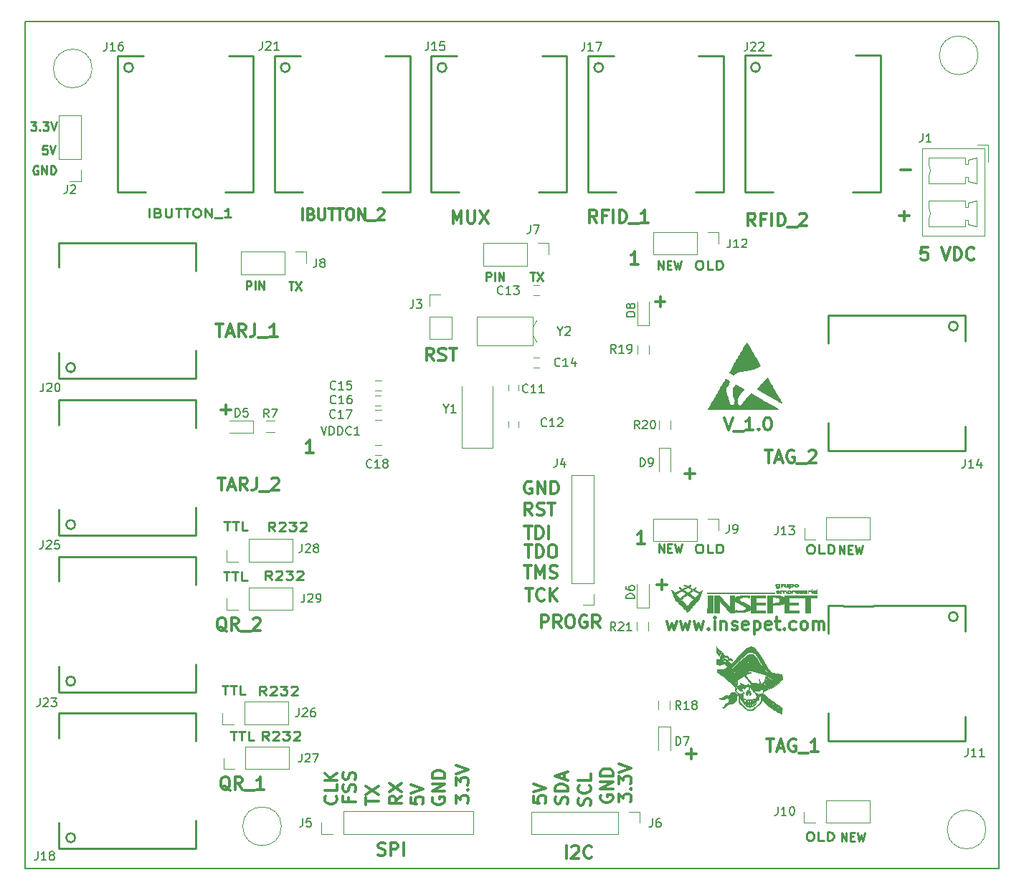
<source format=gbr>
G04 #@! TF.FileFunction,Legend,Top*
%FSLAX46Y46*%
G04 Gerber Fmt 4.6, Leading zero omitted, Abs format (unit mm)*
G04 Created by KiCad (PCBNEW 4.0.6) date 07/10/17 08:35:26*
%MOMM*%
%LPD*%
G01*
G04 APERTURE LIST*
%ADD10C,0.100000*%
%ADD11C,0.300000*%
%ADD12C,0.250000*%
%ADD13C,0.150000*%
%ADD14C,0.120000*%
%ADD15C,0.010000*%
G04 APERTURE END LIST*
D10*
D11*
X169398572Y-52487143D02*
X170541429Y-52487143D01*
X148542858Y-81748571D02*
X149042858Y-83248571D01*
X149542858Y-81748571D01*
X149685715Y-83391429D02*
X150828572Y-83391429D01*
X151971429Y-83248571D02*
X151114286Y-83248571D01*
X151542858Y-83248571D02*
X151542858Y-81748571D01*
X151400001Y-81962857D01*
X151257143Y-82105714D01*
X151114286Y-82177143D01*
X152614286Y-83105714D02*
X152685714Y-83177143D01*
X152614286Y-83248571D01*
X152542857Y-83177143D01*
X152614286Y-83105714D01*
X152614286Y-83248571D01*
X153614286Y-81748571D02*
X153757143Y-81748571D01*
X153900000Y-81820000D01*
X153971429Y-81891429D01*
X154042858Y-82034286D01*
X154114286Y-82320000D01*
X154114286Y-82677143D01*
X154042858Y-82962857D01*
X153971429Y-83105714D01*
X153900000Y-83177143D01*
X153757143Y-83248571D01*
X153614286Y-83248571D01*
X153471429Y-83177143D01*
X153400000Y-83105714D01*
X153328572Y-82962857D01*
X153257143Y-82677143D01*
X153257143Y-82320000D01*
X153328572Y-82034286D01*
X153400000Y-81891429D01*
X153471429Y-81820000D01*
X153614286Y-81748571D01*
X153562858Y-119738571D02*
X154420001Y-119738571D01*
X153991430Y-121238571D02*
X153991430Y-119738571D01*
X154848572Y-120810000D02*
X155562858Y-120810000D01*
X154705715Y-121238571D02*
X155205715Y-119738571D01*
X155705715Y-121238571D01*
X156991429Y-119810000D02*
X156848572Y-119738571D01*
X156634286Y-119738571D01*
X156420001Y-119810000D01*
X156277143Y-119952857D01*
X156205715Y-120095714D01*
X156134286Y-120381429D01*
X156134286Y-120595714D01*
X156205715Y-120881429D01*
X156277143Y-121024286D01*
X156420001Y-121167143D01*
X156634286Y-121238571D01*
X156777143Y-121238571D01*
X156991429Y-121167143D01*
X157062858Y-121095714D01*
X157062858Y-120595714D01*
X156777143Y-120595714D01*
X157348572Y-121381429D02*
X158491429Y-121381429D01*
X159634286Y-121238571D02*
X158777143Y-121238571D01*
X159205715Y-121238571D02*
X159205715Y-119738571D01*
X159062858Y-119952857D01*
X158920000Y-120095714D01*
X158777143Y-120167143D01*
X144108572Y-121497143D02*
X145251429Y-121497143D01*
X144680000Y-122068571D02*
X144680000Y-120925714D01*
X140638572Y-101527143D02*
X141781429Y-101527143D01*
X141210000Y-102098571D02*
X141210000Y-100955714D01*
X89128572Y-80827143D02*
X90271429Y-80827143D01*
X89700000Y-81398571D02*
X89700000Y-80255714D01*
X143918572Y-88367143D02*
X145061429Y-88367143D01*
X144490000Y-88938571D02*
X144490000Y-87795714D01*
X140418572Y-68067143D02*
X141561429Y-68067143D01*
X140990000Y-68638571D02*
X140990000Y-67495714D01*
X169248572Y-57937143D02*
X170391429Y-57937143D01*
X169820000Y-58508571D02*
X169820000Y-57365714D01*
X98752381Y-58378095D02*
X98752381Y-57078095D01*
X99804762Y-57697143D02*
X99990476Y-57759048D01*
X100052381Y-57820952D01*
X100114286Y-57944762D01*
X100114286Y-58130476D01*
X100052381Y-58254286D01*
X99990476Y-58316190D01*
X99866667Y-58378095D01*
X99371429Y-58378095D01*
X99371429Y-57078095D01*
X99804762Y-57078095D01*
X99928572Y-57140000D01*
X99990476Y-57201905D01*
X100052381Y-57325714D01*
X100052381Y-57449524D01*
X99990476Y-57573333D01*
X99928572Y-57635238D01*
X99804762Y-57697143D01*
X99371429Y-57697143D01*
X100671429Y-57078095D02*
X100671429Y-58130476D01*
X100733334Y-58254286D01*
X100795238Y-58316190D01*
X100919048Y-58378095D01*
X101166667Y-58378095D01*
X101290476Y-58316190D01*
X101352381Y-58254286D01*
X101414286Y-58130476D01*
X101414286Y-57078095D01*
X101847620Y-57078095D02*
X102590477Y-57078095D01*
X102219048Y-58378095D02*
X102219048Y-57078095D01*
X102838096Y-57078095D02*
X103580953Y-57078095D01*
X103209524Y-58378095D02*
X103209524Y-57078095D01*
X104261905Y-57078095D02*
X104509524Y-57078095D01*
X104633333Y-57140000D01*
X104757143Y-57263810D01*
X104819048Y-57511429D01*
X104819048Y-57944762D01*
X104757143Y-58192381D01*
X104633333Y-58316190D01*
X104509524Y-58378095D01*
X104261905Y-58378095D01*
X104138095Y-58316190D01*
X104014286Y-58192381D01*
X103952381Y-57944762D01*
X103952381Y-57511429D01*
X104014286Y-57263810D01*
X104138095Y-57140000D01*
X104261905Y-57078095D01*
X105376191Y-58378095D02*
X105376191Y-57078095D01*
X106119048Y-58378095D01*
X106119048Y-57078095D01*
X106428572Y-58501905D02*
X107419048Y-58501905D01*
X107666667Y-57201905D02*
X107728572Y-57140000D01*
X107852381Y-57078095D01*
X108161905Y-57078095D01*
X108285715Y-57140000D01*
X108347619Y-57201905D01*
X108409524Y-57325714D01*
X108409524Y-57449524D01*
X108347619Y-57635238D01*
X107604762Y-58378095D01*
X108409524Y-58378095D01*
D12*
X92146191Y-66652381D02*
X92146191Y-65652381D01*
X92527144Y-65652381D01*
X92622382Y-65700000D01*
X92670001Y-65747619D01*
X92717620Y-65842857D01*
X92717620Y-65985714D01*
X92670001Y-66080952D01*
X92622382Y-66128571D01*
X92527144Y-66176190D01*
X92146191Y-66176190D01*
X93146191Y-66652381D02*
X93146191Y-65652381D01*
X93622381Y-66652381D02*
X93622381Y-65652381D01*
X94193810Y-66652381D01*
X94193810Y-65652381D01*
X120466191Y-65622381D02*
X120466191Y-64622381D01*
X120847144Y-64622381D01*
X120942382Y-64670000D01*
X120990001Y-64717619D01*
X121037620Y-64812857D01*
X121037620Y-64955714D01*
X120990001Y-65050952D01*
X120942382Y-65098571D01*
X120847144Y-65146190D01*
X120466191Y-65146190D01*
X121466191Y-65622381D02*
X121466191Y-64622381D01*
X121942381Y-65622381D02*
X121942381Y-64622381D01*
X122513810Y-65622381D01*
X122513810Y-64622381D01*
X97138095Y-65712381D02*
X97709524Y-65712381D01*
X97423809Y-66712381D02*
X97423809Y-65712381D01*
X97947619Y-65712381D02*
X98614286Y-66712381D01*
X98614286Y-65712381D02*
X97947619Y-66712381D01*
X125648095Y-64602381D02*
X126219524Y-64602381D01*
X125933809Y-65602381D02*
X125933809Y-64602381D01*
X126457619Y-64602381D02*
X127124286Y-65602381D01*
X127124286Y-64602381D02*
X126457619Y-65602381D01*
X67518096Y-52070000D02*
X67422858Y-52022381D01*
X67280001Y-52022381D01*
X67137143Y-52070000D01*
X67041905Y-52165238D01*
X66994286Y-52260476D01*
X66946667Y-52450952D01*
X66946667Y-52593810D01*
X66994286Y-52784286D01*
X67041905Y-52879524D01*
X67137143Y-52974762D01*
X67280001Y-53022381D01*
X67375239Y-53022381D01*
X67518096Y-52974762D01*
X67565715Y-52927143D01*
X67565715Y-52593810D01*
X67375239Y-52593810D01*
X67994286Y-53022381D02*
X67994286Y-52022381D01*
X68565715Y-53022381D01*
X68565715Y-52022381D01*
X69041905Y-53022381D02*
X69041905Y-52022381D01*
X69280000Y-52022381D01*
X69422858Y-52070000D01*
X69518096Y-52165238D01*
X69565715Y-52260476D01*
X69613334Y-52450952D01*
X69613334Y-52593810D01*
X69565715Y-52784286D01*
X69518096Y-52879524D01*
X69422858Y-52974762D01*
X69280000Y-53022381D01*
X69041905Y-53022381D01*
X68599524Y-49632381D02*
X68123333Y-49632381D01*
X68075714Y-50108571D01*
X68123333Y-50060952D01*
X68218571Y-50013333D01*
X68456667Y-50013333D01*
X68551905Y-50060952D01*
X68599524Y-50108571D01*
X68647143Y-50203810D01*
X68647143Y-50441905D01*
X68599524Y-50537143D01*
X68551905Y-50584762D01*
X68456667Y-50632381D01*
X68218571Y-50632381D01*
X68123333Y-50584762D01*
X68075714Y-50537143D01*
X68932857Y-49632381D02*
X69266190Y-50632381D01*
X69599524Y-49632381D01*
X66693810Y-46842381D02*
X67312858Y-46842381D01*
X66979524Y-47223333D01*
X67122382Y-47223333D01*
X67217620Y-47270952D01*
X67265239Y-47318571D01*
X67312858Y-47413810D01*
X67312858Y-47651905D01*
X67265239Y-47747143D01*
X67217620Y-47794762D01*
X67122382Y-47842381D01*
X66836667Y-47842381D01*
X66741429Y-47794762D01*
X66693810Y-47747143D01*
X67741429Y-47747143D02*
X67789048Y-47794762D01*
X67741429Y-47842381D01*
X67693810Y-47794762D01*
X67741429Y-47747143D01*
X67741429Y-47842381D01*
X68122381Y-46842381D02*
X68741429Y-46842381D01*
X68408095Y-47223333D01*
X68550953Y-47223333D01*
X68646191Y-47270952D01*
X68693810Y-47318571D01*
X68741429Y-47413810D01*
X68741429Y-47651905D01*
X68693810Y-47747143D01*
X68646191Y-47794762D01*
X68550953Y-47842381D01*
X68265238Y-47842381D01*
X68170000Y-47794762D01*
X68122381Y-47747143D01*
X69027143Y-46842381D02*
X69360476Y-47842381D01*
X69693810Y-46842381D01*
X94475239Y-114512381D02*
X94041906Y-114036190D01*
X93732382Y-114512381D02*
X93732382Y-113512381D01*
X94227620Y-113512381D01*
X94351429Y-113560000D01*
X94413334Y-113607619D01*
X94475239Y-113702857D01*
X94475239Y-113845714D01*
X94413334Y-113940952D01*
X94351429Y-113988571D01*
X94227620Y-114036190D01*
X93732382Y-114036190D01*
X94970477Y-113607619D02*
X95032382Y-113560000D01*
X95156191Y-113512381D01*
X95465715Y-113512381D01*
X95589525Y-113560000D01*
X95651429Y-113607619D01*
X95713334Y-113702857D01*
X95713334Y-113798095D01*
X95651429Y-113940952D01*
X94908572Y-114512381D01*
X95713334Y-114512381D01*
X96146667Y-113512381D02*
X96951429Y-113512381D01*
X96518096Y-113893333D01*
X96703810Y-113893333D01*
X96827620Y-113940952D01*
X96889524Y-113988571D01*
X96951429Y-114083810D01*
X96951429Y-114321905D01*
X96889524Y-114417143D01*
X96827620Y-114464762D01*
X96703810Y-114512381D01*
X96332382Y-114512381D01*
X96208572Y-114464762D01*
X96146667Y-114417143D01*
X97446667Y-113607619D02*
X97508572Y-113560000D01*
X97632381Y-113512381D01*
X97941905Y-113512381D01*
X98065715Y-113560000D01*
X98127619Y-113607619D01*
X98189524Y-113702857D01*
X98189524Y-113798095D01*
X98127619Y-113940952D01*
X97384762Y-114512381D01*
X98189524Y-114512381D01*
X94755239Y-119842381D02*
X94321906Y-119366190D01*
X94012382Y-119842381D02*
X94012382Y-118842381D01*
X94507620Y-118842381D01*
X94631429Y-118890000D01*
X94693334Y-118937619D01*
X94755239Y-119032857D01*
X94755239Y-119175714D01*
X94693334Y-119270952D01*
X94631429Y-119318571D01*
X94507620Y-119366190D01*
X94012382Y-119366190D01*
X95250477Y-118937619D02*
X95312382Y-118890000D01*
X95436191Y-118842381D01*
X95745715Y-118842381D01*
X95869525Y-118890000D01*
X95931429Y-118937619D01*
X95993334Y-119032857D01*
X95993334Y-119128095D01*
X95931429Y-119270952D01*
X95188572Y-119842381D01*
X95993334Y-119842381D01*
X96426667Y-118842381D02*
X97231429Y-118842381D01*
X96798096Y-119223333D01*
X96983810Y-119223333D01*
X97107620Y-119270952D01*
X97169524Y-119318571D01*
X97231429Y-119413810D01*
X97231429Y-119651905D01*
X97169524Y-119747143D01*
X97107620Y-119794762D01*
X96983810Y-119842381D01*
X96612382Y-119842381D01*
X96488572Y-119794762D01*
X96426667Y-119747143D01*
X97726667Y-118937619D02*
X97788572Y-118890000D01*
X97912381Y-118842381D01*
X98221905Y-118842381D01*
X98345715Y-118890000D01*
X98407619Y-118937619D01*
X98469524Y-119032857D01*
X98469524Y-119128095D01*
X98407619Y-119270952D01*
X97664762Y-119842381D01*
X98469524Y-119842381D01*
X95515239Y-95122381D02*
X95081906Y-94646190D01*
X94772382Y-95122381D02*
X94772382Y-94122381D01*
X95267620Y-94122381D01*
X95391429Y-94170000D01*
X95453334Y-94217619D01*
X95515239Y-94312857D01*
X95515239Y-94455714D01*
X95453334Y-94550952D01*
X95391429Y-94598571D01*
X95267620Y-94646190D01*
X94772382Y-94646190D01*
X96010477Y-94217619D02*
X96072382Y-94170000D01*
X96196191Y-94122381D01*
X96505715Y-94122381D01*
X96629525Y-94170000D01*
X96691429Y-94217619D01*
X96753334Y-94312857D01*
X96753334Y-94408095D01*
X96691429Y-94550952D01*
X95948572Y-95122381D01*
X96753334Y-95122381D01*
X97186667Y-94122381D02*
X97991429Y-94122381D01*
X97558096Y-94503333D01*
X97743810Y-94503333D01*
X97867620Y-94550952D01*
X97929524Y-94598571D01*
X97991429Y-94693810D01*
X97991429Y-94931905D01*
X97929524Y-95027143D01*
X97867620Y-95074762D01*
X97743810Y-95122381D01*
X97372382Y-95122381D01*
X97248572Y-95074762D01*
X97186667Y-95027143D01*
X98486667Y-94217619D02*
X98548572Y-94170000D01*
X98672381Y-94122381D01*
X98981905Y-94122381D01*
X99105715Y-94170000D01*
X99167619Y-94217619D01*
X99229524Y-94312857D01*
X99229524Y-94408095D01*
X99167619Y-94550952D01*
X98424762Y-95122381D01*
X99229524Y-95122381D01*
X95115239Y-100892381D02*
X94681906Y-100416190D01*
X94372382Y-100892381D02*
X94372382Y-99892381D01*
X94867620Y-99892381D01*
X94991429Y-99940000D01*
X95053334Y-99987619D01*
X95115239Y-100082857D01*
X95115239Y-100225714D01*
X95053334Y-100320952D01*
X94991429Y-100368571D01*
X94867620Y-100416190D01*
X94372382Y-100416190D01*
X95610477Y-99987619D02*
X95672382Y-99940000D01*
X95796191Y-99892381D01*
X96105715Y-99892381D01*
X96229525Y-99940000D01*
X96291429Y-99987619D01*
X96353334Y-100082857D01*
X96353334Y-100178095D01*
X96291429Y-100320952D01*
X95548572Y-100892381D01*
X96353334Y-100892381D01*
X96786667Y-99892381D02*
X97591429Y-99892381D01*
X97158096Y-100273333D01*
X97343810Y-100273333D01*
X97467620Y-100320952D01*
X97529524Y-100368571D01*
X97591429Y-100463810D01*
X97591429Y-100701905D01*
X97529524Y-100797143D01*
X97467620Y-100844762D01*
X97343810Y-100892381D01*
X96972382Y-100892381D01*
X96848572Y-100844762D01*
X96786667Y-100797143D01*
X98086667Y-99987619D02*
X98148572Y-99940000D01*
X98272381Y-99892381D01*
X98581905Y-99892381D01*
X98705715Y-99940000D01*
X98767619Y-99987619D01*
X98829524Y-100082857D01*
X98829524Y-100178095D01*
X98767619Y-100320952D01*
X98024762Y-100892381D01*
X98829524Y-100892381D01*
D11*
X114238572Y-75048571D02*
X113738572Y-74334286D01*
X113381429Y-75048571D02*
X113381429Y-73548571D01*
X113952857Y-73548571D01*
X114095715Y-73620000D01*
X114167143Y-73691429D01*
X114238572Y-73834286D01*
X114238572Y-74048571D01*
X114167143Y-74191429D01*
X114095715Y-74262857D01*
X113952857Y-74334286D01*
X113381429Y-74334286D01*
X114810000Y-74977143D02*
X115024286Y-75048571D01*
X115381429Y-75048571D01*
X115524286Y-74977143D01*
X115595715Y-74905714D01*
X115667143Y-74762857D01*
X115667143Y-74620000D01*
X115595715Y-74477143D01*
X115524286Y-74405714D01*
X115381429Y-74334286D01*
X115095715Y-74262857D01*
X114952857Y-74191429D01*
X114881429Y-74120000D01*
X114810000Y-73977143D01*
X114810000Y-73834286D01*
X114881429Y-73691429D01*
X114952857Y-73620000D01*
X115095715Y-73548571D01*
X115452857Y-73548571D01*
X115667143Y-73620000D01*
X116095714Y-73548571D02*
X116952857Y-73548571D01*
X116524286Y-75048571D02*
X116524286Y-73548571D01*
D12*
X89497144Y-94102381D02*
X90240001Y-94102381D01*
X89868572Y-95102381D02*
X89868572Y-94102381D01*
X90487620Y-94102381D02*
X91230477Y-94102381D01*
X90859048Y-95102381D02*
X90859048Y-94102381D01*
X92282857Y-95102381D02*
X91663810Y-95102381D01*
X91663810Y-94102381D01*
X89437144Y-99972381D02*
X90180001Y-99972381D01*
X89808572Y-100972381D02*
X89808572Y-99972381D01*
X90427620Y-99972381D02*
X91170477Y-99972381D01*
X90799048Y-100972381D02*
X90799048Y-99972381D01*
X92222857Y-100972381D02*
X91603810Y-100972381D01*
X91603810Y-99972381D01*
X90257144Y-118862381D02*
X91000001Y-118862381D01*
X90628572Y-119862381D02*
X90628572Y-118862381D01*
X91247620Y-118862381D02*
X91990477Y-118862381D01*
X91619048Y-119862381D02*
X91619048Y-118862381D01*
X93042857Y-119862381D02*
X92423810Y-119862381D01*
X92423810Y-118862381D01*
X89257144Y-113452381D02*
X90000001Y-113452381D01*
X89628572Y-114452381D02*
X89628572Y-113452381D01*
X90247620Y-113452381D02*
X90990477Y-113452381D01*
X90619048Y-114452381D02*
X90619048Y-113452381D01*
X92042857Y-114452381D02*
X91423810Y-114452381D01*
X91423810Y-113452381D01*
D11*
X126941429Y-106598571D02*
X126941429Y-105098571D01*
X127512857Y-105098571D01*
X127655715Y-105170000D01*
X127727143Y-105241429D01*
X127798572Y-105384286D01*
X127798572Y-105598571D01*
X127727143Y-105741429D01*
X127655715Y-105812857D01*
X127512857Y-105884286D01*
X126941429Y-105884286D01*
X129298572Y-106598571D02*
X128798572Y-105884286D01*
X128441429Y-106598571D02*
X128441429Y-105098571D01*
X129012857Y-105098571D01*
X129155715Y-105170000D01*
X129227143Y-105241429D01*
X129298572Y-105384286D01*
X129298572Y-105598571D01*
X129227143Y-105741429D01*
X129155715Y-105812857D01*
X129012857Y-105884286D01*
X128441429Y-105884286D01*
X130227143Y-105098571D02*
X130512857Y-105098571D01*
X130655715Y-105170000D01*
X130798572Y-105312857D01*
X130870000Y-105598571D01*
X130870000Y-106098571D01*
X130798572Y-106384286D01*
X130655715Y-106527143D01*
X130512857Y-106598571D01*
X130227143Y-106598571D01*
X130084286Y-106527143D01*
X129941429Y-106384286D01*
X129870000Y-106098571D01*
X129870000Y-105598571D01*
X129941429Y-105312857D01*
X130084286Y-105170000D01*
X130227143Y-105098571D01*
X132298572Y-105170000D02*
X132155715Y-105098571D01*
X131941429Y-105098571D01*
X131727144Y-105170000D01*
X131584286Y-105312857D01*
X131512858Y-105455714D01*
X131441429Y-105741429D01*
X131441429Y-105955714D01*
X131512858Y-106241429D01*
X131584286Y-106384286D01*
X131727144Y-106527143D01*
X131941429Y-106598571D01*
X132084286Y-106598571D01*
X132298572Y-106527143D01*
X132370001Y-106455714D01*
X132370001Y-105955714D01*
X132084286Y-105955714D01*
X133870001Y-106598571D02*
X133370001Y-105884286D01*
X133012858Y-106598571D02*
X133012858Y-105098571D01*
X133584286Y-105098571D01*
X133727144Y-105170000D01*
X133798572Y-105241429D01*
X133870001Y-105384286D01*
X133870001Y-105598571D01*
X133798572Y-105741429D01*
X133727144Y-105812857D01*
X133584286Y-105884286D01*
X133012858Y-105884286D01*
D12*
X145500000Y-96732381D02*
X145747619Y-96732381D01*
X145871428Y-96780000D01*
X145995238Y-96875238D01*
X146057143Y-97065714D01*
X146057143Y-97399048D01*
X145995238Y-97589524D01*
X145871428Y-97684762D01*
X145747619Y-97732381D01*
X145500000Y-97732381D01*
X145376190Y-97684762D01*
X145252381Y-97589524D01*
X145190476Y-97399048D01*
X145190476Y-97065714D01*
X145252381Y-96875238D01*
X145376190Y-96780000D01*
X145500000Y-96732381D01*
X147233333Y-97732381D02*
X146614286Y-97732381D01*
X146614286Y-96732381D01*
X147666667Y-97732381D02*
X147666667Y-96732381D01*
X147976191Y-96732381D01*
X148161905Y-96780000D01*
X148285714Y-96875238D01*
X148347619Y-96970476D01*
X148409524Y-97160952D01*
X148409524Y-97303810D01*
X148347619Y-97494286D01*
X148285714Y-97589524D01*
X148161905Y-97684762D01*
X147976191Y-97732381D01*
X147666667Y-97732381D01*
X158570000Y-130742381D02*
X158817619Y-130742381D01*
X158941428Y-130790000D01*
X159065238Y-130885238D01*
X159127143Y-131075714D01*
X159127143Y-131409048D01*
X159065238Y-131599524D01*
X158941428Y-131694762D01*
X158817619Y-131742381D01*
X158570000Y-131742381D01*
X158446190Y-131694762D01*
X158322381Y-131599524D01*
X158260476Y-131409048D01*
X158260476Y-131075714D01*
X158322381Y-130885238D01*
X158446190Y-130790000D01*
X158570000Y-130742381D01*
X160303333Y-131742381D02*
X159684286Y-131742381D01*
X159684286Y-130742381D01*
X160736667Y-131742381D02*
X160736667Y-130742381D01*
X161046191Y-130742381D01*
X161231905Y-130790000D01*
X161355714Y-130885238D01*
X161417619Y-130980476D01*
X161479524Y-131170952D01*
X161479524Y-131313810D01*
X161417619Y-131504286D01*
X161355714Y-131599524D01*
X161231905Y-131694762D01*
X161046191Y-131742381D01*
X160736667Y-131742381D01*
X158640000Y-96802381D02*
X158887619Y-96802381D01*
X159011428Y-96850000D01*
X159135238Y-96945238D01*
X159197143Y-97135714D01*
X159197143Y-97469048D01*
X159135238Y-97659524D01*
X159011428Y-97754762D01*
X158887619Y-97802381D01*
X158640000Y-97802381D01*
X158516190Y-97754762D01*
X158392381Y-97659524D01*
X158330476Y-97469048D01*
X158330476Y-97135714D01*
X158392381Y-96945238D01*
X158516190Y-96850000D01*
X158640000Y-96802381D01*
X160373333Y-97802381D02*
X159754286Y-97802381D01*
X159754286Y-96802381D01*
X160806667Y-97802381D02*
X160806667Y-96802381D01*
X161116191Y-96802381D01*
X161301905Y-96850000D01*
X161425714Y-96945238D01*
X161487619Y-97040476D01*
X161549524Y-97230952D01*
X161549524Y-97373810D01*
X161487619Y-97564286D01*
X161425714Y-97659524D01*
X161301905Y-97754762D01*
X161116191Y-97802381D01*
X160806667Y-97802381D01*
X162410476Y-131782381D02*
X162410476Y-130782381D01*
X162981905Y-131782381D01*
X162981905Y-130782381D01*
X163458095Y-131258571D02*
X163791429Y-131258571D01*
X163934286Y-131782381D02*
X163458095Y-131782381D01*
X163458095Y-130782381D01*
X163934286Y-130782381D01*
X164267619Y-130782381D02*
X164505714Y-131782381D01*
X164696191Y-131068095D01*
X164886667Y-131782381D01*
X165124762Y-130782381D01*
X162160476Y-97862381D02*
X162160476Y-96862381D01*
X162731905Y-97862381D01*
X162731905Y-96862381D01*
X163208095Y-97338571D02*
X163541429Y-97338571D01*
X163684286Y-97862381D02*
X163208095Y-97862381D01*
X163208095Y-96862381D01*
X163684286Y-96862381D01*
X164017619Y-96862381D02*
X164255714Y-97862381D01*
X164446191Y-97148095D01*
X164636667Y-97862381D01*
X164874762Y-96862381D01*
X140840476Y-97722381D02*
X140840476Y-96722381D01*
X141411905Y-97722381D01*
X141411905Y-96722381D01*
X141888095Y-97198571D02*
X142221429Y-97198571D01*
X142364286Y-97722381D02*
X141888095Y-97722381D01*
X141888095Y-96722381D01*
X142364286Y-96722381D01*
X142697619Y-96722381D02*
X142935714Y-97722381D01*
X143126191Y-97008095D01*
X143316667Y-97722381D01*
X143554762Y-96722381D01*
X145490000Y-63232381D02*
X145737619Y-63232381D01*
X145861428Y-63280000D01*
X145985238Y-63375238D01*
X146047143Y-63565714D01*
X146047143Y-63899048D01*
X145985238Y-64089524D01*
X145861428Y-64184762D01*
X145737619Y-64232381D01*
X145490000Y-64232381D01*
X145366190Y-64184762D01*
X145242381Y-64089524D01*
X145180476Y-63899048D01*
X145180476Y-63565714D01*
X145242381Y-63375238D01*
X145366190Y-63280000D01*
X145490000Y-63232381D01*
X147223333Y-64232381D02*
X146604286Y-64232381D01*
X146604286Y-63232381D01*
X147656667Y-64232381D02*
X147656667Y-63232381D01*
X147966191Y-63232381D01*
X148151905Y-63280000D01*
X148275714Y-63375238D01*
X148337619Y-63470476D01*
X148399524Y-63660952D01*
X148399524Y-63803810D01*
X148337619Y-63994286D01*
X148275714Y-64089524D01*
X148151905Y-64184762D01*
X147966191Y-64232381D01*
X147656667Y-64232381D01*
X140790476Y-64252381D02*
X140790476Y-63252381D01*
X141361905Y-64252381D01*
X141361905Y-63252381D01*
X141838095Y-63728571D02*
X142171429Y-63728571D01*
X142314286Y-64252381D02*
X141838095Y-64252381D01*
X141838095Y-63252381D01*
X142314286Y-63252381D01*
X142647619Y-63252381D02*
X142885714Y-64252381D01*
X143076191Y-63538095D01*
X143266667Y-64252381D01*
X143504762Y-63252381D01*
D11*
X153352858Y-85588571D02*
X154210001Y-85588571D01*
X153781430Y-87088571D02*
X153781430Y-85588571D01*
X154638572Y-86660000D02*
X155352858Y-86660000D01*
X154495715Y-87088571D02*
X154995715Y-85588571D01*
X155495715Y-87088571D01*
X156781429Y-85660000D02*
X156638572Y-85588571D01*
X156424286Y-85588571D01*
X156210001Y-85660000D01*
X156067143Y-85802857D01*
X155995715Y-85945714D01*
X155924286Y-86231429D01*
X155924286Y-86445714D01*
X155995715Y-86731429D01*
X156067143Y-86874286D01*
X156210001Y-87017143D01*
X156424286Y-87088571D01*
X156567143Y-87088571D01*
X156781429Y-87017143D01*
X156852858Y-86945714D01*
X156852858Y-86445714D01*
X156567143Y-86445714D01*
X157138572Y-87231429D02*
X158281429Y-87231429D01*
X158567143Y-85731429D02*
X158638572Y-85660000D01*
X158781429Y-85588571D01*
X159138572Y-85588571D01*
X159281429Y-85660000D01*
X159352858Y-85731429D01*
X159424286Y-85874286D01*
X159424286Y-86017143D01*
X159352858Y-86231429D01*
X158495715Y-87088571D01*
X159424286Y-87088571D01*
X172562858Y-61658571D02*
X171848572Y-61658571D01*
X171777143Y-62372857D01*
X171848572Y-62301429D01*
X171991429Y-62230000D01*
X172348572Y-62230000D01*
X172491429Y-62301429D01*
X172562858Y-62372857D01*
X172634286Y-62515714D01*
X172634286Y-62872857D01*
X172562858Y-63015714D01*
X172491429Y-63087143D01*
X172348572Y-63158571D01*
X171991429Y-63158571D01*
X171848572Y-63087143D01*
X171777143Y-63015714D01*
X174205714Y-61658571D02*
X174705714Y-63158571D01*
X175205714Y-61658571D01*
X175705714Y-63158571D02*
X175705714Y-61658571D01*
X176062857Y-61658571D01*
X176277142Y-61730000D01*
X176420000Y-61872857D01*
X176491428Y-62015714D01*
X176562857Y-62301429D01*
X176562857Y-62515714D01*
X176491428Y-62801429D01*
X176420000Y-62944286D01*
X176277142Y-63087143D01*
X176062857Y-63158571D01*
X175705714Y-63158571D01*
X178062857Y-63015714D02*
X177991428Y-63087143D01*
X177777142Y-63158571D01*
X177634285Y-63158571D01*
X177420000Y-63087143D01*
X177277142Y-62944286D01*
X177205714Y-62801429D01*
X177134285Y-62515714D01*
X177134285Y-62301429D01*
X177205714Y-62015714D01*
X177277142Y-61872857D01*
X177420000Y-61730000D01*
X177634285Y-61658571D01*
X177777142Y-61658571D01*
X177991428Y-61730000D01*
X178062857Y-61801429D01*
X152228572Y-59118571D02*
X151728572Y-58404286D01*
X151371429Y-59118571D02*
X151371429Y-57618571D01*
X151942857Y-57618571D01*
X152085715Y-57690000D01*
X152157143Y-57761429D01*
X152228572Y-57904286D01*
X152228572Y-58118571D01*
X152157143Y-58261429D01*
X152085715Y-58332857D01*
X151942857Y-58404286D01*
X151371429Y-58404286D01*
X153371429Y-58332857D02*
X152871429Y-58332857D01*
X152871429Y-59118571D02*
X152871429Y-57618571D01*
X153585715Y-57618571D01*
X154157143Y-59118571D02*
X154157143Y-57618571D01*
X154871429Y-59118571D02*
X154871429Y-57618571D01*
X155228572Y-57618571D01*
X155442857Y-57690000D01*
X155585715Y-57832857D01*
X155657143Y-57975714D01*
X155728572Y-58261429D01*
X155728572Y-58475714D01*
X155657143Y-58761429D01*
X155585715Y-58904286D01*
X155442857Y-59047143D01*
X155228572Y-59118571D01*
X154871429Y-59118571D01*
X156014286Y-59261429D02*
X157157143Y-59261429D01*
X157442857Y-57761429D02*
X157514286Y-57690000D01*
X157657143Y-57618571D01*
X158014286Y-57618571D01*
X158157143Y-57690000D01*
X158228572Y-57761429D01*
X158300000Y-57904286D01*
X158300000Y-58047143D01*
X158228572Y-58261429D01*
X157371429Y-59118571D01*
X158300000Y-59118571D01*
X133528572Y-58728571D02*
X133028572Y-58014286D01*
X132671429Y-58728571D02*
X132671429Y-57228571D01*
X133242857Y-57228571D01*
X133385715Y-57300000D01*
X133457143Y-57371429D01*
X133528572Y-57514286D01*
X133528572Y-57728571D01*
X133457143Y-57871429D01*
X133385715Y-57942857D01*
X133242857Y-58014286D01*
X132671429Y-58014286D01*
X134671429Y-57942857D02*
X134171429Y-57942857D01*
X134171429Y-58728571D02*
X134171429Y-57228571D01*
X134885715Y-57228571D01*
X135457143Y-58728571D02*
X135457143Y-57228571D01*
X136171429Y-58728571D02*
X136171429Y-57228571D01*
X136528572Y-57228571D01*
X136742857Y-57300000D01*
X136885715Y-57442857D01*
X136957143Y-57585714D01*
X137028572Y-57871429D01*
X137028572Y-58085714D01*
X136957143Y-58371429D01*
X136885715Y-58514286D01*
X136742857Y-58657143D01*
X136528572Y-58728571D01*
X136171429Y-58728571D01*
X137314286Y-58871429D02*
X138457143Y-58871429D01*
X139600000Y-58728571D02*
X138742857Y-58728571D01*
X139171429Y-58728571D02*
X139171429Y-57228571D01*
X139028572Y-57442857D01*
X138885714Y-57585714D01*
X138742857Y-57657143D01*
X116520000Y-58808571D02*
X116520000Y-57308571D01*
X117020000Y-58380000D01*
X117520000Y-57308571D01*
X117520000Y-58808571D01*
X118234286Y-57308571D02*
X118234286Y-58522857D01*
X118305714Y-58665714D01*
X118377143Y-58737143D01*
X118520000Y-58808571D01*
X118805714Y-58808571D01*
X118948572Y-58737143D01*
X119020000Y-58665714D01*
X119091429Y-58522857D01*
X119091429Y-57308571D01*
X119662858Y-57308571D02*
X120662858Y-58808571D01*
X120662858Y-57308571D02*
X119662858Y-58808571D01*
D12*
X80652381Y-58062381D02*
X80652381Y-57062381D01*
X81704762Y-57538571D02*
X81890476Y-57586190D01*
X81952381Y-57633810D01*
X82014286Y-57729048D01*
X82014286Y-57871905D01*
X81952381Y-57967143D01*
X81890476Y-58014762D01*
X81766667Y-58062381D01*
X81271429Y-58062381D01*
X81271429Y-57062381D01*
X81704762Y-57062381D01*
X81828572Y-57110000D01*
X81890476Y-57157619D01*
X81952381Y-57252857D01*
X81952381Y-57348095D01*
X81890476Y-57443333D01*
X81828572Y-57490952D01*
X81704762Y-57538571D01*
X81271429Y-57538571D01*
X82571429Y-57062381D02*
X82571429Y-57871905D01*
X82633334Y-57967143D01*
X82695238Y-58014762D01*
X82819048Y-58062381D01*
X83066667Y-58062381D01*
X83190476Y-58014762D01*
X83252381Y-57967143D01*
X83314286Y-57871905D01*
X83314286Y-57062381D01*
X83747620Y-57062381D02*
X84490477Y-57062381D01*
X84119048Y-58062381D02*
X84119048Y-57062381D01*
X84738096Y-57062381D02*
X85480953Y-57062381D01*
X85109524Y-58062381D02*
X85109524Y-57062381D01*
X86161905Y-57062381D02*
X86409524Y-57062381D01*
X86533333Y-57110000D01*
X86657143Y-57205238D01*
X86719048Y-57395714D01*
X86719048Y-57729048D01*
X86657143Y-57919524D01*
X86533333Y-58014762D01*
X86409524Y-58062381D01*
X86161905Y-58062381D01*
X86038095Y-58014762D01*
X85914286Y-57919524D01*
X85852381Y-57729048D01*
X85852381Y-57395714D01*
X85914286Y-57205238D01*
X86038095Y-57110000D01*
X86161905Y-57062381D01*
X87276191Y-58062381D02*
X87276191Y-57062381D01*
X88019048Y-58062381D01*
X88019048Y-57062381D01*
X88328572Y-58157619D02*
X89319048Y-58157619D01*
X90309524Y-58062381D02*
X89566667Y-58062381D01*
X89938096Y-58062381D02*
X89938096Y-57062381D01*
X89814286Y-57205238D01*
X89690477Y-57300476D01*
X89566667Y-57348095D01*
D11*
X88561429Y-70688571D02*
X89418572Y-70688571D01*
X88990001Y-72188571D02*
X88990001Y-70688571D01*
X89847143Y-71760000D02*
X90561429Y-71760000D01*
X89704286Y-72188571D02*
X90204286Y-70688571D01*
X90704286Y-72188571D01*
X92061429Y-72188571D02*
X91561429Y-71474286D01*
X91204286Y-72188571D02*
X91204286Y-70688571D01*
X91775714Y-70688571D01*
X91918572Y-70760000D01*
X91990000Y-70831429D01*
X92061429Y-70974286D01*
X92061429Y-71188571D01*
X91990000Y-71331429D01*
X91918572Y-71402857D01*
X91775714Y-71474286D01*
X91204286Y-71474286D01*
X93132857Y-70688571D02*
X93132857Y-71760000D01*
X93061429Y-71974286D01*
X92918572Y-72117143D01*
X92704286Y-72188571D01*
X92561429Y-72188571D01*
X93490000Y-72331429D02*
X94632857Y-72331429D01*
X95775714Y-72188571D02*
X94918571Y-72188571D01*
X95347143Y-72188571D02*
X95347143Y-70688571D01*
X95204286Y-70902857D01*
X95061428Y-71045714D01*
X94918571Y-71117143D01*
X88761429Y-88858571D02*
X89618572Y-88858571D01*
X89190001Y-90358571D02*
X89190001Y-88858571D01*
X90047143Y-89930000D02*
X90761429Y-89930000D01*
X89904286Y-90358571D02*
X90404286Y-88858571D01*
X90904286Y-90358571D01*
X92261429Y-90358571D02*
X91761429Y-89644286D01*
X91404286Y-90358571D02*
X91404286Y-88858571D01*
X91975714Y-88858571D01*
X92118572Y-88930000D01*
X92190000Y-89001429D01*
X92261429Y-89144286D01*
X92261429Y-89358571D01*
X92190000Y-89501429D01*
X92118572Y-89572857D01*
X91975714Y-89644286D01*
X91404286Y-89644286D01*
X93332857Y-88858571D02*
X93332857Y-89930000D01*
X93261429Y-90144286D01*
X93118572Y-90287143D01*
X92904286Y-90358571D01*
X92761429Y-90358571D01*
X93690000Y-90501429D02*
X94832857Y-90501429D01*
X95118571Y-89001429D02*
X95190000Y-88930000D01*
X95332857Y-88858571D01*
X95690000Y-88858571D01*
X95832857Y-88930000D01*
X95904286Y-89001429D01*
X95975714Y-89144286D01*
X95975714Y-89287143D01*
X95904286Y-89501429D01*
X95047143Y-90358571D01*
X95975714Y-90358571D01*
X89795715Y-107036429D02*
X89652858Y-106965000D01*
X89510001Y-106822143D01*
X89295715Y-106607857D01*
X89152858Y-106536429D01*
X89010001Y-106536429D01*
X89081429Y-106893571D02*
X88938572Y-106822143D01*
X88795715Y-106679286D01*
X88724286Y-106393571D01*
X88724286Y-105893571D01*
X88795715Y-105607857D01*
X88938572Y-105465000D01*
X89081429Y-105393571D01*
X89367143Y-105393571D01*
X89510001Y-105465000D01*
X89652858Y-105607857D01*
X89724286Y-105893571D01*
X89724286Y-106393571D01*
X89652858Y-106679286D01*
X89510001Y-106822143D01*
X89367143Y-106893571D01*
X89081429Y-106893571D01*
X91224287Y-106893571D02*
X90724287Y-106179286D01*
X90367144Y-106893571D02*
X90367144Y-105393571D01*
X90938572Y-105393571D01*
X91081430Y-105465000D01*
X91152858Y-105536429D01*
X91224287Y-105679286D01*
X91224287Y-105893571D01*
X91152858Y-106036429D01*
X91081430Y-106107857D01*
X90938572Y-106179286D01*
X90367144Y-106179286D01*
X91510001Y-107036429D02*
X92652858Y-107036429D01*
X92938572Y-105536429D02*
X93010001Y-105465000D01*
X93152858Y-105393571D01*
X93510001Y-105393571D01*
X93652858Y-105465000D01*
X93724287Y-105536429D01*
X93795715Y-105679286D01*
X93795715Y-105822143D01*
X93724287Y-106036429D01*
X92867144Y-106893571D01*
X93795715Y-106893571D01*
X90235715Y-125831429D02*
X90092858Y-125760000D01*
X89950001Y-125617143D01*
X89735715Y-125402857D01*
X89592858Y-125331429D01*
X89450001Y-125331429D01*
X89521429Y-125688571D02*
X89378572Y-125617143D01*
X89235715Y-125474286D01*
X89164286Y-125188571D01*
X89164286Y-124688571D01*
X89235715Y-124402857D01*
X89378572Y-124260000D01*
X89521429Y-124188571D01*
X89807143Y-124188571D01*
X89950001Y-124260000D01*
X90092858Y-124402857D01*
X90164286Y-124688571D01*
X90164286Y-125188571D01*
X90092858Y-125474286D01*
X89950001Y-125617143D01*
X89807143Y-125688571D01*
X89521429Y-125688571D01*
X91664287Y-125688571D02*
X91164287Y-124974286D01*
X90807144Y-125688571D02*
X90807144Y-124188571D01*
X91378572Y-124188571D01*
X91521430Y-124260000D01*
X91592858Y-124331429D01*
X91664287Y-124474286D01*
X91664287Y-124688571D01*
X91592858Y-124831429D01*
X91521430Y-124902857D01*
X91378572Y-124974286D01*
X90807144Y-124974286D01*
X91950001Y-125831429D02*
X93092858Y-125831429D01*
X94235715Y-125688571D02*
X93378572Y-125688571D01*
X93807144Y-125688571D02*
X93807144Y-124188571D01*
X93664287Y-124402857D01*
X93521429Y-124545714D01*
X93378572Y-124617143D01*
X129905715Y-133838571D02*
X129905715Y-132338571D01*
X130548572Y-132481429D02*
X130620001Y-132410000D01*
X130762858Y-132338571D01*
X131120001Y-132338571D01*
X131262858Y-132410000D01*
X131334287Y-132481429D01*
X131405715Y-132624286D01*
X131405715Y-132767143D01*
X131334287Y-132981429D01*
X130477144Y-133838571D01*
X131405715Y-133838571D01*
X132905715Y-133695714D02*
X132834286Y-133767143D01*
X132620000Y-133838571D01*
X132477143Y-133838571D01*
X132262858Y-133767143D01*
X132120000Y-133624286D01*
X132048572Y-133481429D01*
X131977143Y-133195714D01*
X131977143Y-132981429D01*
X132048572Y-132695714D01*
X132120000Y-132552857D01*
X132262858Y-132410000D01*
X132477143Y-132338571D01*
X132620000Y-132338571D01*
X132834286Y-132410000D01*
X132905715Y-132481429D01*
X107684286Y-133407143D02*
X107898572Y-133478571D01*
X108255715Y-133478571D01*
X108398572Y-133407143D01*
X108470001Y-133335714D01*
X108541429Y-133192857D01*
X108541429Y-133050000D01*
X108470001Y-132907143D01*
X108398572Y-132835714D01*
X108255715Y-132764286D01*
X107970001Y-132692857D01*
X107827143Y-132621429D01*
X107755715Y-132550000D01*
X107684286Y-132407143D01*
X107684286Y-132264286D01*
X107755715Y-132121429D01*
X107827143Y-132050000D01*
X107970001Y-131978571D01*
X108327143Y-131978571D01*
X108541429Y-132050000D01*
X109184286Y-133478571D02*
X109184286Y-131978571D01*
X109755714Y-131978571D01*
X109898572Y-132050000D01*
X109970000Y-132121429D01*
X110041429Y-132264286D01*
X110041429Y-132478571D01*
X109970000Y-132621429D01*
X109898572Y-132692857D01*
X109755714Y-132764286D01*
X109184286Y-132764286D01*
X110684286Y-133478571D02*
X110684286Y-131978571D01*
X132707143Y-127585714D02*
X132778571Y-127371428D01*
X132778571Y-127014285D01*
X132707143Y-126871428D01*
X132635714Y-126799999D01*
X132492857Y-126728571D01*
X132350000Y-126728571D01*
X132207143Y-126799999D01*
X132135714Y-126871428D01*
X132064286Y-127014285D01*
X131992857Y-127299999D01*
X131921429Y-127442857D01*
X131850000Y-127514285D01*
X131707143Y-127585714D01*
X131564286Y-127585714D01*
X131421429Y-127514285D01*
X131350000Y-127442857D01*
X131278571Y-127299999D01*
X131278571Y-126942857D01*
X131350000Y-126728571D01*
X132635714Y-125228571D02*
X132707143Y-125300000D01*
X132778571Y-125514286D01*
X132778571Y-125657143D01*
X132707143Y-125871428D01*
X132564286Y-126014286D01*
X132421429Y-126085714D01*
X132135714Y-126157143D01*
X131921429Y-126157143D01*
X131635714Y-126085714D01*
X131492857Y-126014286D01*
X131350000Y-125871428D01*
X131278571Y-125657143D01*
X131278571Y-125514286D01*
X131350000Y-125300000D01*
X131421429Y-125228571D01*
X132778571Y-123871428D02*
X132778571Y-124585714D01*
X131278571Y-124585714D01*
X129997143Y-127401428D02*
X130068571Y-127187142D01*
X130068571Y-126829999D01*
X129997143Y-126687142D01*
X129925714Y-126615713D01*
X129782857Y-126544285D01*
X129640000Y-126544285D01*
X129497143Y-126615713D01*
X129425714Y-126687142D01*
X129354286Y-126829999D01*
X129282857Y-127115713D01*
X129211429Y-127258571D01*
X129140000Y-127329999D01*
X128997143Y-127401428D01*
X128854286Y-127401428D01*
X128711429Y-127329999D01*
X128640000Y-127258571D01*
X128568571Y-127115713D01*
X128568571Y-126758571D01*
X128640000Y-126544285D01*
X130068571Y-125901428D02*
X128568571Y-125901428D01*
X128568571Y-125544285D01*
X128640000Y-125330000D01*
X128782857Y-125187142D01*
X128925714Y-125115714D01*
X129211429Y-125044285D01*
X129425714Y-125044285D01*
X129711429Y-125115714D01*
X129854286Y-125187142D01*
X129997143Y-125330000D01*
X130068571Y-125544285D01*
X130068571Y-125901428D01*
X129640000Y-124472857D02*
X129640000Y-123758571D01*
X130068571Y-124615714D02*
X128568571Y-124115714D01*
X130068571Y-123615714D01*
X126008571Y-126515713D02*
X126008571Y-127229999D01*
X126722857Y-127301428D01*
X126651429Y-127229999D01*
X126580000Y-127087142D01*
X126580000Y-126729999D01*
X126651429Y-126587142D01*
X126722857Y-126515713D01*
X126865714Y-126444285D01*
X127222857Y-126444285D01*
X127365714Y-126515713D01*
X127437143Y-126587142D01*
X127508571Y-126729999D01*
X127508571Y-127087142D01*
X127437143Y-127229999D01*
X127365714Y-127301428D01*
X126008571Y-126015714D02*
X127508571Y-125515714D01*
X126008571Y-125015714D01*
X134000000Y-126372857D02*
X133928571Y-126515714D01*
X133928571Y-126730000D01*
X134000000Y-126944285D01*
X134142857Y-127087143D01*
X134285714Y-127158571D01*
X134571429Y-127230000D01*
X134785714Y-127230000D01*
X135071429Y-127158571D01*
X135214286Y-127087143D01*
X135357143Y-126944285D01*
X135428571Y-126730000D01*
X135428571Y-126587143D01*
X135357143Y-126372857D01*
X135285714Y-126301428D01*
X134785714Y-126301428D01*
X134785714Y-126587143D01*
X135428571Y-125658571D02*
X133928571Y-125658571D01*
X135428571Y-124801428D01*
X133928571Y-124801428D01*
X135428571Y-124087142D02*
X133928571Y-124087142D01*
X133928571Y-123729999D01*
X134000000Y-123515714D01*
X134142857Y-123372856D01*
X134285714Y-123301428D01*
X134571429Y-123229999D01*
X134785714Y-123229999D01*
X135071429Y-123301428D01*
X135214286Y-123372856D01*
X135357143Y-123515714D01*
X135428571Y-123729999D01*
X135428571Y-124087142D01*
X136088571Y-127194285D02*
X136088571Y-126265714D01*
X136660000Y-126765714D01*
X136660000Y-126551428D01*
X136731429Y-126408571D01*
X136802857Y-126337142D01*
X136945714Y-126265714D01*
X137302857Y-126265714D01*
X137445714Y-126337142D01*
X137517143Y-126408571D01*
X137588571Y-126551428D01*
X137588571Y-126980000D01*
X137517143Y-127122857D01*
X137445714Y-127194285D01*
X137445714Y-125622857D02*
X137517143Y-125551429D01*
X137588571Y-125622857D01*
X137517143Y-125694286D01*
X137445714Y-125622857D01*
X137588571Y-125622857D01*
X136088571Y-125051428D02*
X136088571Y-124122857D01*
X136660000Y-124622857D01*
X136660000Y-124408571D01*
X136731429Y-124265714D01*
X136802857Y-124194285D01*
X136945714Y-124122857D01*
X137302857Y-124122857D01*
X137445714Y-124194285D01*
X137517143Y-124265714D01*
X137588571Y-124408571D01*
X137588571Y-124837143D01*
X137517143Y-124980000D01*
X137445714Y-125051428D01*
X136088571Y-123694286D02*
X137588571Y-123194286D01*
X136088571Y-122694286D01*
X116858571Y-127334285D02*
X116858571Y-126405714D01*
X117430000Y-126905714D01*
X117430000Y-126691428D01*
X117501429Y-126548571D01*
X117572857Y-126477142D01*
X117715714Y-126405714D01*
X118072857Y-126405714D01*
X118215714Y-126477142D01*
X118287143Y-126548571D01*
X118358571Y-126691428D01*
X118358571Y-127120000D01*
X118287143Y-127262857D01*
X118215714Y-127334285D01*
X118215714Y-125762857D02*
X118287143Y-125691429D01*
X118358571Y-125762857D01*
X118287143Y-125834286D01*
X118215714Y-125762857D01*
X118358571Y-125762857D01*
X116858571Y-125191428D02*
X116858571Y-124262857D01*
X117430000Y-124762857D01*
X117430000Y-124548571D01*
X117501429Y-124405714D01*
X117572857Y-124334285D01*
X117715714Y-124262857D01*
X118072857Y-124262857D01*
X118215714Y-124334285D01*
X118287143Y-124405714D01*
X118358571Y-124548571D01*
X118358571Y-124977143D01*
X118287143Y-125120000D01*
X118215714Y-125191428D01*
X116858571Y-123834286D02*
X118358571Y-123334286D01*
X116858571Y-122834286D01*
X114140000Y-126622857D02*
X114068571Y-126765714D01*
X114068571Y-126980000D01*
X114140000Y-127194285D01*
X114282857Y-127337143D01*
X114425714Y-127408571D01*
X114711429Y-127480000D01*
X114925714Y-127480000D01*
X115211429Y-127408571D01*
X115354286Y-127337143D01*
X115497143Y-127194285D01*
X115568571Y-126980000D01*
X115568571Y-126837143D01*
X115497143Y-126622857D01*
X115425714Y-126551428D01*
X114925714Y-126551428D01*
X114925714Y-126837143D01*
X115568571Y-125908571D02*
X114068571Y-125908571D01*
X115568571Y-125051428D01*
X114068571Y-125051428D01*
X115568571Y-124337142D02*
X114068571Y-124337142D01*
X114068571Y-123979999D01*
X114140000Y-123765714D01*
X114282857Y-123622856D01*
X114425714Y-123551428D01*
X114711429Y-123479999D01*
X114925714Y-123479999D01*
X115211429Y-123551428D01*
X115354286Y-123622856D01*
X115497143Y-123765714D01*
X115568571Y-123979999D01*
X115568571Y-124337142D01*
X111528571Y-126625713D02*
X111528571Y-127339999D01*
X112242857Y-127411428D01*
X112171429Y-127339999D01*
X112100000Y-127197142D01*
X112100000Y-126839999D01*
X112171429Y-126697142D01*
X112242857Y-126625713D01*
X112385714Y-126554285D01*
X112742857Y-126554285D01*
X112885714Y-126625713D01*
X112957143Y-126697142D01*
X113028571Y-126839999D01*
X113028571Y-127197142D01*
X112957143Y-127339999D01*
X112885714Y-127411428D01*
X111528571Y-126125714D02*
X113028571Y-125625714D01*
X111528571Y-125125714D01*
X110488571Y-126499999D02*
X109774286Y-126999999D01*
X110488571Y-127357142D02*
X108988571Y-127357142D01*
X108988571Y-126785714D01*
X109060000Y-126642856D01*
X109131429Y-126571428D01*
X109274286Y-126499999D01*
X109488571Y-126499999D01*
X109631429Y-126571428D01*
X109702857Y-126642856D01*
X109774286Y-126785714D01*
X109774286Y-127357142D01*
X108988571Y-125999999D02*
X110488571Y-124999999D01*
X108988571Y-124999999D02*
X110488571Y-125999999D01*
X106218571Y-127512857D02*
X106218571Y-126655714D01*
X107718571Y-127084285D02*
X106218571Y-127084285D01*
X106218571Y-126298571D02*
X107718571Y-125298571D01*
X106218571Y-125298571D02*
X107718571Y-126298571D01*
X104232857Y-126674285D02*
X104232857Y-127174285D01*
X105018571Y-127174285D02*
X103518571Y-127174285D01*
X103518571Y-126459999D01*
X104947143Y-125960000D02*
X105018571Y-125745714D01*
X105018571Y-125388571D01*
X104947143Y-125245714D01*
X104875714Y-125174285D01*
X104732857Y-125102857D01*
X104590000Y-125102857D01*
X104447143Y-125174285D01*
X104375714Y-125245714D01*
X104304286Y-125388571D01*
X104232857Y-125674285D01*
X104161429Y-125817143D01*
X104090000Y-125888571D01*
X103947143Y-125960000D01*
X103804286Y-125960000D01*
X103661429Y-125888571D01*
X103590000Y-125817143D01*
X103518571Y-125674285D01*
X103518571Y-125317143D01*
X103590000Y-125102857D01*
X104947143Y-124531429D02*
X105018571Y-124317143D01*
X105018571Y-123960000D01*
X104947143Y-123817143D01*
X104875714Y-123745714D01*
X104732857Y-123674286D01*
X104590000Y-123674286D01*
X104447143Y-123745714D01*
X104375714Y-123817143D01*
X104304286Y-123960000D01*
X104232857Y-124245714D01*
X104161429Y-124388572D01*
X104090000Y-124460000D01*
X103947143Y-124531429D01*
X103804286Y-124531429D01*
X103661429Y-124460000D01*
X103590000Y-124388572D01*
X103518571Y-124245714D01*
X103518571Y-123888572D01*
X103590000Y-123674286D01*
X138428572Y-63648571D02*
X137571429Y-63648571D01*
X138000001Y-63648571D02*
X138000001Y-62148571D01*
X137857144Y-62362857D01*
X137714286Y-62505714D01*
X137571429Y-62577143D01*
X102715714Y-126472857D02*
X102787143Y-126544286D01*
X102858571Y-126758572D01*
X102858571Y-126901429D01*
X102787143Y-127115714D01*
X102644286Y-127258572D01*
X102501429Y-127330000D01*
X102215714Y-127401429D01*
X102001429Y-127401429D01*
X101715714Y-127330000D01*
X101572857Y-127258572D01*
X101430000Y-127115714D01*
X101358571Y-126901429D01*
X101358571Y-126758572D01*
X101430000Y-126544286D01*
X101501429Y-126472857D01*
X102858571Y-125115714D02*
X102858571Y-125830000D01*
X101358571Y-125830000D01*
X102858571Y-124615714D02*
X101358571Y-124615714D01*
X102858571Y-123758571D02*
X102001429Y-124401428D01*
X101358571Y-123758571D02*
X102215714Y-124615714D01*
X139148572Y-96648571D02*
X138291429Y-96648571D01*
X138720001Y-96648571D02*
X138720001Y-95148571D01*
X138577144Y-95362857D01*
X138434286Y-95505714D01*
X138291429Y-95577143D01*
X125817143Y-89350000D02*
X125674286Y-89278571D01*
X125460000Y-89278571D01*
X125245715Y-89350000D01*
X125102857Y-89492857D01*
X125031429Y-89635714D01*
X124960000Y-89921429D01*
X124960000Y-90135714D01*
X125031429Y-90421429D01*
X125102857Y-90564286D01*
X125245715Y-90707143D01*
X125460000Y-90778571D01*
X125602857Y-90778571D01*
X125817143Y-90707143D01*
X125888572Y-90635714D01*
X125888572Y-90135714D01*
X125602857Y-90135714D01*
X126531429Y-90778571D02*
X126531429Y-89278571D01*
X127388572Y-90778571D01*
X127388572Y-89278571D01*
X128102858Y-90778571D02*
X128102858Y-89278571D01*
X128460001Y-89278571D01*
X128674286Y-89350000D01*
X128817144Y-89492857D01*
X128888572Y-89635714D01*
X128960001Y-89921429D01*
X128960001Y-90135714D01*
X128888572Y-90421429D01*
X128817144Y-90564286D01*
X128674286Y-90707143D01*
X128460001Y-90778571D01*
X128102858Y-90778571D01*
X125878572Y-93318571D02*
X125378572Y-92604286D01*
X125021429Y-93318571D02*
X125021429Y-91818571D01*
X125592857Y-91818571D01*
X125735715Y-91890000D01*
X125807143Y-91961429D01*
X125878572Y-92104286D01*
X125878572Y-92318571D01*
X125807143Y-92461429D01*
X125735715Y-92532857D01*
X125592857Y-92604286D01*
X125021429Y-92604286D01*
X126450000Y-93247143D02*
X126664286Y-93318571D01*
X127021429Y-93318571D01*
X127164286Y-93247143D01*
X127235715Y-93175714D01*
X127307143Y-93032857D01*
X127307143Y-92890000D01*
X127235715Y-92747143D01*
X127164286Y-92675714D01*
X127021429Y-92604286D01*
X126735715Y-92532857D01*
X126592857Y-92461429D01*
X126521429Y-92390000D01*
X126450000Y-92247143D01*
X126450000Y-92104286D01*
X126521429Y-91961429D01*
X126592857Y-91890000D01*
X126735715Y-91818571D01*
X127092857Y-91818571D01*
X127307143Y-91890000D01*
X127735714Y-91818571D02*
X128592857Y-91818571D01*
X128164286Y-93318571D02*
X128164286Y-91818571D01*
X124974286Y-94578571D02*
X125831429Y-94578571D01*
X125402858Y-96078571D02*
X125402858Y-94578571D01*
X126331429Y-96078571D02*
X126331429Y-94578571D01*
X126688572Y-94578571D01*
X126902857Y-94650000D01*
X127045715Y-94792857D01*
X127117143Y-94935714D01*
X127188572Y-95221429D01*
X127188572Y-95435714D01*
X127117143Y-95721429D01*
X127045715Y-95864286D01*
X126902857Y-96007143D01*
X126688572Y-96078571D01*
X126331429Y-96078571D01*
X127831429Y-96078571D02*
X127831429Y-94578571D01*
X124995714Y-96798571D02*
X125852857Y-96798571D01*
X125424286Y-98298571D02*
X125424286Y-96798571D01*
X126352857Y-98298571D02*
X126352857Y-96798571D01*
X126710000Y-96798571D01*
X126924285Y-96870000D01*
X127067143Y-97012857D01*
X127138571Y-97155714D01*
X127210000Y-97441429D01*
X127210000Y-97655714D01*
X127138571Y-97941429D01*
X127067143Y-98084286D01*
X126924285Y-98227143D01*
X126710000Y-98298571D01*
X126352857Y-98298571D01*
X128138571Y-96798571D02*
X128424285Y-96798571D01*
X128567143Y-96870000D01*
X128710000Y-97012857D01*
X128781428Y-97298571D01*
X128781428Y-97798571D01*
X128710000Y-98084286D01*
X128567143Y-98227143D01*
X128424285Y-98298571D01*
X128138571Y-98298571D01*
X127995714Y-98227143D01*
X127852857Y-98084286D01*
X127781428Y-97798571D01*
X127781428Y-97298571D01*
X127852857Y-97012857D01*
X127995714Y-96870000D01*
X128138571Y-96798571D01*
X124960000Y-99258571D02*
X125817143Y-99258571D01*
X125388572Y-100758571D02*
X125388572Y-99258571D01*
X126317143Y-100758571D02*
X126317143Y-99258571D01*
X126817143Y-100330000D01*
X127317143Y-99258571D01*
X127317143Y-100758571D01*
X127960000Y-100687143D02*
X128174286Y-100758571D01*
X128531429Y-100758571D01*
X128674286Y-100687143D01*
X128745715Y-100615714D01*
X128817143Y-100472857D01*
X128817143Y-100330000D01*
X128745715Y-100187143D01*
X128674286Y-100115714D01*
X128531429Y-100044286D01*
X128245715Y-99972857D01*
X128102857Y-99901429D01*
X128031429Y-99830000D01*
X127960000Y-99687143D01*
X127960000Y-99544286D01*
X128031429Y-99401429D01*
X128102857Y-99330000D01*
X128245715Y-99258571D01*
X128602857Y-99258571D01*
X128817143Y-99330000D01*
X125111429Y-101928571D02*
X125968572Y-101928571D01*
X125540001Y-103428571D02*
X125540001Y-101928571D01*
X127325715Y-103285714D02*
X127254286Y-103357143D01*
X127040000Y-103428571D01*
X126897143Y-103428571D01*
X126682858Y-103357143D01*
X126540000Y-103214286D01*
X126468572Y-103071429D01*
X126397143Y-102785714D01*
X126397143Y-102571429D01*
X126468572Y-102285714D01*
X126540000Y-102142857D01*
X126682858Y-102000000D01*
X126897143Y-101928571D01*
X127040000Y-101928571D01*
X127254286Y-102000000D01*
X127325715Y-102071429D01*
X127968572Y-103428571D02*
X127968572Y-101928571D01*
X128825715Y-103428571D02*
X128182858Y-102571429D01*
X128825715Y-101928571D02*
X127968572Y-102785714D01*
X100018572Y-85898571D02*
X99161429Y-85898571D01*
X99590001Y-85898571D02*
X99590001Y-84398571D01*
X99447144Y-84612857D01*
X99304286Y-84755714D01*
X99161429Y-84827143D01*
D13*
X66000000Y-35000000D02*
X66000000Y-135000000D01*
X66000000Y-135000000D02*
X181000000Y-135000000D01*
X181000000Y-35000000D02*
X181000000Y-135000000D01*
X66000000Y-35000000D02*
X181000000Y-35000000D01*
D12*
X97267815Y-40397000D02*
G75*
G03X97267815Y-40397000I-538815J0D01*
G01*
X95459000Y-49795000D02*
X95459000Y-39000000D01*
X95459000Y-39000000D02*
X98507000Y-39000000D01*
X98761000Y-55129000D02*
X95459000Y-55129000D01*
X95459000Y-55129000D02*
X95459000Y-53351000D01*
X111461000Y-55129000D02*
X108159000Y-55129000D01*
X111461000Y-41159000D02*
X111461000Y-39000000D01*
X111461000Y-39000000D02*
X108540000Y-39000000D01*
X95460000Y-53351000D02*
X95460000Y-49795000D01*
X111460000Y-55129000D02*
X111460000Y-41032000D01*
D14*
X172730155Y-53329647D02*
G75*
G03X172730000Y-51830000I-1700155J749647D01*
G01*
X172730155Y-58409647D02*
G75*
G03X172730000Y-56910000I-1700155J749647D01*
G01*
X179310000Y-49960000D02*
X171900000Y-49960000D01*
X171900000Y-49960000D02*
X171900000Y-60280000D01*
X171900000Y-60280000D02*
X179310000Y-60280000D01*
X179310000Y-60280000D02*
X179310000Y-49960000D01*
X172730000Y-51830000D02*
X172730000Y-51080000D01*
X172730000Y-51080000D02*
X177030000Y-51080000D01*
X177030000Y-51080000D02*
X177030000Y-51830000D01*
X177030000Y-51830000D02*
X177380000Y-51830000D01*
X177380000Y-51830000D02*
X177380000Y-51330000D01*
X177380000Y-51330000D02*
X178380000Y-51080000D01*
X178380000Y-51080000D02*
X178380000Y-54080000D01*
X178380000Y-54080000D02*
X177380000Y-53830000D01*
X177380000Y-53830000D02*
X177380000Y-53330000D01*
X177380000Y-53330000D02*
X177030000Y-53330000D01*
X177030000Y-53330000D02*
X177030000Y-54080000D01*
X177030000Y-54080000D02*
X172730000Y-54080000D01*
X172730000Y-54080000D02*
X172730000Y-53330000D01*
X172730000Y-56910000D02*
X172730000Y-56160000D01*
X172730000Y-56160000D02*
X177030000Y-56160000D01*
X177030000Y-56160000D02*
X177030000Y-56910000D01*
X177030000Y-56910000D02*
X177380000Y-56910000D01*
X177380000Y-56910000D02*
X177380000Y-56410000D01*
X177380000Y-56410000D02*
X178380000Y-56160000D01*
X178380000Y-56160000D02*
X178380000Y-59160000D01*
X178380000Y-59160000D02*
X177380000Y-58910000D01*
X177380000Y-58910000D02*
X177380000Y-58410000D01*
X177380000Y-58410000D02*
X177030000Y-58410000D01*
X177030000Y-58410000D02*
X177030000Y-59160000D01*
X177030000Y-59160000D02*
X172730000Y-59160000D01*
X172730000Y-59160000D02*
X172730000Y-58410000D01*
X178480000Y-49540000D02*
X179730000Y-49540000D01*
X179730000Y-49540000D02*
X179730000Y-51540000D01*
D12*
X134267815Y-40397000D02*
G75*
G03X134267815Y-40397000I-538815J0D01*
G01*
X132459000Y-49795000D02*
X132459000Y-39000000D01*
X132459000Y-39000000D02*
X135507000Y-39000000D01*
X135761000Y-55129000D02*
X132459000Y-55129000D01*
X132459000Y-55129000D02*
X132459000Y-53351000D01*
X148461000Y-55129000D02*
X145159000Y-55129000D01*
X148461000Y-41159000D02*
X148461000Y-39000000D01*
X148461000Y-39000000D02*
X145540000Y-39000000D01*
X132460000Y-53351000D02*
X132460000Y-49795000D01*
X148460000Y-55129000D02*
X148460000Y-41032000D01*
D14*
X72630000Y-51210000D02*
X72630000Y-46070000D01*
X72630000Y-46070000D02*
X69970000Y-46070000D01*
X69970000Y-46070000D02*
X69970000Y-51210000D01*
X69970000Y-51210000D02*
X72630000Y-51210000D01*
X72630000Y-52480000D02*
X72630000Y-53810000D01*
X72630000Y-53810000D02*
X71300000Y-53810000D01*
D15*
G36*
X153369867Y-114584938D02*
X153539253Y-114717243D01*
X153733062Y-114866061D01*
X153943016Y-115025238D01*
X154160839Y-115188623D01*
X154378254Y-115350062D01*
X154586986Y-115503404D01*
X154778757Y-115642496D01*
X154945291Y-115761186D01*
X155052350Y-115835646D01*
X155175156Y-115920057D01*
X155262176Y-115981936D01*
X155319573Y-116027398D01*
X155353511Y-116062560D01*
X155370154Y-116093542D01*
X155375664Y-116126458D01*
X155376200Y-116157063D01*
X155372717Y-116220019D01*
X155364037Y-116254548D01*
X155360782Y-116256800D01*
X155333170Y-116242214D01*
X155269266Y-116200631D01*
X155173580Y-116135313D01*
X155050626Y-116049522D01*
X154904914Y-115946519D01*
X154740959Y-115829566D01*
X154563270Y-115701926D01*
X154376361Y-115566860D01*
X154184743Y-115427631D01*
X153992929Y-115287499D01*
X153805430Y-115149726D01*
X153626758Y-115017576D01*
X153461427Y-114894308D01*
X153313946Y-114783186D01*
X153188830Y-114687471D01*
X153172750Y-114675017D01*
X153146386Y-114667229D01*
X153141000Y-114691031D01*
X153151361Y-114716664D01*
X153184227Y-114756146D01*
X153242270Y-114811693D01*
X153328162Y-114885525D01*
X153444576Y-114979858D01*
X153594184Y-115096910D01*
X153779658Y-115238900D01*
X154003672Y-115408045D01*
X154017300Y-115418282D01*
X154155880Y-115520975D01*
X154309090Y-115632143D01*
X154470967Y-115747687D01*
X154635549Y-115863508D01*
X154796875Y-115975505D01*
X154948982Y-116079580D01*
X155085908Y-116171632D01*
X155201692Y-116247563D01*
X155290371Y-116303273D01*
X155345984Y-116334662D01*
X155356497Y-116339132D01*
X155366372Y-116366180D01*
X155371699Y-116430544D01*
X155371446Y-116518865D01*
X155371082Y-116528305D01*
X155363500Y-116710089D01*
X155147600Y-116640107D01*
X154929167Y-116561753D01*
X154735047Y-116473730D01*
X154541585Y-116364703D01*
X154444323Y-116303088D01*
X154306796Y-116209137D01*
X154140699Y-116088641D01*
X153955425Y-115948813D01*
X153760368Y-115796864D01*
X153564919Y-115640006D01*
X153378474Y-115485451D01*
X153369600Y-115477950D01*
X153102900Y-115252284D01*
X153034882Y-114922692D01*
X153002610Y-114763018D01*
X152981233Y-114644944D01*
X152970528Y-114560501D01*
X152970276Y-114501719D01*
X152980255Y-114460630D01*
X153000244Y-114429263D01*
X153020617Y-114408314D01*
X153078034Y-114354374D01*
X153369867Y-114584938D01*
X153369867Y-114584938D01*
G37*
X153369867Y-114584938D02*
X153539253Y-114717243D01*
X153733062Y-114866061D01*
X153943016Y-115025238D01*
X154160839Y-115188623D01*
X154378254Y-115350062D01*
X154586986Y-115503404D01*
X154778757Y-115642496D01*
X154945291Y-115761186D01*
X155052350Y-115835646D01*
X155175156Y-115920057D01*
X155262176Y-115981936D01*
X155319573Y-116027398D01*
X155353511Y-116062560D01*
X155370154Y-116093542D01*
X155375664Y-116126458D01*
X155376200Y-116157063D01*
X155372717Y-116220019D01*
X155364037Y-116254548D01*
X155360782Y-116256800D01*
X155333170Y-116242214D01*
X155269266Y-116200631D01*
X155173580Y-116135313D01*
X155050626Y-116049522D01*
X154904914Y-115946519D01*
X154740959Y-115829566D01*
X154563270Y-115701926D01*
X154376361Y-115566860D01*
X154184743Y-115427631D01*
X153992929Y-115287499D01*
X153805430Y-115149726D01*
X153626758Y-115017576D01*
X153461427Y-114894308D01*
X153313946Y-114783186D01*
X153188830Y-114687471D01*
X153172750Y-114675017D01*
X153146386Y-114667229D01*
X153141000Y-114691031D01*
X153151361Y-114716664D01*
X153184227Y-114756146D01*
X153242270Y-114811693D01*
X153328162Y-114885525D01*
X153444576Y-114979858D01*
X153594184Y-115096910D01*
X153779658Y-115238900D01*
X154003672Y-115408045D01*
X154017300Y-115418282D01*
X154155880Y-115520975D01*
X154309090Y-115632143D01*
X154470967Y-115747687D01*
X154635549Y-115863508D01*
X154796875Y-115975505D01*
X154948982Y-116079580D01*
X155085908Y-116171632D01*
X155201692Y-116247563D01*
X155290371Y-116303273D01*
X155345984Y-116334662D01*
X155356497Y-116339132D01*
X155366372Y-116366180D01*
X155371699Y-116430544D01*
X155371446Y-116518865D01*
X155371082Y-116528305D01*
X155363500Y-116710089D01*
X155147600Y-116640107D01*
X154929167Y-116561753D01*
X154735047Y-116473730D01*
X154541585Y-116364703D01*
X154444323Y-116303088D01*
X154306796Y-116209137D01*
X154140699Y-116088641D01*
X153955425Y-115948813D01*
X153760368Y-115796864D01*
X153564919Y-115640006D01*
X153378474Y-115485451D01*
X153369600Y-115477950D01*
X153102900Y-115252284D01*
X153034882Y-114922692D01*
X153002610Y-114763018D01*
X152981233Y-114644944D01*
X152970528Y-114560501D01*
X152970276Y-114501719D01*
X152980255Y-114460630D01*
X153000244Y-114429263D01*
X153020617Y-114408314D01*
X153078034Y-114354374D01*
X153369867Y-114584938D01*
G36*
X151759699Y-108797292D02*
X151883591Y-108837085D01*
X151883700Y-108837135D01*
X151976890Y-108888698D01*
X152073394Y-108960254D01*
X152175409Y-109054661D01*
X152285130Y-109174775D01*
X152404755Y-109323455D01*
X152536480Y-109503558D01*
X152682501Y-109717941D01*
X152845016Y-109969463D01*
X153026221Y-110260981D01*
X153203863Y-110554500D01*
X153380365Y-110845957D01*
X153535696Y-111095346D01*
X153672127Y-111305665D01*
X153791929Y-111479913D01*
X153897377Y-111621087D01*
X153990741Y-111732186D01*
X154074295Y-111816208D01*
X154150309Y-111876151D01*
X154221058Y-111915014D01*
X154240773Y-111922719D01*
X154311105Y-111941230D01*
X154415969Y-111960959D01*
X154539253Y-111979126D01*
X154626900Y-111989325D01*
X154792261Y-112008797D01*
X154952718Y-112032281D01*
X155098183Y-112057909D01*
X155218567Y-112083812D01*
X155303784Y-112108124D01*
X155331246Y-112119728D01*
X155351818Y-112137343D01*
X155365080Y-112170161D01*
X155372542Y-112227850D01*
X155375718Y-112320079D01*
X155376200Y-112407265D01*
X155376200Y-112670743D01*
X155261577Y-112811454D01*
X155098207Y-112986225D01*
X154891868Y-113164917D01*
X154649669Y-113342916D01*
X154378717Y-113515604D01*
X154086120Y-113678366D01*
X153778987Y-113826585D01*
X153550751Y-113922530D01*
X153306100Y-114018877D01*
X153286337Y-113912288D01*
X153276523Y-113786676D01*
X153284341Y-113625984D01*
X153307742Y-113441967D01*
X153344678Y-113246380D01*
X153393103Y-113050976D01*
X153450968Y-112867510D01*
X153482970Y-112783512D01*
X153516966Y-112695547D01*
X153531921Y-112637207D01*
X153529865Y-112591894D01*
X153512830Y-112543010D01*
X153512491Y-112542212D01*
X153498508Y-112508771D01*
X153487334Y-112488509D01*
X153476345Y-112486837D01*
X153462916Y-112509167D01*
X153444423Y-112560910D01*
X153418244Y-112647478D01*
X153381753Y-112774283D01*
X153355546Y-112865900D01*
X153297446Y-113070066D01*
X153252477Y-113232605D01*
X153219238Y-113360566D01*
X153196328Y-113460998D01*
X153182346Y-113540950D01*
X153175889Y-113607471D01*
X153175558Y-113667611D01*
X153179951Y-113728420D01*
X153181371Y-113742200D01*
X153191574Y-113855755D01*
X153199163Y-113973020D01*
X153201742Y-114039857D01*
X153201314Y-114107238D01*
X153191852Y-114156989D01*
X153166138Y-114203220D01*
X153116954Y-114260044D01*
X153058450Y-114319994D01*
X152990824Y-114390594D01*
X152945908Y-114449059D01*
X152921628Y-114506898D01*
X152915911Y-114575622D01*
X152926685Y-114666741D01*
X152951876Y-114791763D01*
X152963749Y-114845813D01*
X152993547Y-114988036D01*
X153009052Y-115093403D01*
X153008693Y-115174235D01*
X152990901Y-115242857D01*
X152954108Y-115311591D01*
X152896744Y-115392761D01*
X152893557Y-115397033D01*
X152787618Y-115530982D01*
X152678211Y-115651026D01*
X152554291Y-115767824D01*
X152404816Y-115892032D01*
X152283705Y-115985587D01*
X152181127Y-116065503D01*
X152090870Y-116140137D01*
X152022296Y-116201455D01*
X151984769Y-116241420D01*
X151983579Y-116243161D01*
X151940345Y-116290367D01*
X151877282Y-116323564D01*
X151786523Y-116344677D01*
X151660199Y-116355632D01*
X151512806Y-116358400D01*
X151238393Y-116358400D01*
X151155315Y-116255019D01*
X151101988Y-116197243D01*
X151020327Y-116118914D01*
X150921966Y-116030833D01*
X150830268Y-115953364D01*
X150638238Y-115789679D01*
X150486766Y-115646740D01*
X150376839Y-115525615D01*
X150309446Y-115427374D01*
X150286714Y-115365299D01*
X150280103Y-115304900D01*
X150272427Y-115208115D01*
X150264729Y-115089315D01*
X150259196Y-114986800D01*
X150242574Y-114756468D01*
X150237548Y-114720100D01*
X150350307Y-114720100D01*
X150362697Y-114986800D01*
X150369074Y-115107266D01*
X150376265Y-115216783D01*
X150383209Y-115300268D01*
X150387032Y-115333051D01*
X150411983Y-115413241D01*
X150465960Y-115500655D01*
X150552802Y-115599669D01*
X150676345Y-115714659D01*
X150840354Y-115849943D01*
X150949232Y-115937912D01*
X151047611Y-116020642D01*
X151126580Y-116090405D01*
X151177227Y-116139473D01*
X151186334Y-116149970D01*
X151235670Y-116202556D01*
X151280993Y-116235301D01*
X151282546Y-116235964D01*
X151339000Y-116247171D01*
X151429528Y-116253216D01*
X151537681Y-116254239D01*
X151647010Y-116250377D01*
X151741067Y-116241767D01*
X151793805Y-116231685D01*
X151860011Y-116200140D01*
X151939986Y-116144757D01*
X151996838Y-116095684D01*
X152068946Y-116030977D01*
X152166320Y-115949651D01*
X152273037Y-115864825D01*
X152326630Y-115823918D01*
X152482000Y-115702885D01*
X152603429Y-115596940D01*
X152701136Y-115496055D01*
X152785340Y-115390206D01*
X152821433Y-115338455D01*
X152879490Y-115236538D01*
X152908326Y-115138236D01*
X152909709Y-115028390D01*
X152885405Y-114891838D01*
X152877313Y-114858786D01*
X152853756Y-114760310D01*
X152833049Y-114664813D01*
X152825362Y-114624850D01*
X152803844Y-114555126D01*
X152770252Y-114530076D01*
X152765199Y-114529817D01*
X152732462Y-114553229D01*
X152699001Y-114615004D01*
X152668733Y-114702919D01*
X152645575Y-114804747D01*
X152633445Y-114908266D01*
X152632532Y-114943849D01*
X152627973Y-115021382D01*
X152613761Y-115050913D01*
X152605890Y-115049243D01*
X152579543Y-115056251D01*
X152564721Y-115086252D01*
X152542359Y-115127501D01*
X152521980Y-115136599D01*
X152448022Y-115136504D01*
X152411842Y-115162197D01*
X152404400Y-115202700D01*
X152393997Y-115252265D01*
X152370765Y-115265546D01*
X152346662Y-115236035D01*
X152346062Y-115234450D01*
X152326697Y-115219842D01*
X152288634Y-115246268D01*
X152287611Y-115247241D01*
X152257249Y-115287275D01*
X152258238Y-115333687D01*
X152269618Y-115367781D01*
X152283703Y-115423601D01*
X152278861Y-115455665D01*
X152277813Y-115456444D01*
X152252803Y-115448421D01*
X152242758Y-115431154D01*
X152212320Y-115396204D01*
X152166663Y-115409579D01*
X152140469Y-115432159D01*
X152115064Y-115477827D01*
X152125955Y-115535412D01*
X152145997Y-115592566D01*
X152146791Y-115616728D01*
X152128625Y-115621797D01*
X152127753Y-115621800D01*
X152105393Y-115600273D01*
X152089169Y-115558300D01*
X152063025Y-115506594D01*
X152028022Y-115495240D01*
X151993396Y-115517120D01*
X151968381Y-115565117D01*
X151962215Y-115632113D01*
X151965221Y-115653820D01*
X151966740Y-115707996D01*
X151950097Y-115721923D01*
X151926349Y-115696904D01*
X151909100Y-115647200D01*
X151891275Y-115593894D01*
X151871492Y-115571015D01*
X151871059Y-115571000D01*
X151804334Y-115590710D01*
X151771904Y-115647088D01*
X151769400Y-115675317D01*
X151761792Y-115727633D01*
X151744000Y-115748800D01*
X151722932Y-115727669D01*
X151718600Y-115701110D01*
X151698260Y-115639886D01*
X151641868Y-115609871D01*
X151569836Y-115612182D01*
X151512146Y-115632469D01*
X151491214Y-115670077D01*
X151490000Y-115689974D01*
X151481566Y-115731194D01*
X151464600Y-115736100D01*
X151442818Y-115700064D01*
X151439200Y-115674063D01*
X151417067Y-115630887D01*
X151382050Y-115612409D01*
X151320593Y-115599210D01*
X151293491Y-115608698D01*
X151286882Y-115647566D01*
X151286800Y-115658400D01*
X151277434Y-115712182D01*
X151261400Y-115736100D01*
X151243306Y-115726292D01*
X151236003Y-115677228D01*
X151236000Y-115675810D01*
X151223162Y-115612309D01*
X151183285Y-115583092D01*
X151141234Y-115572765D01*
X151119959Y-115584632D01*
X151109587Y-115629900D01*
X151105074Y-115671863D01*
X151102467Y-115726261D01*
X151117210Y-115754972D01*
X151161798Y-115770778D01*
X151210600Y-115779825D01*
X151287080Y-115789733D01*
X151396060Y-115799665D01*
X151519261Y-115808067D01*
X151578506Y-115811119D01*
X151737526Y-115812465D01*
X151863244Y-115796406D01*
X151971750Y-115757413D01*
X152079134Y-115689957D01*
X152185679Y-115602487D01*
X152250576Y-115548564D01*
X152299609Y-115513574D01*
X152321579Y-115505112D01*
X152315151Y-115530486D01*
X152283541Y-115577822D01*
X152238061Y-115633745D01*
X152190024Y-115684880D01*
X152150744Y-115717852D01*
X152136941Y-115723400D01*
X152100415Y-115738190D01*
X152042303Y-115775709D01*
X152010645Y-115799643D01*
X151927131Y-115853491D01*
X151835643Y-115894943D01*
X151810303Y-115902726D01*
X151723165Y-115926205D01*
X151642759Y-115949531D01*
X151631084Y-115953150D01*
X151555917Y-115962559D01*
X151498628Y-115938967D01*
X151429860Y-115910917D01*
X151362843Y-115901200D01*
X151288410Y-115891771D01*
X151209686Y-115867228D01*
X151136083Y-115833186D01*
X151077011Y-115795260D01*
X151041881Y-115759064D01*
X151040104Y-115730215D01*
X151057749Y-115719166D01*
X151072067Y-115692115D01*
X151064527Y-115642679D01*
X151041906Y-115590436D01*
X151010981Y-115554963D01*
X150999223Y-115550087D01*
X150967149Y-115557863D01*
X150956028Y-115604347D01*
X150955802Y-115613587D01*
X150952833Y-115647351D01*
X150941899Y-115647754D01*
X150918326Y-115610313D01*
X150884972Y-115545600D01*
X150819967Y-115422007D01*
X150791367Y-115376416D01*
X151227914Y-115376416D01*
X151258499Y-115421869D01*
X151324683Y-115438795D01*
X151375700Y-115437518D01*
X151421958Y-115430362D01*
X151444034Y-115409362D01*
X151450487Y-115360236D01*
X151450438Y-115312792D01*
X151445887Y-115279367D01*
X151515611Y-115279367D01*
X151521507Y-115355335D01*
X151534394Y-115410342D01*
X151547150Y-115426924D01*
X151604716Y-115430215D01*
X151671149Y-115411620D01*
X151703814Y-115391160D01*
X151717336Y-115349594D01*
X151705405Y-115287280D01*
X151675401Y-115217522D01*
X151672726Y-115213322D01*
X151744000Y-115213322D01*
X151754105Y-115303342D01*
X151781253Y-115356489D01*
X151820690Y-115368153D01*
X151867660Y-115333723D01*
X151867879Y-115333460D01*
X151882805Y-115283170D01*
X151870784Y-115220578D01*
X151839693Y-115165941D01*
X151797413Y-115139514D01*
X151792315Y-115139200D01*
X151756246Y-115152828D01*
X151744202Y-115201446D01*
X151744000Y-115213322D01*
X151672726Y-115213322D01*
X151634702Y-115153625D01*
X151590688Y-115108895D01*
X151580165Y-115105666D01*
X151889312Y-115105666D01*
X151896099Y-115162878D01*
X151914369Y-115225789D01*
X151931372Y-115261139D01*
X151959531Y-115273916D01*
X152011244Y-115281960D01*
X152064454Y-115283662D01*
X152097099Y-115277413D01*
X152099600Y-115273405D01*
X152089145Y-115246531D01*
X152063728Y-115194330D01*
X152061237Y-115189491D01*
X152015385Y-115125743D01*
X151960533Y-115082588D01*
X151911083Y-115070127D01*
X151897746Y-115074867D01*
X151889312Y-115105666D01*
X151580165Y-115105666D01*
X151550737Y-115096636D01*
X151542400Y-115100110D01*
X151525804Y-115134312D01*
X151516959Y-115199878D01*
X151515611Y-115279367D01*
X151445887Y-115279367D01*
X151437657Y-115218933D01*
X151406828Y-115151044D01*
X151365327Y-115114305D01*
X151320532Y-115113897D01*
X151279818Y-115155000D01*
X151266546Y-115183650D01*
X151231180Y-115298366D01*
X151227914Y-115376416D01*
X150791367Y-115376416D01*
X150765471Y-115335138D01*
X150713466Y-115274416D01*
X150655933Y-115229262D01*
X150635730Y-115216777D01*
X150571676Y-115165042D01*
X150527311Y-115104529D01*
X150522969Y-115094065D01*
X150498730Y-115033736D01*
X150460625Y-114948341D01*
X150424310Y-114871718D01*
X150404107Y-114830324D01*
X150583196Y-114830324D01*
X150589435Y-114863378D01*
X150615319Y-114905492D01*
X150645090Y-114899427D01*
X150661782Y-114870422D01*
X150677338Y-114804742D01*
X150674595Y-114750303D01*
X150655686Y-114722294D01*
X150641063Y-114722861D01*
X150596537Y-114764104D01*
X150583196Y-114830324D01*
X150404107Y-114830324D01*
X150350307Y-114720100D01*
X150237548Y-114720100D01*
X150217570Y-114575540D01*
X150184025Y-114443287D01*
X150141778Y-114358983D01*
X150114770Y-114332787D01*
X150046476Y-114278166D01*
X149973102Y-114206246D01*
X149905723Y-114129600D01*
X149855414Y-114060801D01*
X149833383Y-114013353D01*
X149833516Y-113950697D01*
X149834606Y-113943772D01*
X149891144Y-113943772D01*
X149916401Y-114030861D01*
X149983987Y-114123046D01*
X150096478Y-114224629D01*
X150150307Y-114265686D01*
X150233317Y-114324183D01*
X150295886Y-114357653D01*
X150357084Y-114372996D01*
X150435982Y-114377114D01*
X150458438Y-114377200D01*
X150548503Y-114374732D01*
X150605629Y-114363288D01*
X150647593Y-114336808D01*
X150681951Y-114301000D01*
X150754605Y-114240208D01*
X150824962Y-114228968D01*
X150894595Y-114264096D01*
X150924083Y-114290003D01*
X150915593Y-114296473D01*
X150863286Y-114287896D01*
X150863017Y-114287845D01*
X150800429Y-114283965D01*
X150759112Y-114310730D01*
X150738041Y-114339593D01*
X150710177Y-114394650D01*
X150710928Y-114447638D01*
X150725037Y-114492871D01*
X150740206Y-114562718D01*
X150749448Y-114661189D01*
X150750822Y-114760560D01*
X150750265Y-114860683D01*
X150757164Y-114921704D01*
X150773562Y-114955031D01*
X150787558Y-114965796D01*
X150822196Y-114995803D01*
X150826797Y-115020424D01*
X150800212Y-115024283D01*
X150791714Y-115021467D01*
X150753840Y-115026838D01*
X150733383Y-115069472D01*
X150735226Y-115137401D01*
X150738444Y-115151956D01*
X150763720Y-115198984D01*
X150797636Y-115214273D01*
X150824057Y-115195322D01*
X150829600Y-115166099D01*
X150837294Y-115113564D01*
X150854764Y-115104062D01*
X150873592Y-115133194D01*
X150885261Y-115195177D01*
X150897829Y-115271900D01*
X150927311Y-115316447D01*
X150956600Y-115335059D01*
X151017697Y-115357970D01*
X151054803Y-115346275D01*
X151076157Y-115293799D01*
X151085006Y-115238827D01*
X151095003Y-115179831D01*
X151105841Y-115165185D01*
X151119140Y-115196759D01*
X151136522Y-115276422D01*
X151141737Y-115304300D01*
X151152270Y-115319351D01*
X151169561Y-115284940D01*
X151183189Y-115240800D01*
X151211294Y-115161288D01*
X151243725Y-115097316D01*
X151254999Y-115082050D01*
X151315435Y-115044742D01*
X151385011Y-115041853D01*
X151433519Y-115067479D01*
X151466076Y-115081552D01*
X151508737Y-115056238D01*
X151514149Y-115051432D01*
X151555713Y-115021174D01*
X151592425Y-115025460D01*
X151624779Y-115044740D01*
X151685815Y-115068766D01*
X151719467Y-115062463D01*
X151761872Y-115050561D01*
X151775814Y-115054264D01*
X151810994Y-115052592D01*
X151869308Y-115032342D01*
X151931079Y-115002284D01*
X151976631Y-114971186D01*
X151985720Y-114960720D01*
X152013071Y-114935563D01*
X152029749Y-114954184D01*
X152029666Y-115006421D01*
X152034821Y-115069887D01*
X152062460Y-115120150D01*
X152101645Y-115145954D01*
X152141439Y-115136038D01*
X152148520Y-115128764D01*
X152166258Y-115083163D01*
X152151268Y-115039223D01*
X152138690Y-114996578D01*
X152157905Y-114989101D01*
X152195043Y-115016203D01*
X152235681Y-115033447D01*
X152270498Y-115010705D01*
X152291317Y-114958741D01*
X152290421Y-114890678D01*
X152284596Y-114831764D01*
X152298086Y-114819054D01*
X152301179Y-114820698D01*
X152326070Y-114858480D01*
X152328200Y-114873999D01*
X152336512Y-114909535D01*
X152355338Y-114905571D01*
X152375508Y-114869437D01*
X152385653Y-114828050D01*
X152376932Y-114722643D01*
X152340866Y-114631200D01*
X152302571Y-114545188D01*
X152273147Y-114462461D01*
X152266121Y-114435762D01*
X152237986Y-114374277D01*
X152185026Y-114304029D01*
X152120266Y-114238363D01*
X152056729Y-114190621D01*
X152010626Y-114174000D01*
X151976872Y-114160261D01*
X151972600Y-114148600D01*
X151990177Y-114120410D01*
X152039999Y-114125621D01*
X152117694Y-114162417D01*
X152218895Y-114228983D01*
X152282852Y-114277516D01*
X152366041Y-114336003D01*
X152450470Y-114384061D01*
X152495898Y-114403457D01*
X152637570Y-114425635D01*
X152783886Y-114406391D01*
X152921261Y-114350546D01*
X153036109Y-114262921D01*
X153091736Y-114192033D01*
X153121914Y-114121036D01*
X153137116Y-114039464D01*
X153137770Y-113960785D01*
X153124301Y-113898468D01*
X153097136Y-113865981D01*
X153081361Y-113864534D01*
X153025615Y-113855041D01*
X152991950Y-113834131D01*
X152962715Y-113814622D01*
X152933231Y-113820557D01*
X152889796Y-113857202D01*
X152863757Y-113883363D01*
X152756045Y-113962283D01*
X152613961Y-114021421D01*
X152450834Y-114058462D01*
X152279994Y-114071091D01*
X152114770Y-114056993D01*
X152012887Y-114031115D01*
X151871249Y-113956953D01*
X151757218Y-113843832D01*
X151678542Y-113699554D01*
X151675691Y-113691706D01*
X151647492Y-113620670D01*
X151623450Y-113574459D01*
X151613142Y-113564400D01*
X151599475Y-113586742D01*
X151581439Y-113642924D01*
X151563021Y-113716676D01*
X151548207Y-113791730D01*
X151540986Y-113851816D01*
X151540800Y-113859612D01*
X151521467Y-113888928D01*
X151497979Y-113890078D01*
X151475079Y-113877375D01*
X151462368Y-113843173D01*
X151457502Y-113776709D01*
X151457524Y-113704179D01*
X151457244Y-113613359D01*
X151454261Y-113543528D01*
X151449214Y-113509296D01*
X151448983Y-113508880D01*
X151420289Y-113504181D01*
X151365322Y-113516637D01*
X151360514Y-113518272D01*
X151293774Y-113532583D01*
X151254395Y-113516755D01*
X151210228Y-113496480D01*
X151145542Y-113488200D01*
X151090754Y-113493029D01*
X151073354Y-113515025D01*
X151076603Y-113547621D01*
X151073732Y-113590886D01*
X151043438Y-113639159D01*
X150978631Y-113703205D01*
X150967905Y-113712721D01*
X150902045Y-113767852D01*
X150850203Y-113806087D01*
X150826023Y-113818400D01*
X150804856Y-113804035D01*
X150820122Y-113767286D01*
X150855000Y-113729500D01*
X150892378Y-113682709D01*
X150905868Y-113639698D01*
X150891501Y-113616193D01*
X150883847Y-113615200D01*
X150852003Y-113632415D01*
X150800153Y-113676531D01*
X150739101Y-113736256D01*
X150679650Y-113800295D01*
X150632605Y-113857355D01*
X150608767Y-113896142D01*
X150607984Y-113903577D01*
X150635873Y-113934864D01*
X150685425Y-113965835D01*
X150739878Y-114002347D01*
X150748480Y-114033109D01*
X150716088Y-114055489D01*
X150647555Y-114066855D01*
X150547735Y-114064575D01*
X150510634Y-114060615D01*
X150391716Y-114035586D01*
X150297778Y-113988705D01*
X150218868Y-113911786D01*
X150145034Y-113796642D01*
X150112084Y-113732763D01*
X150069120Y-113639328D01*
X150038693Y-113561209D01*
X150025399Y-113510762D01*
X150025920Y-113501069D01*
X150064101Y-113460708D01*
X150140831Y-113420221D01*
X150244069Y-113384076D01*
X150361770Y-113356741D01*
X150445789Y-113345291D01*
X150633270Y-113327866D01*
X150509185Y-113218509D01*
X150438887Y-113153964D01*
X150409120Y-113119062D01*
X150420044Y-113112607D01*
X150471822Y-113133400D01*
X150517667Y-113155964D01*
X150614456Y-113202035D01*
X150727257Y-113251028D01*
X150844349Y-113298415D01*
X150954008Y-113339664D01*
X151044511Y-113370244D01*
X151104135Y-113385626D01*
X151114438Y-113386600D01*
X151165753Y-113369591D01*
X151229710Y-113326747D01*
X151255037Y-113304257D01*
X151339992Y-113221915D01*
X151423071Y-113320871D01*
X151478627Y-113380545D01*
X151521376Y-113405757D01*
X151566045Y-113404734D01*
X151571034Y-113403543D01*
X151623856Y-113367069D01*
X151642331Y-113327195D01*
X152997632Y-113327195D01*
X153003930Y-113352666D01*
X153021698Y-113372526D01*
X153055352Y-113415072D01*
X153064800Y-113439214D01*
X153082070Y-113462387D01*
X153086020Y-113462800D01*
X153103526Y-113440399D01*
X153127404Y-113382257D01*
X153147784Y-113317131D01*
X153167956Y-113238343D01*
X153179090Y-113181945D01*
X153179395Y-113162528D01*
X153157456Y-113172960D01*
X153110936Y-113209385D01*
X153074528Y-113241509D01*
X153019428Y-113294451D01*
X152997632Y-113327195D01*
X151642331Y-113327195D01*
X151654330Y-113301299D01*
X151656476Y-113225029D01*
X151641586Y-113181880D01*
X151601873Y-113119931D01*
X151536714Y-113031922D01*
X151452562Y-112925366D01*
X151355869Y-112807776D01*
X151253086Y-112686666D01*
X151150666Y-112569550D01*
X151055061Y-112463940D01*
X150972723Y-112377351D01*
X150910104Y-112317296D01*
X150878702Y-112293491D01*
X150850198Y-112289150D01*
X150805667Y-112302718D01*
X150738301Y-112337538D01*
X150641289Y-112396955D01*
X150558635Y-112450662D01*
X150443335Y-112527921D01*
X150333271Y-112603997D01*
X150240970Y-112670092D01*
X150179336Y-112717097D01*
X150075173Y-112802313D01*
X150096501Y-112935706D01*
X150107492Y-113088621D01*
X150083756Y-113219552D01*
X150021751Y-113346619D01*
X150013704Y-113359204D01*
X149956629Y-113485881D01*
X149939928Y-113619827D01*
X149964849Y-113746070D01*
X149978856Y-113776853D01*
X150009755Y-113846145D01*
X150013192Y-113880196D01*
X149989552Y-113875730D01*
X149969138Y-113859340D01*
X149932562Y-113830923D01*
X149914180Y-113838404D01*
X149905638Y-113857480D01*
X149891144Y-113943772D01*
X149834606Y-113943772D01*
X149845614Y-113873902D01*
X149846748Y-113869200D01*
X149860841Y-113798776D01*
X149865821Y-113745688D01*
X149865636Y-113742200D01*
X149863123Y-113699821D01*
X149859285Y-113621884D01*
X149854863Y-113523588D01*
X149853892Y-113500900D01*
X149847232Y-113406384D01*
X149833676Y-113318959D01*
X149809811Y-113225221D01*
X149772229Y-113111764D01*
X149733605Y-113008263D01*
X149846533Y-113008263D01*
X149885046Y-113146631D01*
X149907508Y-113221659D01*
X149925576Y-113271908D01*
X149933375Y-113285000D01*
X149948442Y-113264093D01*
X149973415Y-113212302D01*
X149979996Y-113196915D01*
X150002019Y-113117628D01*
X150015167Y-113018972D01*
X150016800Y-112976033D01*
X150016800Y-112843234D01*
X149931666Y-112925748D01*
X149846533Y-113008263D01*
X149733605Y-113008263D01*
X149717805Y-112965924D01*
X149629380Y-112726267D01*
X149560966Y-112520188D01*
X149513492Y-112350869D01*
X149487886Y-112221491D01*
X149483400Y-112162557D01*
X149487502Y-112107235D01*
X149507899Y-112071662D01*
X149556725Y-112041544D01*
X149604050Y-112020430D01*
X149831435Y-111939125D01*
X150094407Y-111871929D01*
X150379244Y-111820745D01*
X150672220Y-111787473D01*
X150959611Y-111774018D01*
X151227695Y-111782279D01*
X151285151Y-111787448D01*
X151403958Y-111801831D01*
X151511265Y-111818739D01*
X151592132Y-111835625D01*
X151622413Y-111844956D01*
X151652660Y-111858631D01*
X151663638Y-111871361D01*
X151649557Y-111887161D01*
X151604629Y-111910044D01*
X151523064Y-111944025D01*
X151421451Y-111984299D01*
X151304708Y-112031822D01*
X151199408Y-112077421D01*
X151118200Y-112115456D01*
X151077558Y-112137632D01*
X151009598Y-112182213D01*
X151782100Y-113129413D01*
X151985300Y-113115727D01*
X152137617Y-113115079D01*
X152320533Y-113129509D01*
X152516788Y-113157054D01*
X152709124Y-113195752D01*
X152727203Y-113200093D01*
X152783306Y-113213781D01*
X152731861Y-113067412D01*
X152702519Y-112971942D01*
X152679658Y-112875171D01*
X152664843Y-112787891D01*
X152659636Y-112720896D01*
X152665600Y-112684978D01*
X152676243Y-112683429D01*
X152695165Y-112716464D01*
X152712382Y-112780833D01*
X152717504Y-112811764D01*
X152734723Y-112889866D01*
X152764483Y-112983244D01*
X152800905Y-113077219D01*
X152838107Y-113157112D01*
X152870208Y-113208244D01*
X152879891Y-113217106D01*
X152911939Y-113212379D01*
X152974467Y-113186250D01*
X153054808Y-113144132D01*
X153066877Y-113137198D01*
X153229900Y-113042480D01*
X153289127Y-112839890D01*
X153320279Y-112718773D01*
X153346340Y-112591334D01*
X153361949Y-112483990D01*
X153362455Y-112478550D01*
X153373596Y-112396333D01*
X153388704Y-112338966D01*
X153402932Y-112319800D01*
X153454071Y-112333638D01*
X153537058Y-112371523D01*
X153642379Y-112428007D01*
X153760520Y-112497645D01*
X153881966Y-112574991D01*
X153997204Y-112654598D01*
X154030000Y-112678750D01*
X154175853Y-112784425D01*
X154289298Y-112857877D01*
X154375026Y-112901582D01*
X154437727Y-112918018D01*
X154474153Y-112913318D01*
X154505129Y-112886582D01*
X154493935Y-112856077D01*
X154446588Y-112834118D01*
X154434410Y-112831984D01*
X154386192Y-112813422D01*
X154311605Y-112771450D01*
X154224273Y-112713981D01*
X154195100Y-112693051D01*
X153873022Y-112467682D01*
X153569881Y-112279817D01*
X153275883Y-112125062D01*
X152981237Y-111999025D01*
X152676151Y-111897313D01*
X152350831Y-111815533D01*
X152150400Y-111775754D01*
X151713857Y-111708232D01*
X151316373Y-111671688D01*
X150956798Y-111666055D01*
X150664500Y-111687373D01*
X150418128Y-111728496D01*
X150140219Y-111794340D01*
X149841556Y-111881530D01*
X149532925Y-111986692D01*
X149225110Y-112106449D01*
X148973543Y-112216560D01*
X148885635Y-112259079D01*
X148844841Y-112283416D01*
X148850842Y-112289567D01*
X148903314Y-112277528D01*
X149001938Y-112247294D01*
X149089700Y-112218199D01*
X149212073Y-112177634D01*
X149294441Y-112153946D01*
X149344698Y-112147097D01*
X149370741Y-112157051D01*
X149380464Y-112183771D01*
X149381800Y-112216826D01*
X149383668Y-112243888D01*
X149390382Y-112279994D01*
X149403603Y-112330153D01*
X149424992Y-112399375D01*
X149456212Y-112492670D01*
X149498923Y-112615045D01*
X149554788Y-112771512D01*
X149625468Y-112967079D01*
X149685017Y-113130932D01*
X149726713Y-113253305D01*
X149759052Y-113363478D01*
X149778797Y-113449394D01*
X149783110Y-113496125D01*
X149778922Y-113523445D01*
X149769396Y-113536510D01*
X149748947Y-113531610D01*
X149711989Y-113505038D01*
X149652937Y-113453085D01*
X149566204Y-113372042D01*
X149496100Y-113305580D01*
X149226028Y-113051771D01*
X148983790Y-112830101D01*
X148763007Y-112635162D01*
X148557295Y-112461544D01*
X148360273Y-112303839D01*
X148165560Y-112156637D01*
X148001861Y-112039075D01*
X147882587Y-111954828D01*
X147798571Y-111893115D01*
X147743412Y-111847400D01*
X147710706Y-111811146D01*
X147694052Y-111777818D01*
X147687047Y-111740880D01*
X147684903Y-111715516D01*
X147685016Y-111710200D01*
X148518200Y-111710200D01*
X148541002Y-111727619D01*
X148601227Y-111735231D01*
X148686597Y-111733753D01*
X148784836Y-111723904D01*
X148883670Y-111706401D01*
X148964829Y-111684067D01*
X149080765Y-111638537D01*
X149199523Y-111579614D01*
X149325096Y-111504213D01*
X149461478Y-111409249D01*
X149612663Y-111291639D01*
X149782645Y-111148298D01*
X149975417Y-110976142D01*
X150194973Y-110772086D01*
X150404955Y-110571911D01*
X150499485Y-110481760D01*
X151047194Y-110481760D01*
X151080870Y-110542288D01*
X151146217Y-110566941D01*
X151155211Y-110567200D01*
X151209648Y-110580802D01*
X151275966Y-110625365D01*
X151359315Y-110703168D01*
X151493595Y-110839137D01*
X151330686Y-110967162D01*
X151246618Y-111032159D01*
X151171578Y-111088298D01*
X151119490Y-111125204D01*
X151112989Y-111129403D01*
X151071474Y-111162234D01*
X151058200Y-111183393D01*
X151078971Y-111192180D01*
X151130095Y-111185492D01*
X151194782Y-111166793D01*
X151247126Y-111144436D01*
X151291191Y-111114115D01*
X151356254Y-111060758D01*
X151416919Y-111006324D01*
X151537485Y-110893548D01*
X151706002Y-111032549D01*
X151813662Y-111113398D01*
X151907008Y-111168139D01*
X151979026Y-111193401D01*
X152022703Y-111185809D01*
X152023360Y-111185180D01*
X152015366Y-111163253D01*
X151985260Y-111136581D01*
X151880921Y-111060290D01*
X151783922Y-110985504D01*
X151702427Y-110918930D01*
X151644597Y-110867273D01*
X151618596Y-110837242D01*
X151617929Y-110834772D01*
X151634090Y-110805451D01*
X151677308Y-110752408D01*
X151736695Y-110688722D01*
X151823656Y-110610425D01*
X151892137Y-110572412D01*
X151924085Y-110567200D01*
X151996584Y-110550224D01*
X152035464Y-110497463D01*
X152042745Y-110406160D01*
X152042705Y-110405590D01*
X152036300Y-110345468D01*
X152028886Y-110314413D01*
X152027437Y-110313250D01*
X152000999Y-110328847D01*
X151953610Y-110367667D01*
X151898428Y-110417554D01*
X151848609Y-110466350D01*
X151817312Y-110501897D01*
X151812804Y-110511571D01*
X151799436Y-110538794D01*
X151759558Y-110587380D01*
X151704860Y-110645200D01*
X151647028Y-110700127D01*
X151597751Y-110740032D01*
X151584842Y-110748122D01*
X151552406Y-110754426D01*
X151509287Y-110736848D01*
X151445790Y-110690348D01*
X151400687Y-110652363D01*
X151327907Y-110584110D01*
X151290461Y-110536403D01*
X151290145Y-110514332D01*
X151293039Y-110490247D01*
X151250799Y-110453285D01*
X151245700Y-110449985D01*
X151181309Y-110403339D01*
X151131420Y-110358304D01*
X151091460Y-110320745D01*
X151068531Y-110324649D01*
X151052500Y-110374090D01*
X151048894Y-110391479D01*
X151047194Y-110481760D01*
X150499485Y-110481760D01*
X150595756Y-110389950D01*
X150756644Y-110240381D01*
X150892875Y-110118942D01*
X151009709Y-110021370D01*
X151112403Y-109943403D01*
X151206217Y-109880778D01*
X151296409Y-109829233D01*
X151360580Y-109797284D01*
X151532243Y-109735893D01*
X151694812Y-109720445D01*
X151854238Y-109751821D01*
X152016474Y-109830902D01*
X152129757Y-109911053D01*
X152214577Y-109991113D01*
X152315511Y-110110945D01*
X152433715Y-110272136D01*
X152570347Y-110476274D01*
X152726562Y-110724947D01*
X152746584Y-110757700D01*
X152915118Y-111028003D01*
X153066393Y-111256383D01*
X153204273Y-111447118D01*
X153332620Y-111604486D01*
X153455299Y-111732764D01*
X153576171Y-111836231D01*
X153699100Y-111919164D01*
X153827949Y-111985841D01*
X153873301Y-112005366D01*
X153976426Y-112045064D01*
X154040990Y-112062413D01*
X154073499Y-112058513D01*
X154080800Y-112040400D01*
X154059855Y-112018806D01*
X154036714Y-112015000D01*
X153959456Y-111996910D01*
X153859882Y-111947309D01*
X153748803Y-111873195D01*
X153637032Y-111781568D01*
X153560080Y-111706441D01*
X153480417Y-111618427D01*
X153403515Y-111525014D01*
X153324958Y-111419729D01*
X153240324Y-111296099D01*
X153145197Y-111147649D01*
X153035156Y-110967906D01*
X152905782Y-110750396D01*
X152895129Y-110732300D01*
X152778601Y-110534992D01*
X152682869Y-110374994D01*
X152603542Y-110245499D01*
X152536231Y-110139698D01*
X152476547Y-110050785D01*
X152420100Y-109971951D01*
X152362500Y-109896389D01*
X152328250Y-109853147D01*
X152166605Y-109673151D01*
X152009356Y-109543019D01*
X151855440Y-109462110D01*
X151703790Y-109429782D01*
X151628852Y-109431598D01*
X151536145Y-109447293D01*
X151442112Y-109477027D01*
X151343052Y-109523656D01*
X151235268Y-109590035D01*
X151115059Y-109679020D01*
X150978727Y-109793465D01*
X150822572Y-109936227D01*
X150642895Y-110110161D01*
X150435997Y-110318121D01*
X150301011Y-110456543D01*
X150089965Y-110672732D01*
X149908332Y-110855310D01*
X149751552Y-111008434D01*
X149615069Y-111136263D01*
X149494324Y-111242958D01*
X149384761Y-111332677D01*
X149281820Y-111409580D01*
X149184152Y-111475757D01*
X149045813Y-111553385D01*
X148896188Y-111617805D01*
X148751172Y-111663288D01*
X148626658Y-111684100D01*
X148604424Y-111684800D01*
X148546735Y-111691363D01*
X148518709Y-111707439D01*
X148518200Y-111710200D01*
X147685016Y-111710200D01*
X147686601Y-111635674D01*
X147712255Y-111578147D01*
X147743643Y-111542647D01*
X147810180Y-111476110D01*
X148454700Y-111511522D01*
X148607100Y-111431204D01*
X148724993Y-111364915D01*
X148841837Y-111289848D01*
X148961706Y-111202330D01*
X149088673Y-111098685D01*
X149226813Y-110975239D01*
X149380199Y-110828317D01*
X149552907Y-110654244D01*
X149749010Y-110449347D01*
X149972582Y-110209950D01*
X150029722Y-110148100D01*
X150269531Y-109889954D01*
X150479998Y-109667802D01*
X150664408Y-109478701D01*
X150826048Y-109319708D01*
X150968203Y-109187881D01*
X151094160Y-109080276D01*
X151207205Y-108993952D01*
X151310623Y-108925964D01*
X151407701Y-108873372D01*
X151495266Y-108835662D01*
X151635606Y-108796837D01*
X151759699Y-108797292D01*
X151759699Y-108797292D01*
G37*
X151759699Y-108797292D02*
X151883591Y-108837085D01*
X151883700Y-108837135D01*
X151976890Y-108888698D01*
X152073394Y-108960254D01*
X152175409Y-109054661D01*
X152285130Y-109174775D01*
X152404755Y-109323455D01*
X152536480Y-109503558D01*
X152682501Y-109717941D01*
X152845016Y-109969463D01*
X153026221Y-110260981D01*
X153203863Y-110554500D01*
X153380365Y-110845957D01*
X153535696Y-111095346D01*
X153672127Y-111305665D01*
X153791929Y-111479913D01*
X153897377Y-111621087D01*
X153990741Y-111732186D01*
X154074295Y-111816208D01*
X154150309Y-111876151D01*
X154221058Y-111915014D01*
X154240773Y-111922719D01*
X154311105Y-111941230D01*
X154415969Y-111960959D01*
X154539253Y-111979126D01*
X154626900Y-111989325D01*
X154792261Y-112008797D01*
X154952718Y-112032281D01*
X155098183Y-112057909D01*
X155218567Y-112083812D01*
X155303784Y-112108124D01*
X155331246Y-112119728D01*
X155351818Y-112137343D01*
X155365080Y-112170161D01*
X155372542Y-112227850D01*
X155375718Y-112320079D01*
X155376200Y-112407265D01*
X155376200Y-112670743D01*
X155261577Y-112811454D01*
X155098207Y-112986225D01*
X154891868Y-113164917D01*
X154649669Y-113342916D01*
X154378717Y-113515604D01*
X154086120Y-113678366D01*
X153778987Y-113826585D01*
X153550751Y-113922530D01*
X153306100Y-114018877D01*
X153286337Y-113912288D01*
X153276523Y-113786676D01*
X153284341Y-113625984D01*
X153307742Y-113441967D01*
X153344678Y-113246380D01*
X153393103Y-113050976D01*
X153450968Y-112867510D01*
X153482970Y-112783512D01*
X153516966Y-112695547D01*
X153531921Y-112637207D01*
X153529865Y-112591894D01*
X153512830Y-112543010D01*
X153512491Y-112542212D01*
X153498508Y-112508771D01*
X153487334Y-112488509D01*
X153476345Y-112486837D01*
X153462916Y-112509167D01*
X153444423Y-112560910D01*
X153418244Y-112647478D01*
X153381753Y-112774283D01*
X153355546Y-112865900D01*
X153297446Y-113070066D01*
X153252477Y-113232605D01*
X153219238Y-113360566D01*
X153196328Y-113460998D01*
X153182346Y-113540950D01*
X153175889Y-113607471D01*
X153175558Y-113667611D01*
X153179951Y-113728420D01*
X153181371Y-113742200D01*
X153191574Y-113855755D01*
X153199163Y-113973020D01*
X153201742Y-114039857D01*
X153201314Y-114107238D01*
X153191852Y-114156989D01*
X153166138Y-114203220D01*
X153116954Y-114260044D01*
X153058450Y-114319994D01*
X152990824Y-114390594D01*
X152945908Y-114449059D01*
X152921628Y-114506898D01*
X152915911Y-114575622D01*
X152926685Y-114666741D01*
X152951876Y-114791763D01*
X152963749Y-114845813D01*
X152993547Y-114988036D01*
X153009052Y-115093403D01*
X153008693Y-115174235D01*
X152990901Y-115242857D01*
X152954108Y-115311591D01*
X152896744Y-115392761D01*
X152893557Y-115397033D01*
X152787618Y-115530982D01*
X152678211Y-115651026D01*
X152554291Y-115767824D01*
X152404816Y-115892032D01*
X152283705Y-115985587D01*
X152181127Y-116065503D01*
X152090870Y-116140137D01*
X152022296Y-116201455D01*
X151984769Y-116241420D01*
X151983579Y-116243161D01*
X151940345Y-116290367D01*
X151877282Y-116323564D01*
X151786523Y-116344677D01*
X151660199Y-116355632D01*
X151512806Y-116358400D01*
X151238393Y-116358400D01*
X151155315Y-116255019D01*
X151101988Y-116197243D01*
X151020327Y-116118914D01*
X150921966Y-116030833D01*
X150830268Y-115953364D01*
X150638238Y-115789679D01*
X150486766Y-115646740D01*
X150376839Y-115525615D01*
X150309446Y-115427374D01*
X150286714Y-115365299D01*
X150280103Y-115304900D01*
X150272427Y-115208115D01*
X150264729Y-115089315D01*
X150259196Y-114986800D01*
X150242574Y-114756468D01*
X150237548Y-114720100D01*
X150350307Y-114720100D01*
X150362697Y-114986800D01*
X150369074Y-115107266D01*
X150376265Y-115216783D01*
X150383209Y-115300268D01*
X150387032Y-115333051D01*
X150411983Y-115413241D01*
X150465960Y-115500655D01*
X150552802Y-115599669D01*
X150676345Y-115714659D01*
X150840354Y-115849943D01*
X150949232Y-115937912D01*
X151047611Y-116020642D01*
X151126580Y-116090405D01*
X151177227Y-116139473D01*
X151186334Y-116149970D01*
X151235670Y-116202556D01*
X151280993Y-116235301D01*
X151282546Y-116235964D01*
X151339000Y-116247171D01*
X151429528Y-116253216D01*
X151537681Y-116254239D01*
X151647010Y-116250377D01*
X151741067Y-116241767D01*
X151793805Y-116231685D01*
X151860011Y-116200140D01*
X151939986Y-116144757D01*
X151996838Y-116095684D01*
X152068946Y-116030977D01*
X152166320Y-115949651D01*
X152273037Y-115864825D01*
X152326630Y-115823918D01*
X152482000Y-115702885D01*
X152603429Y-115596940D01*
X152701136Y-115496055D01*
X152785340Y-115390206D01*
X152821433Y-115338455D01*
X152879490Y-115236538D01*
X152908326Y-115138236D01*
X152909709Y-115028390D01*
X152885405Y-114891838D01*
X152877313Y-114858786D01*
X152853756Y-114760310D01*
X152833049Y-114664813D01*
X152825362Y-114624850D01*
X152803844Y-114555126D01*
X152770252Y-114530076D01*
X152765199Y-114529817D01*
X152732462Y-114553229D01*
X152699001Y-114615004D01*
X152668733Y-114702919D01*
X152645575Y-114804747D01*
X152633445Y-114908266D01*
X152632532Y-114943849D01*
X152627973Y-115021382D01*
X152613761Y-115050913D01*
X152605890Y-115049243D01*
X152579543Y-115056251D01*
X152564721Y-115086252D01*
X152542359Y-115127501D01*
X152521980Y-115136599D01*
X152448022Y-115136504D01*
X152411842Y-115162197D01*
X152404400Y-115202700D01*
X152393997Y-115252265D01*
X152370765Y-115265546D01*
X152346662Y-115236035D01*
X152346062Y-115234450D01*
X152326697Y-115219842D01*
X152288634Y-115246268D01*
X152287611Y-115247241D01*
X152257249Y-115287275D01*
X152258238Y-115333687D01*
X152269618Y-115367781D01*
X152283703Y-115423601D01*
X152278861Y-115455665D01*
X152277813Y-115456444D01*
X152252803Y-115448421D01*
X152242758Y-115431154D01*
X152212320Y-115396204D01*
X152166663Y-115409579D01*
X152140469Y-115432159D01*
X152115064Y-115477827D01*
X152125955Y-115535412D01*
X152145997Y-115592566D01*
X152146791Y-115616728D01*
X152128625Y-115621797D01*
X152127753Y-115621800D01*
X152105393Y-115600273D01*
X152089169Y-115558300D01*
X152063025Y-115506594D01*
X152028022Y-115495240D01*
X151993396Y-115517120D01*
X151968381Y-115565117D01*
X151962215Y-115632113D01*
X151965221Y-115653820D01*
X151966740Y-115707996D01*
X151950097Y-115721923D01*
X151926349Y-115696904D01*
X151909100Y-115647200D01*
X151891275Y-115593894D01*
X151871492Y-115571015D01*
X151871059Y-115571000D01*
X151804334Y-115590710D01*
X151771904Y-115647088D01*
X151769400Y-115675317D01*
X151761792Y-115727633D01*
X151744000Y-115748800D01*
X151722932Y-115727669D01*
X151718600Y-115701110D01*
X151698260Y-115639886D01*
X151641868Y-115609871D01*
X151569836Y-115612182D01*
X151512146Y-115632469D01*
X151491214Y-115670077D01*
X151490000Y-115689974D01*
X151481566Y-115731194D01*
X151464600Y-115736100D01*
X151442818Y-115700064D01*
X151439200Y-115674063D01*
X151417067Y-115630887D01*
X151382050Y-115612409D01*
X151320593Y-115599210D01*
X151293491Y-115608698D01*
X151286882Y-115647566D01*
X151286800Y-115658400D01*
X151277434Y-115712182D01*
X151261400Y-115736100D01*
X151243306Y-115726292D01*
X151236003Y-115677228D01*
X151236000Y-115675810D01*
X151223162Y-115612309D01*
X151183285Y-115583092D01*
X151141234Y-115572765D01*
X151119959Y-115584632D01*
X151109587Y-115629900D01*
X151105074Y-115671863D01*
X151102467Y-115726261D01*
X151117210Y-115754972D01*
X151161798Y-115770778D01*
X151210600Y-115779825D01*
X151287080Y-115789733D01*
X151396060Y-115799665D01*
X151519261Y-115808067D01*
X151578506Y-115811119D01*
X151737526Y-115812465D01*
X151863244Y-115796406D01*
X151971750Y-115757413D01*
X152079134Y-115689957D01*
X152185679Y-115602487D01*
X152250576Y-115548564D01*
X152299609Y-115513574D01*
X152321579Y-115505112D01*
X152315151Y-115530486D01*
X152283541Y-115577822D01*
X152238061Y-115633745D01*
X152190024Y-115684880D01*
X152150744Y-115717852D01*
X152136941Y-115723400D01*
X152100415Y-115738190D01*
X152042303Y-115775709D01*
X152010645Y-115799643D01*
X151927131Y-115853491D01*
X151835643Y-115894943D01*
X151810303Y-115902726D01*
X151723165Y-115926205D01*
X151642759Y-115949531D01*
X151631084Y-115953150D01*
X151555917Y-115962559D01*
X151498628Y-115938967D01*
X151429860Y-115910917D01*
X151362843Y-115901200D01*
X151288410Y-115891771D01*
X151209686Y-115867228D01*
X151136083Y-115833186D01*
X151077011Y-115795260D01*
X151041881Y-115759064D01*
X151040104Y-115730215D01*
X151057749Y-115719166D01*
X151072067Y-115692115D01*
X151064527Y-115642679D01*
X151041906Y-115590436D01*
X151010981Y-115554963D01*
X150999223Y-115550087D01*
X150967149Y-115557863D01*
X150956028Y-115604347D01*
X150955802Y-115613587D01*
X150952833Y-115647351D01*
X150941899Y-115647754D01*
X150918326Y-115610313D01*
X150884972Y-115545600D01*
X150819967Y-115422007D01*
X150791367Y-115376416D01*
X151227914Y-115376416D01*
X151258499Y-115421869D01*
X151324683Y-115438795D01*
X151375700Y-115437518D01*
X151421958Y-115430362D01*
X151444034Y-115409362D01*
X151450487Y-115360236D01*
X151450438Y-115312792D01*
X151445887Y-115279367D01*
X151515611Y-115279367D01*
X151521507Y-115355335D01*
X151534394Y-115410342D01*
X151547150Y-115426924D01*
X151604716Y-115430215D01*
X151671149Y-115411620D01*
X151703814Y-115391160D01*
X151717336Y-115349594D01*
X151705405Y-115287280D01*
X151675401Y-115217522D01*
X151672726Y-115213322D01*
X151744000Y-115213322D01*
X151754105Y-115303342D01*
X151781253Y-115356489D01*
X151820690Y-115368153D01*
X151867660Y-115333723D01*
X151867879Y-115333460D01*
X151882805Y-115283170D01*
X151870784Y-115220578D01*
X151839693Y-115165941D01*
X151797413Y-115139514D01*
X151792315Y-115139200D01*
X151756246Y-115152828D01*
X151744202Y-115201446D01*
X151744000Y-115213322D01*
X151672726Y-115213322D01*
X151634702Y-115153625D01*
X151590688Y-115108895D01*
X151580165Y-115105666D01*
X151889312Y-115105666D01*
X151896099Y-115162878D01*
X151914369Y-115225789D01*
X151931372Y-115261139D01*
X151959531Y-115273916D01*
X152011244Y-115281960D01*
X152064454Y-115283662D01*
X152097099Y-115277413D01*
X152099600Y-115273405D01*
X152089145Y-115246531D01*
X152063728Y-115194330D01*
X152061237Y-115189491D01*
X152015385Y-115125743D01*
X151960533Y-115082588D01*
X151911083Y-115070127D01*
X151897746Y-115074867D01*
X151889312Y-115105666D01*
X151580165Y-115105666D01*
X151550737Y-115096636D01*
X151542400Y-115100110D01*
X151525804Y-115134312D01*
X151516959Y-115199878D01*
X151515611Y-115279367D01*
X151445887Y-115279367D01*
X151437657Y-115218933D01*
X151406828Y-115151044D01*
X151365327Y-115114305D01*
X151320532Y-115113897D01*
X151279818Y-115155000D01*
X151266546Y-115183650D01*
X151231180Y-115298366D01*
X151227914Y-115376416D01*
X150791367Y-115376416D01*
X150765471Y-115335138D01*
X150713466Y-115274416D01*
X150655933Y-115229262D01*
X150635730Y-115216777D01*
X150571676Y-115165042D01*
X150527311Y-115104529D01*
X150522969Y-115094065D01*
X150498730Y-115033736D01*
X150460625Y-114948341D01*
X150424310Y-114871718D01*
X150404107Y-114830324D01*
X150583196Y-114830324D01*
X150589435Y-114863378D01*
X150615319Y-114905492D01*
X150645090Y-114899427D01*
X150661782Y-114870422D01*
X150677338Y-114804742D01*
X150674595Y-114750303D01*
X150655686Y-114722294D01*
X150641063Y-114722861D01*
X150596537Y-114764104D01*
X150583196Y-114830324D01*
X150404107Y-114830324D01*
X150350307Y-114720100D01*
X150237548Y-114720100D01*
X150217570Y-114575540D01*
X150184025Y-114443287D01*
X150141778Y-114358983D01*
X150114770Y-114332787D01*
X150046476Y-114278166D01*
X149973102Y-114206246D01*
X149905723Y-114129600D01*
X149855414Y-114060801D01*
X149833383Y-114013353D01*
X149833516Y-113950697D01*
X149834606Y-113943772D01*
X149891144Y-113943772D01*
X149916401Y-114030861D01*
X149983987Y-114123046D01*
X150096478Y-114224629D01*
X150150307Y-114265686D01*
X150233317Y-114324183D01*
X150295886Y-114357653D01*
X150357084Y-114372996D01*
X150435982Y-114377114D01*
X150458438Y-114377200D01*
X150548503Y-114374732D01*
X150605629Y-114363288D01*
X150647593Y-114336808D01*
X150681951Y-114301000D01*
X150754605Y-114240208D01*
X150824962Y-114228968D01*
X150894595Y-114264096D01*
X150924083Y-114290003D01*
X150915593Y-114296473D01*
X150863286Y-114287896D01*
X150863017Y-114287845D01*
X150800429Y-114283965D01*
X150759112Y-114310730D01*
X150738041Y-114339593D01*
X150710177Y-114394650D01*
X150710928Y-114447638D01*
X150725037Y-114492871D01*
X150740206Y-114562718D01*
X150749448Y-114661189D01*
X150750822Y-114760560D01*
X150750265Y-114860683D01*
X150757164Y-114921704D01*
X150773562Y-114955031D01*
X150787558Y-114965796D01*
X150822196Y-114995803D01*
X150826797Y-115020424D01*
X150800212Y-115024283D01*
X150791714Y-115021467D01*
X150753840Y-115026838D01*
X150733383Y-115069472D01*
X150735226Y-115137401D01*
X150738444Y-115151956D01*
X150763720Y-115198984D01*
X150797636Y-115214273D01*
X150824057Y-115195322D01*
X150829600Y-115166099D01*
X150837294Y-115113564D01*
X150854764Y-115104062D01*
X150873592Y-115133194D01*
X150885261Y-115195177D01*
X150897829Y-115271900D01*
X150927311Y-115316447D01*
X150956600Y-115335059D01*
X151017697Y-115357970D01*
X151054803Y-115346275D01*
X151076157Y-115293799D01*
X151085006Y-115238827D01*
X151095003Y-115179831D01*
X151105841Y-115165185D01*
X151119140Y-115196759D01*
X151136522Y-115276422D01*
X151141737Y-115304300D01*
X151152270Y-115319351D01*
X151169561Y-115284940D01*
X151183189Y-115240800D01*
X151211294Y-115161288D01*
X151243725Y-115097316D01*
X151254999Y-115082050D01*
X151315435Y-115044742D01*
X151385011Y-115041853D01*
X151433519Y-115067479D01*
X151466076Y-115081552D01*
X151508737Y-115056238D01*
X151514149Y-115051432D01*
X151555713Y-115021174D01*
X151592425Y-115025460D01*
X151624779Y-115044740D01*
X151685815Y-115068766D01*
X151719467Y-115062463D01*
X151761872Y-115050561D01*
X151775814Y-115054264D01*
X151810994Y-115052592D01*
X151869308Y-115032342D01*
X151931079Y-115002284D01*
X151976631Y-114971186D01*
X151985720Y-114960720D01*
X152013071Y-114935563D01*
X152029749Y-114954184D01*
X152029666Y-115006421D01*
X152034821Y-115069887D01*
X152062460Y-115120150D01*
X152101645Y-115145954D01*
X152141439Y-115136038D01*
X152148520Y-115128764D01*
X152166258Y-115083163D01*
X152151268Y-115039223D01*
X152138690Y-114996578D01*
X152157905Y-114989101D01*
X152195043Y-115016203D01*
X152235681Y-115033447D01*
X152270498Y-115010705D01*
X152291317Y-114958741D01*
X152290421Y-114890678D01*
X152284596Y-114831764D01*
X152298086Y-114819054D01*
X152301179Y-114820698D01*
X152326070Y-114858480D01*
X152328200Y-114873999D01*
X152336512Y-114909535D01*
X152355338Y-114905571D01*
X152375508Y-114869437D01*
X152385653Y-114828050D01*
X152376932Y-114722643D01*
X152340866Y-114631200D01*
X152302571Y-114545188D01*
X152273147Y-114462461D01*
X152266121Y-114435762D01*
X152237986Y-114374277D01*
X152185026Y-114304029D01*
X152120266Y-114238363D01*
X152056729Y-114190621D01*
X152010626Y-114174000D01*
X151976872Y-114160261D01*
X151972600Y-114148600D01*
X151990177Y-114120410D01*
X152039999Y-114125621D01*
X152117694Y-114162417D01*
X152218895Y-114228983D01*
X152282852Y-114277516D01*
X152366041Y-114336003D01*
X152450470Y-114384061D01*
X152495898Y-114403457D01*
X152637570Y-114425635D01*
X152783886Y-114406391D01*
X152921261Y-114350546D01*
X153036109Y-114262921D01*
X153091736Y-114192033D01*
X153121914Y-114121036D01*
X153137116Y-114039464D01*
X153137770Y-113960785D01*
X153124301Y-113898468D01*
X153097136Y-113865981D01*
X153081361Y-113864534D01*
X153025615Y-113855041D01*
X152991950Y-113834131D01*
X152962715Y-113814622D01*
X152933231Y-113820557D01*
X152889796Y-113857202D01*
X152863757Y-113883363D01*
X152756045Y-113962283D01*
X152613961Y-114021421D01*
X152450834Y-114058462D01*
X152279994Y-114071091D01*
X152114770Y-114056993D01*
X152012887Y-114031115D01*
X151871249Y-113956953D01*
X151757218Y-113843832D01*
X151678542Y-113699554D01*
X151675691Y-113691706D01*
X151647492Y-113620670D01*
X151623450Y-113574459D01*
X151613142Y-113564400D01*
X151599475Y-113586742D01*
X151581439Y-113642924D01*
X151563021Y-113716676D01*
X151548207Y-113791730D01*
X151540986Y-113851816D01*
X151540800Y-113859612D01*
X151521467Y-113888928D01*
X151497979Y-113890078D01*
X151475079Y-113877375D01*
X151462368Y-113843173D01*
X151457502Y-113776709D01*
X151457524Y-113704179D01*
X151457244Y-113613359D01*
X151454261Y-113543528D01*
X151449214Y-113509296D01*
X151448983Y-113508880D01*
X151420289Y-113504181D01*
X151365322Y-113516637D01*
X151360514Y-113518272D01*
X151293774Y-113532583D01*
X151254395Y-113516755D01*
X151210228Y-113496480D01*
X151145542Y-113488200D01*
X151090754Y-113493029D01*
X151073354Y-113515025D01*
X151076603Y-113547621D01*
X151073732Y-113590886D01*
X151043438Y-113639159D01*
X150978631Y-113703205D01*
X150967905Y-113712721D01*
X150902045Y-113767852D01*
X150850203Y-113806087D01*
X150826023Y-113818400D01*
X150804856Y-113804035D01*
X150820122Y-113767286D01*
X150855000Y-113729500D01*
X150892378Y-113682709D01*
X150905868Y-113639698D01*
X150891501Y-113616193D01*
X150883847Y-113615200D01*
X150852003Y-113632415D01*
X150800153Y-113676531D01*
X150739101Y-113736256D01*
X150679650Y-113800295D01*
X150632605Y-113857355D01*
X150608767Y-113896142D01*
X150607984Y-113903577D01*
X150635873Y-113934864D01*
X150685425Y-113965835D01*
X150739878Y-114002347D01*
X150748480Y-114033109D01*
X150716088Y-114055489D01*
X150647555Y-114066855D01*
X150547735Y-114064575D01*
X150510634Y-114060615D01*
X150391716Y-114035586D01*
X150297778Y-113988705D01*
X150218868Y-113911786D01*
X150145034Y-113796642D01*
X150112084Y-113732763D01*
X150069120Y-113639328D01*
X150038693Y-113561209D01*
X150025399Y-113510762D01*
X150025920Y-113501069D01*
X150064101Y-113460708D01*
X150140831Y-113420221D01*
X150244069Y-113384076D01*
X150361770Y-113356741D01*
X150445789Y-113345291D01*
X150633270Y-113327866D01*
X150509185Y-113218509D01*
X150438887Y-113153964D01*
X150409120Y-113119062D01*
X150420044Y-113112607D01*
X150471822Y-113133400D01*
X150517667Y-113155964D01*
X150614456Y-113202035D01*
X150727257Y-113251028D01*
X150844349Y-113298415D01*
X150954008Y-113339664D01*
X151044511Y-113370244D01*
X151104135Y-113385626D01*
X151114438Y-113386600D01*
X151165753Y-113369591D01*
X151229710Y-113326747D01*
X151255037Y-113304257D01*
X151339992Y-113221915D01*
X151423071Y-113320871D01*
X151478627Y-113380545D01*
X151521376Y-113405757D01*
X151566045Y-113404734D01*
X151571034Y-113403543D01*
X151623856Y-113367069D01*
X151642331Y-113327195D01*
X152997632Y-113327195D01*
X153003930Y-113352666D01*
X153021698Y-113372526D01*
X153055352Y-113415072D01*
X153064800Y-113439214D01*
X153082070Y-113462387D01*
X153086020Y-113462800D01*
X153103526Y-113440399D01*
X153127404Y-113382257D01*
X153147784Y-113317131D01*
X153167956Y-113238343D01*
X153179090Y-113181945D01*
X153179395Y-113162528D01*
X153157456Y-113172960D01*
X153110936Y-113209385D01*
X153074528Y-113241509D01*
X153019428Y-113294451D01*
X152997632Y-113327195D01*
X151642331Y-113327195D01*
X151654330Y-113301299D01*
X151656476Y-113225029D01*
X151641586Y-113181880D01*
X151601873Y-113119931D01*
X151536714Y-113031922D01*
X151452562Y-112925366D01*
X151355869Y-112807776D01*
X151253086Y-112686666D01*
X151150666Y-112569550D01*
X151055061Y-112463940D01*
X150972723Y-112377351D01*
X150910104Y-112317296D01*
X150878702Y-112293491D01*
X150850198Y-112289150D01*
X150805667Y-112302718D01*
X150738301Y-112337538D01*
X150641289Y-112396955D01*
X150558635Y-112450662D01*
X150443335Y-112527921D01*
X150333271Y-112603997D01*
X150240970Y-112670092D01*
X150179336Y-112717097D01*
X150075173Y-112802313D01*
X150096501Y-112935706D01*
X150107492Y-113088621D01*
X150083756Y-113219552D01*
X150021751Y-113346619D01*
X150013704Y-113359204D01*
X149956629Y-113485881D01*
X149939928Y-113619827D01*
X149964849Y-113746070D01*
X149978856Y-113776853D01*
X150009755Y-113846145D01*
X150013192Y-113880196D01*
X149989552Y-113875730D01*
X149969138Y-113859340D01*
X149932562Y-113830923D01*
X149914180Y-113838404D01*
X149905638Y-113857480D01*
X149891144Y-113943772D01*
X149834606Y-113943772D01*
X149845614Y-113873902D01*
X149846748Y-113869200D01*
X149860841Y-113798776D01*
X149865821Y-113745688D01*
X149865636Y-113742200D01*
X149863123Y-113699821D01*
X149859285Y-113621884D01*
X149854863Y-113523588D01*
X149853892Y-113500900D01*
X149847232Y-113406384D01*
X149833676Y-113318959D01*
X149809811Y-113225221D01*
X149772229Y-113111764D01*
X149733605Y-113008263D01*
X149846533Y-113008263D01*
X149885046Y-113146631D01*
X149907508Y-113221659D01*
X149925576Y-113271908D01*
X149933375Y-113285000D01*
X149948442Y-113264093D01*
X149973415Y-113212302D01*
X149979996Y-113196915D01*
X150002019Y-113117628D01*
X150015167Y-113018972D01*
X150016800Y-112976033D01*
X150016800Y-112843234D01*
X149931666Y-112925748D01*
X149846533Y-113008263D01*
X149733605Y-113008263D01*
X149717805Y-112965924D01*
X149629380Y-112726267D01*
X149560966Y-112520188D01*
X149513492Y-112350869D01*
X149487886Y-112221491D01*
X149483400Y-112162557D01*
X149487502Y-112107235D01*
X149507899Y-112071662D01*
X149556725Y-112041544D01*
X149604050Y-112020430D01*
X149831435Y-111939125D01*
X150094407Y-111871929D01*
X150379244Y-111820745D01*
X150672220Y-111787473D01*
X150959611Y-111774018D01*
X151227695Y-111782279D01*
X151285151Y-111787448D01*
X151403958Y-111801831D01*
X151511265Y-111818739D01*
X151592132Y-111835625D01*
X151622413Y-111844956D01*
X151652660Y-111858631D01*
X151663638Y-111871361D01*
X151649557Y-111887161D01*
X151604629Y-111910044D01*
X151523064Y-111944025D01*
X151421451Y-111984299D01*
X151304708Y-112031822D01*
X151199408Y-112077421D01*
X151118200Y-112115456D01*
X151077558Y-112137632D01*
X151009598Y-112182213D01*
X151782100Y-113129413D01*
X151985300Y-113115727D01*
X152137617Y-113115079D01*
X152320533Y-113129509D01*
X152516788Y-113157054D01*
X152709124Y-113195752D01*
X152727203Y-113200093D01*
X152783306Y-113213781D01*
X152731861Y-113067412D01*
X152702519Y-112971942D01*
X152679658Y-112875171D01*
X152664843Y-112787891D01*
X152659636Y-112720896D01*
X152665600Y-112684978D01*
X152676243Y-112683429D01*
X152695165Y-112716464D01*
X152712382Y-112780833D01*
X152717504Y-112811764D01*
X152734723Y-112889866D01*
X152764483Y-112983244D01*
X152800905Y-113077219D01*
X152838107Y-113157112D01*
X152870208Y-113208244D01*
X152879891Y-113217106D01*
X152911939Y-113212379D01*
X152974467Y-113186250D01*
X153054808Y-113144132D01*
X153066877Y-113137198D01*
X153229900Y-113042480D01*
X153289127Y-112839890D01*
X153320279Y-112718773D01*
X153346340Y-112591334D01*
X153361949Y-112483990D01*
X153362455Y-112478550D01*
X153373596Y-112396333D01*
X153388704Y-112338966D01*
X153402932Y-112319800D01*
X153454071Y-112333638D01*
X153537058Y-112371523D01*
X153642379Y-112428007D01*
X153760520Y-112497645D01*
X153881966Y-112574991D01*
X153997204Y-112654598D01*
X154030000Y-112678750D01*
X154175853Y-112784425D01*
X154289298Y-112857877D01*
X154375026Y-112901582D01*
X154437727Y-112918018D01*
X154474153Y-112913318D01*
X154505129Y-112886582D01*
X154493935Y-112856077D01*
X154446588Y-112834118D01*
X154434410Y-112831984D01*
X154386192Y-112813422D01*
X154311605Y-112771450D01*
X154224273Y-112713981D01*
X154195100Y-112693051D01*
X153873022Y-112467682D01*
X153569881Y-112279817D01*
X153275883Y-112125062D01*
X152981237Y-111999025D01*
X152676151Y-111897313D01*
X152350831Y-111815533D01*
X152150400Y-111775754D01*
X151713857Y-111708232D01*
X151316373Y-111671688D01*
X150956798Y-111666055D01*
X150664500Y-111687373D01*
X150418128Y-111728496D01*
X150140219Y-111794340D01*
X149841556Y-111881530D01*
X149532925Y-111986692D01*
X149225110Y-112106449D01*
X148973543Y-112216560D01*
X148885635Y-112259079D01*
X148844841Y-112283416D01*
X148850842Y-112289567D01*
X148903314Y-112277528D01*
X149001938Y-112247294D01*
X149089700Y-112218199D01*
X149212073Y-112177634D01*
X149294441Y-112153946D01*
X149344698Y-112147097D01*
X149370741Y-112157051D01*
X149380464Y-112183771D01*
X149381800Y-112216826D01*
X149383668Y-112243888D01*
X149390382Y-112279994D01*
X149403603Y-112330153D01*
X149424992Y-112399375D01*
X149456212Y-112492670D01*
X149498923Y-112615045D01*
X149554788Y-112771512D01*
X149625468Y-112967079D01*
X149685017Y-113130932D01*
X149726713Y-113253305D01*
X149759052Y-113363478D01*
X149778797Y-113449394D01*
X149783110Y-113496125D01*
X149778922Y-113523445D01*
X149769396Y-113536510D01*
X149748947Y-113531610D01*
X149711989Y-113505038D01*
X149652937Y-113453085D01*
X149566204Y-113372042D01*
X149496100Y-113305580D01*
X149226028Y-113051771D01*
X148983790Y-112830101D01*
X148763007Y-112635162D01*
X148557295Y-112461544D01*
X148360273Y-112303839D01*
X148165560Y-112156637D01*
X148001861Y-112039075D01*
X147882587Y-111954828D01*
X147798571Y-111893115D01*
X147743412Y-111847400D01*
X147710706Y-111811146D01*
X147694052Y-111777818D01*
X147687047Y-111740880D01*
X147684903Y-111715516D01*
X147685016Y-111710200D01*
X148518200Y-111710200D01*
X148541002Y-111727619D01*
X148601227Y-111735231D01*
X148686597Y-111733753D01*
X148784836Y-111723904D01*
X148883670Y-111706401D01*
X148964829Y-111684067D01*
X149080765Y-111638537D01*
X149199523Y-111579614D01*
X149325096Y-111504213D01*
X149461478Y-111409249D01*
X149612663Y-111291639D01*
X149782645Y-111148298D01*
X149975417Y-110976142D01*
X150194973Y-110772086D01*
X150404955Y-110571911D01*
X150499485Y-110481760D01*
X151047194Y-110481760D01*
X151080870Y-110542288D01*
X151146217Y-110566941D01*
X151155211Y-110567200D01*
X151209648Y-110580802D01*
X151275966Y-110625365D01*
X151359315Y-110703168D01*
X151493595Y-110839137D01*
X151330686Y-110967162D01*
X151246618Y-111032159D01*
X151171578Y-111088298D01*
X151119490Y-111125204D01*
X151112989Y-111129403D01*
X151071474Y-111162234D01*
X151058200Y-111183393D01*
X151078971Y-111192180D01*
X151130095Y-111185492D01*
X151194782Y-111166793D01*
X151247126Y-111144436D01*
X151291191Y-111114115D01*
X151356254Y-111060758D01*
X151416919Y-111006324D01*
X151537485Y-110893548D01*
X151706002Y-111032549D01*
X151813662Y-111113398D01*
X151907008Y-111168139D01*
X151979026Y-111193401D01*
X152022703Y-111185809D01*
X152023360Y-111185180D01*
X152015366Y-111163253D01*
X151985260Y-111136581D01*
X151880921Y-111060290D01*
X151783922Y-110985504D01*
X151702427Y-110918930D01*
X151644597Y-110867273D01*
X151618596Y-110837242D01*
X151617929Y-110834772D01*
X151634090Y-110805451D01*
X151677308Y-110752408D01*
X151736695Y-110688722D01*
X151823656Y-110610425D01*
X151892137Y-110572412D01*
X151924085Y-110567200D01*
X151996584Y-110550224D01*
X152035464Y-110497463D01*
X152042745Y-110406160D01*
X152042705Y-110405590D01*
X152036300Y-110345468D01*
X152028886Y-110314413D01*
X152027437Y-110313250D01*
X152000999Y-110328847D01*
X151953610Y-110367667D01*
X151898428Y-110417554D01*
X151848609Y-110466350D01*
X151817312Y-110501897D01*
X151812804Y-110511571D01*
X151799436Y-110538794D01*
X151759558Y-110587380D01*
X151704860Y-110645200D01*
X151647028Y-110700127D01*
X151597751Y-110740032D01*
X151584842Y-110748122D01*
X151552406Y-110754426D01*
X151509287Y-110736848D01*
X151445790Y-110690348D01*
X151400687Y-110652363D01*
X151327907Y-110584110D01*
X151290461Y-110536403D01*
X151290145Y-110514332D01*
X151293039Y-110490247D01*
X151250799Y-110453285D01*
X151245700Y-110449985D01*
X151181309Y-110403339D01*
X151131420Y-110358304D01*
X151091460Y-110320745D01*
X151068531Y-110324649D01*
X151052500Y-110374090D01*
X151048894Y-110391479D01*
X151047194Y-110481760D01*
X150499485Y-110481760D01*
X150595756Y-110389950D01*
X150756644Y-110240381D01*
X150892875Y-110118942D01*
X151009709Y-110021370D01*
X151112403Y-109943403D01*
X151206217Y-109880778D01*
X151296409Y-109829233D01*
X151360580Y-109797284D01*
X151532243Y-109735893D01*
X151694812Y-109720445D01*
X151854238Y-109751821D01*
X152016474Y-109830902D01*
X152129757Y-109911053D01*
X152214577Y-109991113D01*
X152315511Y-110110945D01*
X152433715Y-110272136D01*
X152570347Y-110476274D01*
X152726562Y-110724947D01*
X152746584Y-110757700D01*
X152915118Y-111028003D01*
X153066393Y-111256383D01*
X153204273Y-111447118D01*
X153332620Y-111604486D01*
X153455299Y-111732764D01*
X153576171Y-111836231D01*
X153699100Y-111919164D01*
X153827949Y-111985841D01*
X153873301Y-112005366D01*
X153976426Y-112045064D01*
X154040990Y-112062413D01*
X154073499Y-112058513D01*
X154080800Y-112040400D01*
X154059855Y-112018806D01*
X154036714Y-112015000D01*
X153959456Y-111996910D01*
X153859882Y-111947309D01*
X153748803Y-111873195D01*
X153637032Y-111781568D01*
X153560080Y-111706441D01*
X153480417Y-111618427D01*
X153403515Y-111525014D01*
X153324958Y-111419729D01*
X153240324Y-111296099D01*
X153145197Y-111147649D01*
X153035156Y-110967906D01*
X152905782Y-110750396D01*
X152895129Y-110732300D01*
X152778601Y-110534992D01*
X152682869Y-110374994D01*
X152603542Y-110245499D01*
X152536231Y-110139698D01*
X152476547Y-110050785D01*
X152420100Y-109971951D01*
X152362500Y-109896389D01*
X152328250Y-109853147D01*
X152166605Y-109673151D01*
X152009356Y-109543019D01*
X151855440Y-109462110D01*
X151703790Y-109429782D01*
X151628852Y-109431598D01*
X151536145Y-109447293D01*
X151442112Y-109477027D01*
X151343052Y-109523656D01*
X151235268Y-109590035D01*
X151115059Y-109679020D01*
X150978727Y-109793465D01*
X150822572Y-109936227D01*
X150642895Y-110110161D01*
X150435997Y-110318121D01*
X150301011Y-110456543D01*
X150089965Y-110672732D01*
X149908332Y-110855310D01*
X149751552Y-111008434D01*
X149615069Y-111136263D01*
X149494324Y-111242958D01*
X149384761Y-111332677D01*
X149281820Y-111409580D01*
X149184152Y-111475757D01*
X149045813Y-111553385D01*
X148896188Y-111617805D01*
X148751172Y-111663288D01*
X148626658Y-111684100D01*
X148604424Y-111684800D01*
X148546735Y-111691363D01*
X148518709Y-111707439D01*
X148518200Y-111710200D01*
X147685016Y-111710200D01*
X147686601Y-111635674D01*
X147712255Y-111578147D01*
X147743643Y-111542647D01*
X147810180Y-111476110D01*
X148454700Y-111511522D01*
X148607100Y-111431204D01*
X148724993Y-111364915D01*
X148841837Y-111289848D01*
X148961706Y-111202330D01*
X149088673Y-111098685D01*
X149226813Y-110975239D01*
X149380199Y-110828317D01*
X149552907Y-110654244D01*
X149749010Y-110449347D01*
X149972582Y-110209950D01*
X150029722Y-110148100D01*
X150269531Y-109889954D01*
X150479998Y-109667802D01*
X150664408Y-109478701D01*
X150826048Y-109319708D01*
X150968203Y-109187881D01*
X151094160Y-109080276D01*
X151207205Y-108993952D01*
X151310623Y-108925964D01*
X151407701Y-108873372D01*
X151495266Y-108835662D01*
X151635606Y-108796837D01*
X151759699Y-108797292D01*
G36*
X149989872Y-114869992D02*
X149991350Y-114944605D01*
X149980938Y-115032569D01*
X149960325Y-115116332D01*
X149942752Y-115159261D01*
X149871814Y-115264366D01*
X149775298Y-115365614D01*
X149670387Y-115446533D01*
X149608977Y-115479141D01*
X149541378Y-115501138D01*
X149442122Y-115526120D01*
X149329789Y-115549533D01*
X149299639Y-115554992D01*
X149171749Y-115580033D01*
X149071101Y-115608913D01*
X148984471Y-115648680D01*
X148898636Y-115706380D01*
X148800371Y-115789062D01*
X148717491Y-115865218D01*
X148622572Y-115951659D01*
X148553493Y-116007539D01*
X148500930Y-116038960D01*
X148455562Y-116052025D01*
X148429726Y-116053600D01*
X148366839Y-116046788D01*
X148329195Y-116030191D01*
X148327700Y-116028200D01*
X148333189Y-116006236D01*
X148350184Y-116002800D01*
X148412484Y-115979721D01*
X148479978Y-115916441D01*
X148544958Y-115821892D01*
X148593625Y-115720707D01*
X148630187Y-115634227D01*
X148663630Y-115580176D01*
X148708753Y-115543448D01*
X148780356Y-115508936D01*
X148815678Y-115494057D01*
X148935485Y-115439084D01*
X149013613Y-115388682D01*
X149057737Y-115335389D01*
X149075531Y-115271742D01*
X149077000Y-115239973D01*
X149087898Y-115154259D01*
X149124407Y-115109401D01*
X149192246Y-115101405D01*
X149256905Y-115114366D01*
X149408009Y-115129187D01*
X149563941Y-115094564D01*
X149722281Y-115011335D01*
X149850338Y-114909142D01*
X149910827Y-114858395D01*
X149956738Y-114829052D01*
X149974813Y-114826280D01*
X149989872Y-114869992D01*
X149989872Y-114869992D01*
G37*
X149989872Y-114869992D02*
X149991350Y-114944605D01*
X149980938Y-115032569D01*
X149960325Y-115116332D01*
X149942752Y-115159261D01*
X149871814Y-115264366D01*
X149775298Y-115365614D01*
X149670387Y-115446533D01*
X149608977Y-115479141D01*
X149541378Y-115501138D01*
X149442122Y-115526120D01*
X149329789Y-115549533D01*
X149299639Y-115554992D01*
X149171749Y-115580033D01*
X149071101Y-115608913D01*
X148984471Y-115648680D01*
X148898636Y-115706380D01*
X148800371Y-115789062D01*
X148717491Y-115865218D01*
X148622572Y-115951659D01*
X148553493Y-116007539D01*
X148500930Y-116038960D01*
X148455562Y-116052025D01*
X148429726Y-116053600D01*
X148366839Y-116046788D01*
X148329195Y-116030191D01*
X148327700Y-116028200D01*
X148333189Y-116006236D01*
X148350184Y-116002800D01*
X148412484Y-115979721D01*
X148479978Y-115916441D01*
X148544958Y-115821892D01*
X148593625Y-115720707D01*
X148630187Y-115634227D01*
X148663630Y-115580176D01*
X148708753Y-115543448D01*
X148780356Y-115508936D01*
X148815678Y-115494057D01*
X148935485Y-115439084D01*
X149013613Y-115388682D01*
X149057737Y-115335389D01*
X149075531Y-115271742D01*
X149077000Y-115239973D01*
X149087898Y-115154259D01*
X149124407Y-115109401D01*
X149192246Y-115101405D01*
X149256905Y-115114366D01*
X149408009Y-115129187D01*
X149563941Y-115094564D01*
X149722281Y-115011335D01*
X149850338Y-114909142D01*
X149910827Y-114858395D01*
X149956738Y-114829052D01*
X149974813Y-114826280D01*
X149989872Y-114869992D01*
G36*
X149792165Y-114180477D02*
X149821783Y-114197943D01*
X149835310Y-114217906D01*
X149868354Y-114258142D01*
X149929222Y-114315563D01*
X150002806Y-114376202D01*
X150072859Y-114433651D01*
X150123332Y-114481535D01*
X150143755Y-114509878D01*
X150143799Y-114510560D01*
X150125674Y-114547834D01*
X150076498Y-114609513D01*
X150004071Y-114687275D01*
X149916193Y-114772794D01*
X149820665Y-114857748D01*
X149810213Y-114866543D01*
X149680137Y-114965780D01*
X149563840Y-115028788D01*
X149449047Y-115057516D01*
X149323485Y-115053915D01*
X149174879Y-115019934D01*
X149066435Y-114984689D01*
X148841889Y-114906379D01*
X148604116Y-114997389D01*
X148443828Y-115052593D01*
X148317490Y-115080812D01*
X148216495Y-115082799D01*
X148132234Y-115059309D01*
X148099100Y-115041621D01*
X148034732Y-114995600D01*
X147985457Y-114949397D01*
X147984800Y-114948603D01*
X147962282Y-114916964D01*
X147975681Y-114910690D01*
X148017501Y-114919809D01*
X148117481Y-114924372D01*
X148230232Y-114889442D01*
X148360317Y-114813171D01*
X148453077Y-114743180D01*
X148563506Y-114657137D01*
X148647487Y-114601632D01*
X148715680Y-114572512D01*
X148778744Y-114565621D01*
X148847341Y-114576807D01*
X148866736Y-114581978D01*
X148967497Y-114597225D01*
X149054684Y-114577751D01*
X149138804Y-114519008D01*
X149220532Y-114428860D01*
X149321961Y-114315164D01*
X149417330Y-114240761D01*
X149519843Y-114197938D01*
X149642707Y-114178983D01*
X149649116Y-114178555D01*
X149739104Y-114174965D01*
X149792165Y-114180477D01*
X149792165Y-114180477D01*
G37*
X149792165Y-114180477D02*
X149821783Y-114197943D01*
X149835310Y-114217906D01*
X149868354Y-114258142D01*
X149929222Y-114315563D01*
X150002806Y-114376202D01*
X150072859Y-114433651D01*
X150123332Y-114481535D01*
X150143755Y-114509878D01*
X150143799Y-114510560D01*
X150125674Y-114547834D01*
X150076498Y-114609513D01*
X150004071Y-114687275D01*
X149916193Y-114772794D01*
X149820665Y-114857748D01*
X149810213Y-114866543D01*
X149680137Y-114965780D01*
X149563840Y-115028788D01*
X149449047Y-115057516D01*
X149323485Y-115053915D01*
X149174879Y-115019934D01*
X149066435Y-114984689D01*
X148841889Y-114906379D01*
X148604116Y-114997389D01*
X148443828Y-115052593D01*
X148317490Y-115080812D01*
X148216495Y-115082799D01*
X148132234Y-115059309D01*
X148099100Y-115041621D01*
X148034732Y-114995600D01*
X147985457Y-114949397D01*
X147984800Y-114948603D01*
X147962282Y-114916964D01*
X147975681Y-114910690D01*
X148017501Y-114919809D01*
X148117481Y-114924372D01*
X148230232Y-114889442D01*
X148360317Y-114813171D01*
X148453077Y-114743180D01*
X148563506Y-114657137D01*
X148647487Y-114601632D01*
X148715680Y-114572512D01*
X148778744Y-114565621D01*
X148847341Y-114576807D01*
X148866736Y-114581978D01*
X148967497Y-114597225D01*
X149054684Y-114577751D01*
X149138804Y-114519008D01*
X149220532Y-114428860D01*
X149321961Y-114315164D01*
X149417330Y-114240761D01*
X149519843Y-114197938D01*
X149642707Y-114178983D01*
X149649116Y-114178555D01*
X149739104Y-114174965D01*
X149792165Y-114180477D01*
G36*
X149078660Y-110785246D02*
X149140318Y-110849739D01*
X149184857Y-110900143D01*
X149202895Y-110925822D01*
X149202928Y-110926098D01*
X149184675Y-110948724D01*
X149137087Y-110990127D01*
X149072934Y-111040662D01*
X149004983Y-111090683D01*
X148946005Y-111130545D01*
X148908769Y-111150602D01*
X148904662Y-111151400D01*
X148878992Y-111133040D01*
X148831624Y-111084575D01*
X148772148Y-111015920D01*
X148763472Y-111005350D01*
X148703358Y-110929095D01*
X148672908Y-110881439D01*
X148667917Y-110853114D01*
X148684183Y-110834854D01*
X148685704Y-110833900D01*
X148730228Y-110805826D01*
X148798329Y-110762175D01*
X148841237Y-110734446D01*
X148955463Y-110660393D01*
X149078660Y-110785246D01*
X149078660Y-110785246D01*
G37*
X149078660Y-110785246D02*
X149140318Y-110849739D01*
X149184857Y-110900143D01*
X149202895Y-110925822D01*
X149202928Y-110926098D01*
X149184675Y-110948724D01*
X149137087Y-110990127D01*
X149072934Y-111040662D01*
X149004983Y-111090683D01*
X148946005Y-111130545D01*
X148908769Y-111150602D01*
X148904662Y-111151400D01*
X148878992Y-111133040D01*
X148831624Y-111084575D01*
X148772148Y-111015920D01*
X148763472Y-111005350D01*
X148703358Y-110929095D01*
X148672908Y-110881439D01*
X148667917Y-110853114D01*
X148684183Y-110834854D01*
X148685704Y-110833900D01*
X148730228Y-110805826D01*
X148798329Y-110762175D01*
X148841237Y-110734446D01*
X148955463Y-110660393D01*
X149078660Y-110785246D01*
G36*
X148829166Y-109870826D02*
X148923247Y-109906110D01*
X149015071Y-109979507D01*
X149073900Y-110081809D01*
X149093884Y-110198982D01*
X149080978Y-110284537D01*
X149017232Y-110423678D01*
X148910172Y-110555324D01*
X148756482Y-110683328D01*
X148709854Y-110715567D01*
X148511809Y-110826418D01*
X148300284Y-110906393D01*
X148087037Y-110952615D01*
X147883824Y-110962209D01*
X147762159Y-110947335D01*
X147676015Y-110927094D01*
X147628566Y-110902867D01*
X147608331Y-110862742D01*
X147603828Y-110794804D01*
X147603800Y-110783029D01*
X147603800Y-110671656D01*
X147722134Y-110724001D01*
X147795680Y-110751605D01*
X147869459Y-110765508D01*
X147962104Y-110768035D01*
X148045984Y-110764408D01*
X148174969Y-110751507D01*
X148281042Y-110730421D01*
X148355564Y-110703602D01*
X148389896Y-110673501D01*
X148391200Y-110666434D01*
X148367458Y-110639565D01*
X148298732Y-110627328D01*
X148188771Y-110630010D01*
X148078078Y-110642462D01*
X147954260Y-110656585D01*
X147860458Y-110658027D01*
X147777438Y-110646558D01*
X147743500Y-110638449D01*
X147616500Y-110605300D01*
X147610772Y-110494457D01*
X147982938Y-110494457D01*
X147997050Y-110503669D01*
X148058508Y-110503962D01*
X148114730Y-110499745D01*
X148256607Y-110496679D01*
X148389305Y-110511894D01*
X148499956Y-110542785D01*
X148575693Y-110586749D01*
X148583536Y-110594629D01*
X148629822Y-110635341D01*
X148669711Y-110634927D01*
X148720871Y-110593127D01*
X148721400Y-110592600D01*
X148764226Y-110538444D01*
X148762397Y-110496886D01*
X148715018Y-110454719D01*
X148711912Y-110452669D01*
X148611721Y-110412472D01*
X148477492Y-110396500D01*
X148320163Y-110405360D01*
X148209949Y-110424887D01*
X148090861Y-110453907D01*
X148014700Y-110477483D01*
X147982938Y-110494457D01*
X147610772Y-110494457D01*
X147608785Y-110456008D01*
X147605966Y-110373325D01*
X147610460Y-110331098D01*
X147625217Y-110319173D01*
X147646885Y-110324819D01*
X147749468Y-110353045D01*
X147848133Y-110351131D01*
X147950791Y-110316230D01*
X147966865Y-110306305D01*
X148216405Y-110306305D01*
X148226233Y-110313443D01*
X148264200Y-110304567D01*
X148424747Y-110275184D01*
X148574844Y-110271256D01*
X148704277Y-110291722D01*
X148802832Y-110335523D01*
X148835603Y-110363892D01*
X148881244Y-110405821D01*
X148915430Y-110405609D01*
X148953530Y-110361539D01*
X148961324Y-110349834D01*
X148995531Y-110262964D01*
X148984784Y-110185200D01*
X148934829Y-110122508D01*
X148851414Y-110080852D01*
X148740288Y-110066196D01*
X148690764Y-110069077D01*
X148590254Y-110090814D01*
X148476454Y-110131774D01*
X148366994Y-110183986D01*
X148279507Y-110239482D01*
X148245521Y-110270327D01*
X148216405Y-110306305D01*
X147966865Y-110306305D01*
X148065351Y-110245497D01*
X148199723Y-110136086D01*
X148218858Y-110119053D01*
X148388310Y-109985204D01*
X148545317Y-109899577D01*
X148691671Y-109861632D01*
X148829166Y-109870826D01*
X148829166Y-109870826D01*
G37*
X148829166Y-109870826D02*
X148923247Y-109906110D01*
X149015071Y-109979507D01*
X149073900Y-110081809D01*
X149093884Y-110198982D01*
X149080978Y-110284537D01*
X149017232Y-110423678D01*
X148910172Y-110555324D01*
X148756482Y-110683328D01*
X148709854Y-110715567D01*
X148511809Y-110826418D01*
X148300284Y-110906393D01*
X148087037Y-110952615D01*
X147883824Y-110962209D01*
X147762159Y-110947335D01*
X147676015Y-110927094D01*
X147628566Y-110902867D01*
X147608331Y-110862742D01*
X147603828Y-110794804D01*
X147603800Y-110783029D01*
X147603800Y-110671656D01*
X147722134Y-110724001D01*
X147795680Y-110751605D01*
X147869459Y-110765508D01*
X147962104Y-110768035D01*
X148045984Y-110764408D01*
X148174969Y-110751507D01*
X148281042Y-110730421D01*
X148355564Y-110703602D01*
X148389896Y-110673501D01*
X148391200Y-110666434D01*
X148367458Y-110639565D01*
X148298732Y-110627328D01*
X148188771Y-110630010D01*
X148078078Y-110642462D01*
X147954260Y-110656585D01*
X147860458Y-110658027D01*
X147777438Y-110646558D01*
X147743500Y-110638449D01*
X147616500Y-110605300D01*
X147610772Y-110494457D01*
X147982938Y-110494457D01*
X147997050Y-110503669D01*
X148058508Y-110503962D01*
X148114730Y-110499745D01*
X148256607Y-110496679D01*
X148389305Y-110511894D01*
X148499956Y-110542785D01*
X148575693Y-110586749D01*
X148583536Y-110594629D01*
X148629822Y-110635341D01*
X148669711Y-110634927D01*
X148720871Y-110593127D01*
X148721400Y-110592600D01*
X148764226Y-110538444D01*
X148762397Y-110496886D01*
X148715018Y-110454719D01*
X148711912Y-110452669D01*
X148611721Y-110412472D01*
X148477492Y-110396500D01*
X148320163Y-110405360D01*
X148209949Y-110424887D01*
X148090861Y-110453907D01*
X148014700Y-110477483D01*
X147982938Y-110494457D01*
X147610772Y-110494457D01*
X147608785Y-110456008D01*
X147605966Y-110373325D01*
X147610460Y-110331098D01*
X147625217Y-110319173D01*
X147646885Y-110324819D01*
X147749468Y-110353045D01*
X147848133Y-110351131D01*
X147950791Y-110316230D01*
X147966865Y-110306305D01*
X148216405Y-110306305D01*
X148226233Y-110313443D01*
X148264200Y-110304567D01*
X148424747Y-110275184D01*
X148574844Y-110271256D01*
X148704277Y-110291722D01*
X148802832Y-110335523D01*
X148835603Y-110363892D01*
X148881244Y-110405821D01*
X148915430Y-110405609D01*
X148953530Y-110361539D01*
X148961324Y-110349834D01*
X148995531Y-110262964D01*
X148984784Y-110185200D01*
X148934829Y-110122508D01*
X148851414Y-110080852D01*
X148740288Y-110066196D01*
X148690764Y-110069077D01*
X148590254Y-110090814D01*
X148476454Y-110131774D01*
X148366994Y-110183986D01*
X148279507Y-110239482D01*
X148245521Y-110270327D01*
X148216405Y-110306305D01*
X147966865Y-110306305D01*
X148065351Y-110245497D01*
X148199723Y-110136086D01*
X148218858Y-110119053D01*
X148388310Y-109985204D01*
X148545317Y-109899577D01*
X148691671Y-109861632D01*
X148829166Y-109870826D01*
G36*
X149045663Y-110594498D02*
X149090981Y-110634514D01*
X149147414Y-110691273D01*
X149204398Y-110753516D01*
X149251368Y-110809987D01*
X149277762Y-110849428D01*
X149280200Y-110857604D01*
X149268084Y-110872184D01*
X149230731Y-110848072D01*
X149166633Y-110784091D01*
X149121276Y-110733585D01*
X149065381Y-110665053D01*
X149029635Y-110611639D01*
X149020839Y-110583698D01*
X149022024Y-110582480D01*
X149045663Y-110594498D01*
X149045663Y-110594498D01*
G37*
X149045663Y-110594498D02*
X149090981Y-110634514D01*
X149147414Y-110691273D01*
X149204398Y-110753516D01*
X149251368Y-110809987D01*
X149277762Y-110849428D01*
X149280200Y-110857604D01*
X149268084Y-110872184D01*
X149230731Y-110848072D01*
X149166633Y-110784091D01*
X149121276Y-110733585D01*
X149065381Y-110665053D01*
X149029635Y-110611639D01*
X149020839Y-110583698D01*
X149022024Y-110582480D01*
X149045663Y-110594498D01*
G36*
X149319562Y-110206109D02*
X149407395Y-110258206D01*
X149474469Y-110331267D01*
X149507442Y-110413727D01*
X149508800Y-110433151D01*
X149497947Y-110481869D01*
X149467870Y-110484439D01*
X149430598Y-110450488D01*
X149400996Y-110428153D01*
X149352702Y-110419744D01*
X149272128Y-110423555D01*
X149240872Y-110426694D01*
X149084768Y-110443411D01*
X149125334Y-110315145D01*
X149153963Y-110237628D01*
X149182096Y-110198623D01*
X149218530Y-110186697D01*
X149224311Y-110186539D01*
X149319562Y-110206109D01*
X149319562Y-110206109D01*
G37*
X149319562Y-110206109D02*
X149407395Y-110258206D01*
X149474469Y-110331267D01*
X149507442Y-110413727D01*
X149508800Y-110433151D01*
X149497947Y-110481869D01*
X149467870Y-110484439D01*
X149430598Y-110450488D01*
X149400996Y-110428153D01*
X149352702Y-110419744D01*
X149272128Y-110423555D01*
X149240872Y-110426694D01*
X149084768Y-110443411D01*
X149125334Y-110315145D01*
X149153963Y-110237628D01*
X149182096Y-110198623D01*
X149218530Y-110186697D01*
X149224311Y-110186539D01*
X149319562Y-110206109D01*
G36*
X148301514Y-109512372D02*
X148341548Y-109549259D01*
X148351184Y-109559432D01*
X148410723Y-109627300D01*
X148467322Y-109697788D01*
X148512694Y-109759770D01*
X148538551Y-109802120D01*
X148540792Y-109814002D01*
X148514631Y-109830053D01*
X148460312Y-109861799D01*
X148433061Y-109877481D01*
X148357360Y-109926471D01*
X148268545Y-109991769D01*
X148215527Y-110034470D01*
X148142297Y-110094867D01*
X148097849Y-110125386D01*
X148072755Y-110129626D01*
X148057585Y-110111181D01*
X148051684Y-110096960D01*
X148055820Y-110056759D01*
X148080672Y-109987565D01*
X148120937Y-109904012D01*
X148123047Y-109900110D01*
X148172974Y-109800016D01*
X148216628Y-109698238D01*
X148241261Y-109627400D01*
X148261835Y-109557606D01*
X148277251Y-109511496D01*
X148281228Y-109502768D01*
X148301514Y-109512372D01*
X148301514Y-109512372D01*
G37*
X148301514Y-109512372D02*
X148341548Y-109549259D01*
X148351184Y-109559432D01*
X148410723Y-109627300D01*
X148467322Y-109697788D01*
X148512694Y-109759770D01*
X148538551Y-109802120D01*
X148540792Y-109814002D01*
X148514631Y-109830053D01*
X148460312Y-109861799D01*
X148433061Y-109877481D01*
X148357360Y-109926471D01*
X148268545Y-109991769D01*
X148215527Y-110034470D01*
X148142297Y-110094867D01*
X148097849Y-110125386D01*
X148072755Y-110129626D01*
X148057585Y-110111181D01*
X148051684Y-110096960D01*
X148055820Y-110056759D01*
X148080672Y-109987565D01*
X148120937Y-109904012D01*
X148123047Y-109900110D01*
X148172974Y-109800016D01*
X148216628Y-109698238D01*
X148241261Y-109627400D01*
X148261835Y-109557606D01*
X148277251Y-109511496D01*
X148281228Y-109502768D01*
X148301514Y-109512372D01*
G36*
X148058415Y-109287100D02*
X148103152Y-109323245D01*
X148149987Y-109365604D01*
X148182360Y-109399544D01*
X148188000Y-109409334D01*
X148176434Y-109461299D01*
X148145995Y-109538129D01*
X148103069Y-109627997D01*
X148054043Y-109719077D01*
X148005302Y-109799542D01*
X147963233Y-109857566D01*
X147934223Y-109881322D01*
X147933081Y-109881400D01*
X147905739Y-109862649D01*
X147866096Y-109816643D01*
X147859741Y-109807926D01*
X147807423Y-109734452D01*
X147895762Y-109587749D01*
X147944612Y-109497858D01*
X147982824Y-109411600D01*
X147999978Y-109356423D01*
X148014945Y-109299567D01*
X148030595Y-109272229D01*
X148032336Y-109271800D01*
X148058415Y-109287100D01*
X148058415Y-109287100D01*
G37*
X148058415Y-109287100D02*
X148103152Y-109323245D01*
X148149987Y-109365604D01*
X148182360Y-109399544D01*
X148188000Y-109409334D01*
X148176434Y-109461299D01*
X148145995Y-109538129D01*
X148103069Y-109627997D01*
X148054043Y-109719077D01*
X148005302Y-109799542D01*
X147963233Y-109857566D01*
X147934223Y-109881322D01*
X147933081Y-109881400D01*
X147905739Y-109862649D01*
X147866096Y-109816643D01*
X147859741Y-109807926D01*
X147807423Y-109734452D01*
X147895762Y-109587749D01*
X147944612Y-109497858D01*
X147982824Y-109411600D01*
X147999978Y-109356423D01*
X148014945Y-109299567D01*
X148030595Y-109272229D01*
X148032336Y-109271800D01*
X148058415Y-109287100D01*
G36*
X147968740Y-109189214D02*
X147925101Y-109303479D01*
X147879435Y-109396171D01*
X147818245Y-109489204D01*
X147798171Y-109514099D01*
X147714879Y-109610454D01*
X147659339Y-109532456D01*
X147607988Y-109423338D01*
X147607130Y-109312495D01*
X147656582Y-109201712D01*
X147699050Y-109148073D01*
X147794300Y-109043212D01*
X147968740Y-109189214D01*
X147968740Y-109189214D01*
G37*
X147968740Y-109189214D02*
X147925101Y-109303479D01*
X147879435Y-109396171D01*
X147818245Y-109489204D01*
X147798171Y-109514099D01*
X147714879Y-109610454D01*
X147659339Y-109532456D01*
X147607988Y-109423338D01*
X147607130Y-109312495D01*
X147656582Y-109201712D01*
X147699050Y-109148073D01*
X147794300Y-109043212D01*
X147968740Y-109189214D01*
G36*
X147654599Y-108903500D02*
X147691839Y-108963402D01*
X147700903Y-109001804D01*
X147681896Y-109039407D01*
X147655445Y-109072136D01*
X147605490Y-109132100D01*
X147604134Y-108827300D01*
X147654599Y-108903500D01*
X147654599Y-108903500D01*
G37*
X147654599Y-108903500D02*
X147691839Y-108963402D01*
X147700903Y-109001804D01*
X147681896Y-109039407D01*
X147655445Y-109072136D01*
X147605490Y-109132100D01*
X147604134Y-108827300D01*
X147654599Y-108903500D01*
G36*
X151030797Y-115007261D02*
X151058200Y-115037600D01*
X151076548Y-115075540D01*
X151078143Y-115084828D01*
X151051633Y-115075326D01*
X150996408Y-115056825D01*
X150988350Y-115054175D01*
X150926441Y-115026937D01*
X150908399Y-115003433D01*
X150935797Y-114988977D01*
X150968406Y-114986800D01*
X151030797Y-115007261D01*
X151030797Y-115007261D01*
G37*
X151030797Y-115007261D02*
X151058200Y-115037600D01*
X151076548Y-115075540D01*
X151078143Y-115084828D01*
X151051633Y-115075326D01*
X150996408Y-115056825D01*
X150988350Y-115054175D01*
X150926441Y-115026937D01*
X150908399Y-115003433D01*
X150935797Y-114988977D01*
X150968406Y-114986800D01*
X151030797Y-115007261D01*
G36*
X151405872Y-113974509D02*
X151412546Y-113981990D01*
X151452005Y-114007769D01*
X151472807Y-114007657D01*
X151522939Y-114015229D01*
X151576579Y-114073344D01*
X151633758Y-114182046D01*
X151683149Y-114308508D01*
X151703654Y-114373487D01*
X151702573Y-114415714D01*
X151674628Y-114457290D01*
X151638471Y-114495552D01*
X151573126Y-114547323D01*
X151524126Y-114554158D01*
X151495471Y-114516761D01*
X151489653Y-114469339D01*
X151480321Y-114383862D01*
X151457863Y-114326522D01*
X151428701Y-114302592D01*
X151399257Y-114317345D01*
X151375961Y-114376007D01*
X151348147Y-114450675D01*
X151304197Y-114519691D01*
X151255681Y-114567604D01*
X151222896Y-114580400D01*
X151183545Y-114561361D01*
X151148540Y-114523948D01*
X151117117Y-114449520D01*
X151109873Y-114359605D01*
X151122874Y-114262272D01*
X151152190Y-114165593D01*
X151193889Y-114077640D01*
X151244038Y-114006484D01*
X151298706Y-113960196D01*
X151353962Y-113946847D01*
X151405872Y-113974509D01*
X151405872Y-113974509D01*
G37*
X151405872Y-113974509D02*
X151412546Y-113981990D01*
X151452005Y-114007769D01*
X151472807Y-114007657D01*
X151522939Y-114015229D01*
X151576579Y-114073344D01*
X151633758Y-114182046D01*
X151683149Y-114308508D01*
X151703654Y-114373487D01*
X151702573Y-114415714D01*
X151674628Y-114457290D01*
X151638471Y-114495552D01*
X151573126Y-114547323D01*
X151524126Y-114554158D01*
X151495471Y-114516761D01*
X151489653Y-114469339D01*
X151480321Y-114383862D01*
X151457863Y-114326522D01*
X151428701Y-114302592D01*
X151399257Y-114317345D01*
X151375961Y-114376007D01*
X151348147Y-114450675D01*
X151304197Y-114519691D01*
X151255681Y-114567604D01*
X151222896Y-114580400D01*
X151183545Y-114561361D01*
X151148540Y-114523948D01*
X151117117Y-114449520D01*
X151109873Y-114359605D01*
X151122874Y-114262272D01*
X151152190Y-114165593D01*
X151193889Y-114077640D01*
X151244038Y-114006484D01*
X151298706Y-113960196D01*
X151353962Y-113946847D01*
X151405872Y-113974509D01*
G36*
X151128871Y-110427403D02*
X151153979Y-110460837D01*
X151142924Y-110486747D01*
X151123816Y-110491000D01*
X151088827Y-110470549D01*
X151083600Y-110450783D01*
X151098406Y-110422967D01*
X151128871Y-110427403D01*
X151128871Y-110427403D01*
G37*
X151128871Y-110427403D02*
X151153979Y-110460837D01*
X151142924Y-110486747D01*
X151123816Y-110491000D01*
X151088827Y-110470549D01*
X151083600Y-110450783D01*
X151098406Y-110422967D01*
X151128871Y-110427403D01*
G36*
X151236000Y-110478300D02*
X151223300Y-110491000D01*
X151210600Y-110478300D01*
X151223300Y-110465600D01*
X151236000Y-110478300D01*
X151236000Y-110478300D01*
G37*
X151236000Y-110478300D02*
X151223300Y-110491000D01*
X151210600Y-110478300D01*
X151223300Y-110465600D01*
X151236000Y-110478300D01*
G36*
X151887933Y-110474066D02*
X151884446Y-110489166D01*
X151871000Y-110491000D01*
X151850092Y-110481706D01*
X151854066Y-110474066D01*
X151884210Y-110471026D01*
X151887933Y-110474066D01*
X151887933Y-110474066D01*
G37*
X151887933Y-110474066D02*
X151884446Y-110489166D01*
X151871000Y-110491000D01*
X151850092Y-110481706D01*
X151854066Y-110474066D01*
X151884210Y-110471026D01*
X151887933Y-110474066D01*
G36*
X152020028Y-110426496D02*
X152018637Y-110441787D01*
X151986478Y-110480281D01*
X151974187Y-110486237D01*
X151950571Y-110479303D01*
X151951962Y-110464012D01*
X151984121Y-110425518D01*
X151996412Y-110419562D01*
X152020028Y-110426496D01*
X152020028Y-110426496D01*
G37*
X152020028Y-110426496D02*
X152018637Y-110441787D01*
X151986478Y-110480281D01*
X151974187Y-110486237D01*
X151950571Y-110479303D01*
X151951962Y-110464012D01*
X151984121Y-110425518D01*
X151996412Y-110419562D01*
X152020028Y-110426496D01*
G36*
X148730749Y-77202036D02*
X148774544Y-77218972D01*
X148841293Y-77252601D01*
X148937137Y-77305334D01*
X148944599Y-77309525D01*
X149032871Y-77360001D01*
X149107363Y-77404223D01*
X149160760Y-77437731D01*
X149185746Y-77456064D01*
X149186445Y-77456962D01*
X149180409Y-77482414D01*
X149152723Y-77539255D01*
X149105188Y-77624389D01*
X149039611Y-77734717D01*
X148957797Y-77867144D01*
X148861548Y-78018571D01*
X148837594Y-78055707D01*
X148775183Y-78158757D01*
X148729737Y-78247432D01*
X148705246Y-78313714D01*
X148702733Y-78326807D01*
X148703848Y-78384443D01*
X148716343Y-78475865D01*
X148738660Y-78595208D01*
X148769240Y-78736609D01*
X148806528Y-78894203D01*
X148848965Y-79062126D01*
X148894994Y-79234514D01*
X148943057Y-79405501D01*
X148991597Y-79569224D01*
X149039057Y-79719818D01*
X149083878Y-79851420D01*
X149124503Y-79958163D01*
X149152823Y-80021494D01*
X149186183Y-80088957D01*
X149217682Y-80153511D01*
X149219387Y-80157045D01*
X149271498Y-80222250D01*
X149347554Y-80266156D01*
X149436092Y-80287197D01*
X149525648Y-80283807D01*
X149604758Y-80254423D01*
X149649264Y-80215736D01*
X149713356Y-80109636D01*
X149760322Y-79977405D01*
X149786090Y-79832527D01*
X149789741Y-79750394D01*
X149775039Y-79597105D01*
X149731890Y-79470166D01*
X149657972Y-79363418D01*
X149634921Y-79339657D01*
X149566325Y-79273009D01*
X149561614Y-78801916D01*
X149556903Y-78330822D01*
X149676946Y-78149106D01*
X149733277Y-78066856D01*
X149787528Y-77992865D01*
X149831959Y-77937448D01*
X149851056Y-77917056D01*
X149905124Y-77866723D01*
X149978350Y-77906158D01*
X150024633Y-77934415D01*
X150049957Y-77956354D01*
X150051576Y-77960299D01*
X150068884Y-77977023D01*
X150098497Y-77989476D01*
X150127114Y-78000700D01*
X150170934Y-78022024D01*
X150233718Y-78055529D01*
X150319228Y-78103296D01*
X150431226Y-78167407D01*
X150573473Y-78249944D01*
X150650773Y-78295065D01*
X150741702Y-78349111D01*
X150801339Y-78387604D01*
X150834961Y-78415044D01*
X150847844Y-78435934D01*
X150845265Y-78454775D01*
X150843115Y-78459152D01*
X150822197Y-78486714D01*
X150777440Y-78538416D01*
X150714057Y-78608475D01*
X150637262Y-78691107D01*
X150570844Y-78761156D01*
X150417790Y-78927414D01*
X150298056Y-79071519D01*
X150210573Y-79194921D01*
X150154274Y-79299068D01*
X150135284Y-79351954D01*
X150127440Y-79398250D01*
X150119338Y-79477221D01*
X150111691Y-79579846D01*
X150105212Y-79697103D01*
X150102163Y-79771248D01*
X150097908Y-79899427D01*
X150096036Y-79993138D01*
X150097099Y-80059583D01*
X150101646Y-80105961D01*
X150110227Y-80139474D01*
X150123394Y-80167321D01*
X150133735Y-80184324D01*
X150193456Y-80249862D01*
X150270411Y-80295532D01*
X150351380Y-80315450D01*
X150412058Y-80308244D01*
X150466999Y-80277066D01*
X150535867Y-80221230D01*
X150609005Y-80150474D01*
X150676752Y-80074537D01*
X150729450Y-80003159D01*
X150748853Y-79968668D01*
X150777919Y-79921441D01*
X150830783Y-79849506D01*
X150902616Y-79758485D01*
X150988588Y-79654000D01*
X151083868Y-79541675D01*
X151183627Y-79427130D01*
X151283034Y-79315990D01*
X151377259Y-79213875D01*
X151461473Y-79126408D01*
X151527591Y-79062198D01*
X151600999Y-78998057D01*
X151662753Y-78950763D01*
X151706066Y-78925235D01*
X151720445Y-78922429D01*
X151742479Y-78933752D01*
X151797438Y-78964144D01*
X151882152Y-79011780D01*
X151993448Y-79074835D01*
X152128156Y-79151485D01*
X152283103Y-79239905D01*
X152455119Y-79338270D01*
X152641032Y-79444756D01*
X152837670Y-79557537D01*
X153041863Y-79674789D01*
X153250439Y-79794687D01*
X153460225Y-79915407D01*
X153668052Y-80035123D01*
X153870747Y-80152011D01*
X154065140Y-80264246D01*
X154248058Y-80370004D01*
X154416330Y-80467460D01*
X154566785Y-80554788D01*
X154696251Y-80630165D01*
X154801557Y-80691765D01*
X154879532Y-80737764D01*
X154927004Y-80766337D01*
X154940763Y-80775304D01*
X154922231Y-80777076D01*
X154863933Y-80778799D01*
X154767809Y-80780464D01*
X154635799Y-80782063D01*
X154469846Y-80783587D01*
X154271889Y-80785029D01*
X154043870Y-80786380D01*
X153787729Y-80787632D01*
X153505408Y-80788776D01*
X153198847Y-80789804D01*
X152869987Y-80790708D01*
X152520769Y-80791479D01*
X152153135Y-80792109D01*
X151769024Y-80792590D01*
X151370377Y-80792914D01*
X150959137Y-80793072D01*
X150786580Y-80793087D01*
X146612586Y-80793087D01*
X146910268Y-80276954D01*
X146973286Y-80167665D01*
X147054406Y-80026940D01*
X147150916Y-79859486D01*
X147260103Y-79670012D01*
X147379255Y-79463223D01*
X147505660Y-79243828D01*
X147636605Y-79016533D01*
X147769379Y-78786046D01*
X147901269Y-78557073D01*
X147934624Y-78499163D01*
X148056247Y-78288232D01*
X148172228Y-78087535D01*
X148280825Y-77900059D01*
X148380294Y-77728792D01*
X148468892Y-77576723D01*
X148544878Y-77446838D01*
X148606507Y-77342125D01*
X148652037Y-77265573D01*
X148679725Y-77220169D01*
X148687472Y-77208609D01*
X148703772Y-77199385D01*
X148730749Y-77202036D01*
X148730749Y-77202036D01*
G37*
X148730749Y-77202036D02*
X148774544Y-77218972D01*
X148841293Y-77252601D01*
X148937137Y-77305334D01*
X148944599Y-77309525D01*
X149032871Y-77360001D01*
X149107363Y-77404223D01*
X149160760Y-77437731D01*
X149185746Y-77456064D01*
X149186445Y-77456962D01*
X149180409Y-77482414D01*
X149152723Y-77539255D01*
X149105188Y-77624389D01*
X149039611Y-77734717D01*
X148957797Y-77867144D01*
X148861548Y-78018571D01*
X148837594Y-78055707D01*
X148775183Y-78158757D01*
X148729737Y-78247432D01*
X148705246Y-78313714D01*
X148702733Y-78326807D01*
X148703848Y-78384443D01*
X148716343Y-78475865D01*
X148738660Y-78595208D01*
X148769240Y-78736609D01*
X148806528Y-78894203D01*
X148848965Y-79062126D01*
X148894994Y-79234514D01*
X148943057Y-79405501D01*
X148991597Y-79569224D01*
X149039057Y-79719818D01*
X149083878Y-79851420D01*
X149124503Y-79958163D01*
X149152823Y-80021494D01*
X149186183Y-80088957D01*
X149217682Y-80153511D01*
X149219387Y-80157045D01*
X149271498Y-80222250D01*
X149347554Y-80266156D01*
X149436092Y-80287197D01*
X149525648Y-80283807D01*
X149604758Y-80254423D01*
X149649264Y-80215736D01*
X149713356Y-80109636D01*
X149760322Y-79977405D01*
X149786090Y-79832527D01*
X149789741Y-79750394D01*
X149775039Y-79597105D01*
X149731890Y-79470166D01*
X149657972Y-79363418D01*
X149634921Y-79339657D01*
X149566325Y-79273009D01*
X149561614Y-78801916D01*
X149556903Y-78330822D01*
X149676946Y-78149106D01*
X149733277Y-78066856D01*
X149787528Y-77992865D01*
X149831959Y-77937448D01*
X149851056Y-77917056D01*
X149905124Y-77866723D01*
X149978350Y-77906158D01*
X150024633Y-77934415D01*
X150049957Y-77956354D01*
X150051576Y-77960299D01*
X150068884Y-77977023D01*
X150098497Y-77989476D01*
X150127114Y-78000700D01*
X150170934Y-78022024D01*
X150233718Y-78055529D01*
X150319228Y-78103296D01*
X150431226Y-78167407D01*
X150573473Y-78249944D01*
X150650773Y-78295065D01*
X150741702Y-78349111D01*
X150801339Y-78387604D01*
X150834961Y-78415044D01*
X150847844Y-78435934D01*
X150845265Y-78454775D01*
X150843115Y-78459152D01*
X150822197Y-78486714D01*
X150777440Y-78538416D01*
X150714057Y-78608475D01*
X150637262Y-78691107D01*
X150570844Y-78761156D01*
X150417790Y-78927414D01*
X150298056Y-79071519D01*
X150210573Y-79194921D01*
X150154274Y-79299068D01*
X150135284Y-79351954D01*
X150127440Y-79398250D01*
X150119338Y-79477221D01*
X150111691Y-79579846D01*
X150105212Y-79697103D01*
X150102163Y-79771248D01*
X150097908Y-79899427D01*
X150096036Y-79993138D01*
X150097099Y-80059583D01*
X150101646Y-80105961D01*
X150110227Y-80139474D01*
X150123394Y-80167321D01*
X150133735Y-80184324D01*
X150193456Y-80249862D01*
X150270411Y-80295532D01*
X150351380Y-80315450D01*
X150412058Y-80308244D01*
X150466999Y-80277066D01*
X150535867Y-80221230D01*
X150609005Y-80150474D01*
X150676752Y-80074537D01*
X150729450Y-80003159D01*
X150748853Y-79968668D01*
X150777919Y-79921441D01*
X150830783Y-79849506D01*
X150902616Y-79758485D01*
X150988588Y-79654000D01*
X151083868Y-79541675D01*
X151183627Y-79427130D01*
X151283034Y-79315990D01*
X151377259Y-79213875D01*
X151461473Y-79126408D01*
X151527591Y-79062198D01*
X151600999Y-78998057D01*
X151662753Y-78950763D01*
X151706066Y-78925235D01*
X151720445Y-78922429D01*
X151742479Y-78933752D01*
X151797438Y-78964144D01*
X151882152Y-79011780D01*
X151993448Y-79074835D01*
X152128156Y-79151485D01*
X152283103Y-79239905D01*
X152455119Y-79338270D01*
X152641032Y-79444756D01*
X152837670Y-79557537D01*
X153041863Y-79674789D01*
X153250439Y-79794687D01*
X153460225Y-79915407D01*
X153668052Y-80035123D01*
X153870747Y-80152011D01*
X154065140Y-80264246D01*
X154248058Y-80370004D01*
X154416330Y-80467460D01*
X154566785Y-80554788D01*
X154696251Y-80630165D01*
X154801557Y-80691765D01*
X154879532Y-80737764D01*
X154927004Y-80766337D01*
X154940763Y-80775304D01*
X154922231Y-80777076D01*
X154863933Y-80778799D01*
X154767809Y-80780464D01*
X154635799Y-80782063D01*
X154469846Y-80783587D01*
X154271889Y-80785029D01*
X154043870Y-80786380D01*
X153787729Y-80787632D01*
X153505408Y-80788776D01*
X153198847Y-80789804D01*
X152869987Y-80790708D01*
X152520769Y-80791479D01*
X152153135Y-80792109D01*
X151769024Y-80792590D01*
X151370377Y-80792914D01*
X150959137Y-80793072D01*
X150786580Y-80793087D01*
X146612586Y-80793087D01*
X146910268Y-80276954D01*
X146973286Y-80167665D01*
X147054406Y-80026940D01*
X147150916Y-79859486D01*
X147260103Y-79670012D01*
X147379255Y-79463223D01*
X147505660Y-79243828D01*
X147636605Y-79016533D01*
X147769379Y-78786046D01*
X147901269Y-78557073D01*
X147934624Y-78499163D01*
X148056247Y-78288232D01*
X148172228Y-78087535D01*
X148280825Y-77900059D01*
X148380294Y-77728792D01*
X148468892Y-77576723D01*
X148544878Y-77446838D01*
X148606507Y-77342125D01*
X148652037Y-77265573D01*
X148679725Y-77220169D01*
X148687472Y-77208609D01*
X148703772Y-77199385D01*
X148730749Y-77202036D01*
G36*
X153666146Y-77125908D02*
X153681469Y-77151590D01*
X153715911Y-77210469D01*
X153767769Y-77299602D01*
X153835340Y-77416049D01*
X153916921Y-77556867D01*
X154010809Y-77719114D01*
X154115299Y-77899849D01*
X154228690Y-78096130D01*
X154349278Y-78305016D01*
X154473313Y-78520017D01*
X154599987Y-78739649D01*
X154721608Y-78950495D01*
X154836412Y-79149499D01*
X154942638Y-79333607D01*
X155038523Y-79499765D01*
X155122302Y-79644917D01*
X155192214Y-79766009D01*
X155246496Y-79859988D01*
X155283385Y-79923797D01*
X155300731Y-79953719D01*
X155329007Y-80004271D01*
X155344382Y-80035914D01*
X155345224Y-80041420D01*
X155326488Y-80031082D01*
X155274386Y-80001407D01*
X155191640Y-79953968D01*
X155080975Y-79890333D01*
X154945114Y-79812074D01*
X154786781Y-79720759D01*
X154608698Y-79617960D01*
X154413590Y-79505247D01*
X154204180Y-79384189D01*
X153983191Y-79256357D01*
X153899113Y-79207702D01*
X153674170Y-79077567D01*
X153459524Y-78953497D01*
X153257932Y-78837077D01*
X153072148Y-78729893D01*
X152904928Y-78633531D01*
X152759027Y-78549578D01*
X152637201Y-78479620D01*
X152542204Y-78425243D01*
X152476792Y-78388034D01*
X152443720Y-78369578D01*
X152440262Y-78367830D01*
X152450339Y-78352005D01*
X152485407Y-78309692D01*
X152541885Y-78244790D01*
X152616193Y-78161196D01*
X152704752Y-78062809D01*
X152803980Y-77953525D01*
X152910298Y-77837244D01*
X153020125Y-77717862D01*
X153129882Y-77599277D01*
X153235988Y-77485388D01*
X153334862Y-77380092D01*
X153422926Y-77287287D01*
X153496599Y-77210870D01*
X153552300Y-77154740D01*
X153571403Y-77136335D01*
X153634708Y-77076872D01*
X153666146Y-77125908D01*
X153666146Y-77125908D01*
G37*
X153666146Y-77125908D02*
X153681469Y-77151590D01*
X153715911Y-77210469D01*
X153767769Y-77299602D01*
X153835340Y-77416049D01*
X153916921Y-77556867D01*
X154010809Y-77719114D01*
X154115299Y-77899849D01*
X154228690Y-78096130D01*
X154349278Y-78305016D01*
X154473313Y-78520017D01*
X154599987Y-78739649D01*
X154721608Y-78950495D01*
X154836412Y-79149499D01*
X154942638Y-79333607D01*
X155038523Y-79499765D01*
X155122302Y-79644917D01*
X155192214Y-79766009D01*
X155246496Y-79859988D01*
X155283385Y-79923797D01*
X155300731Y-79953719D01*
X155329007Y-80004271D01*
X155344382Y-80035914D01*
X155345224Y-80041420D01*
X155326488Y-80031082D01*
X155274386Y-80001407D01*
X155191640Y-79953968D01*
X155080975Y-79890333D01*
X154945114Y-79812074D01*
X154786781Y-79720759D01*
X154608698Y-79617960D01*
X154413590Y-79505247D01*
X154204180Y-79384189D01*
X153983191Y-79256357D01*
X153899113Y-79207702D01*
X153674170Y-79077567D01*
X153459524Y-78953497D01*
X153257932Y-78837077D01*
X153072148Y-78729893D01*
X152904928Y-78633531D01*
X152759027Y-78549578D01*
X152637201Y-78479620D01*
X152542204Y-78425243D01*
X152476792Y-78388034D01*
X152443720Y-78369578D01*
X152440262Y-78367830D01*
X152450339Y-78352005D01*
X152485407Y-78309692D01*
X152541885Y-78244790D01*
X152616193Y-78161196D01*
X152704752Y-78062809D01*
X152803980Y-77953525D01*
X152910298Y-77837244D01*
X153020125Y-77717862D01*
X153129882Y-77599277D01*
X153235988Y-77485388D01*
X153334862Y-77380092D01*
X153422926Y-77287287D01*
X153496599Y-77210870D01*
X153552300Y-77154740D01*
X153571403Y-77136335D01*
X153634708Y-77076872D01*
X153666146Y-77125908D01*
G36*
X151210878Y-72886166D02*
X151241876Y-72936538D01*
X151289634Y-73016341D01*
X151352194Y-73122180D01*
X151427597Y-73250659D01*
X151513885Y-73398384D01*
X151609101Y-73561958D01*
X151711285Y-73737987D01*
X151818481Y-73923075D01*
X151928729Y-74113827D01*
X152040071Y-74306847D01*
X152150550Y-74498741D01*
X152258207Y-74686111D01*
X152361084Y-74865565D01*
X152457223Y-75033705D01*
X152544665Y-75187137D01*
X152621453Y-75322465D01*
X152685628Y-75436294D01*
X152735233Y-75525229D01*
X152768309Y-75585874D01*
X152782897Y-75614833D01*
X152783431Y-75616644D01*
X152765321Y-75641217D01*
X152714980Y-75678807D01*
X152638395Y-75725722D01*
X152541552Y-75778274D01*
X152440167Y-75828213D01*
X152302215Y-75888769D01*
X152157142Y-75943179D01*
X151999950Y-75992651D01*
X151825643Y-76038395D01*
X151629222Y-76081620D01*
X151405689Y-76123534D01*
X151150048Y-76165347D01*
X150885606Y-76204284D01*
X150655852Y-76238828D01*
X150462917Y-76273026D01*
X150301964Y-76308577D01*
X150168155Y-76347182D01*
X150056650Y-76390539D01*
X149962614Y-76440348D01*
X149881206Y-76498309D01*
X149807590Y-76566120D01*
X149783851Y-76591312D01*
X149732397Y-76649958D01*
X149694334Y-76697815D01*
X149676677Y-76725958D01*
X149676206Y-76728265D01*
X149670028Y-76742416D01*
X149648590Y-76742575D01*
X149607533Y-76726861D01*
X149542501Y-76693391D01*
X149449137Y-76640281D01*
X149384252Y-76602088D01*
X149287501Y-76542385D01*
X149212312Y-76491263D01*
X149163739Y-76452399D01*
X149146835Y-76429472D01*
X149146845Y-76429305D01*
X149157328Y-76407456D01*
X149186931Y-76352739D01*
X149233938Y-76268136D01*
X149296629Y-76156629D01*
X149373286Y-76021201D01*
X149462191Y-75864833D01*
X149561626Y-75690507D01*
X149669872Y-75501206D01*
X149785211Y-75299911D01*
X149905924Y-75089605D01*
X150030294Y-74873271D01*
X150156601Y-74653889D01*
X150283127Y-74434442D01*
X150408155Y-74217912D01*
X150529965Y-74007281D01*
X150646839Y-73805532D01*
X150757060Y-73615647D01*
X150858908Y-73440606D01*
X150950665Y-73283394D01*
X151030613Y-73146991D01*
X151097034Y-73034380D01*
X151148209Y-72948543D01*
X151182420Y-72892462D01*
X151197948Y-72869119D01*
X151198598Y-72868621D01*
X151210878Y-72886166D01*
X151210878Y-72886166D01*
G37*
X151210878Y-72886166D02*
X151241876Y-72936538D01*
X151289634Y-73016341D01*
X151352194Y-73122180D01*
X151427597Y-73250659D01*
X151513885Y-73398384D01*
X151609101Y-73561958D01*
X151711285Y-73737987D01*
X151818481Y-73923075D01*
X151928729Y-74113827D01*
X152040071Y-74306847D01*
X152150550Y-74498741D01*
X152258207Y-74686111D01*
X152361084Y-74865565D01*
X152457223Y-75033705D01*
X152544665Y-75187137D01*
X152621453Y-75322465D01*
X152685628Y-75436294D01*
X152735233Y-75525229D01*
X152768309Y-75585874D01*
X152782897Y-75614833D01*
X152783431Y-75616644D01*
X152765321Y-75641217D01*
X152714980Y-75678807D01*
X152638395Y-75725722D01*
X152541552Y-75778274D01*
X152440167Y-75828213D01*
X152302215Y-75888769D01*
X152157142Y-75943179D01*
X151999950Y-75992651D01*
X151825643Y-76038395D01*
X151629222Y-76081620D01*
X151405689Y-76123534D01*
X151150048Y-76165347D01*
X150885606Y-76204284D01*
X150655852Y-76238828D01*
X150462917Y-76273026D01*
X150301964Y-76308577D01*
X150168155Y-76347182D01*
X150056650Y-76390539D01*
X149962614Y-76440348D01*
X149881206Y-76498309D01*
X149807590Y-76566120D01*
X149783851Y-76591312D01*
X149732397Y-76649958D01*
X149694334Y-76697815D01*
X149676677Y-76725958D01*
X149676206Y-76728265D01*
X149670028Y-76742416D01*
X149648590Y-76742575D01*
X149607533Y-76726861D01*
X149542501Y-76693391D01*
X149449137Y-76640281D01*
X149384252Y-76602088D01*
X149287501Y-76542385D01*
X149212312Y-76491263D01*
X149163739Y-76452399D01*
X149146835Y-76429472D01*
X149146845Y-76429305D01*
X149157328Y-76407456D01*
X149186931Y-76352739D01*
X149233938Y-76268136D01*
X149296629Y-76156629D01*
X149373286Y-76021201D01*
X149462191Y-75864833D01*
X149561626Y-75690507D01*
X149669872Y-75501206D01*
X149785211Y-75299911D01*
X149905924Y-75089605D01*
X150030294Y-74873271D01*
X150156601Y-74653889D01*
X150283127Y-74434442D01*
X150408155Y-74217912D01*
X150529965Y-74007281D01*
X150646839Y-73805532D01*
X150757060Y-73615647D01*
X150858908Y-73440606D01*
X150950665Y-73283394D01*
X151030613Y-73146991D01*
X151097034Y-73034380D01*
X151148209Y-72948543D01*
X151182420Y-72892462D01*
X151197948Y-72869119D01*
X151198598Y-72868621D01*
X151210878Y-72886166D01*
G36*
X147176200Y-104776400D02*
X146566003Y-104776400D01*
X146572651Y-103792150D01*
X146579300Y-102807900D01*
X146877750Y-102800743D01*
X147176200Y-102793587D01*
X147176200Y-104776400D01*
X147176200Y-104776400D01*
G37*
X147176200Y-104776400D02*
X146566003Y-104776400D01*
X146572651Y-103792150D01*
X146579300Y-102807900D01*
X146877750Y-102800743D01*
X147176200Y-102793587D01*
X147176200Y-104776400D01*
G36*
X151179947Y-102767566D02*
X151252900Y-102775667D01*
X151506900Y-102807900D01*
X151514875Y-102919237D01*
X151517876Y-102987503D01*
X151509592Y-103016768D01*
X151483788Y-103018583D01*
X151464075Y-103013308D01*
X151387903Y-102999326D01*
X151274670Y-102988751D01*
X151138020Y-102981844D01*
X150991595Y-102978868D01*
X150849038Y-102980085D01*
X150723991Y-102985755D01*
X150630096Y-102996142D01*
X150624319Y-102997188D01*
X150471484Y-103035529D01*
X150367997Y-103084070D01*
X150313269Y-103143685D01*
X150306711Y-103215246D01*
X150347734Y-103299625D01*
X150387273Y-103348412D01*
X150432336Y-103394312D01*
X150482883Y-103435412D01*
X150546986Y-103476277D01*
X150632716Y-103521471D01*
X150748146Y-103575559D01*
X150901347Y-103643105D01*
X150931331Y-103656083D01*
X151174301Y-103768088D01*
X151370671Y-103874374D01*
X151524035Y-103977029D01*
X151610544Y-104050532D01*
X151722800Y-104158092D01*
X151722800Y-102795200D01*
X153399200Y-102795200D01*
X153399200Y-102998400D01*
X152256200Y-102998400D01*
X152256200Y-103658800D01*
X153348400Y-103658800D01*
X153348400Y-103862000D01*
X152256200Y-103862000D01*
X152256200Y-104573200D01*
X153399200Y-104573200D01*
X153399200Y-104776400D01*
X151722800Y-104776400D01*
X151722800Y-104388549D01*
X151673367Y-104451392D01*
X151623603Y-104495537D01*
X151545447Y-104545369D01*
X151476017Y-104580616D01*
X151214780Y-104674633D01*
X150925717Y-104737537D01*
X150622570Y-104767416D01*
X150319080Y-104762359D01*
X150230581Y-104753809D01*
X150078316Y-104736128D01*
X149969692Y-104722219D01*
X149897978Y-104709295D01*
X149856440Y-104694569D01*
X149838346Y-104675254D01*
X149836963Y-104648561D01*
X149845559Y-104611705D01*
X149849626Y-104596092D01*
X149870391Y-104533882D01*
X149891553Y-104499433D01*
X149897078Y-104497000D01*
X149930469Y-104501122D01*
X150001526Y-104512179D01*
X150097904Y-104528207D01*
X150154338Y-104537925D01*
X150379456Y-104564031D01*
X150590356Y-104563103D01*
X150779332Y-104536277D01*
X150938681Y-104484689D01*
X151060697Y-104409476D01*
X151067821Y-104403193D01*
X151108815Y-104335678D01*
X151107426Y-104254647D01*
X151065145Y-104172193D01*
X151035373Y-104139881D01*
X150989897Y-104106991D01*
X150906769Y-104056160D01*
X150793924Y-103991866D01*
X150659294Y-103918589D01*
X150510814Y-103840809D01*
X150457189Y-103813426D01*
X150303301Y-103733673D01*
X150158283Y-103655350D01*
X150030663Y-103583308D01*
X149928969Y-103522400D01*
X149861729Y-103477476D01*
X149849215Y-103467556D01*
X149741600Y-103375441D01*
X149741600Y-104776400D01*
X149468550Y-104774783D01*
X149195500Y-104773167D01*
X147950900Y-103334147D01*
X147944160Y-104055273D01*
X147937420Y-104776400D01*
X147378803Y-104776400D01*
X147385451Y-103792150D01*
X147392100Y-102807900D01*
X147928040Y-102793584D01*
X149195500Y-104188016D01*
X149202251Y-103491608D01*
X149209003Y-102795199D01*
X149475301Y-102795199D01*
X149741600Y-102795200D01*
X149741600Y-103101978D01*
X149798750Y-103046901D01*
X149914713Y-102963197D01*
X150071926Y-102891457D01*
X150261908Y-102833262D01*
X150476180Y-102790194D01*
X150706263Y-102763834D01*
X150943679Y-102755764D01*
X151179947Y-102767566D01*
X151179947Y-102767566D01*
G37*
X151179947Y-102767566D02*
X151252900Y-102775667D01*
X151506900Y-102807900D01*
X151514875Y-102919237D01*
X151517876Y-102987503D01*
X151509592Y-103016768D01*
X151483788Y-103018583D01*
X151464075Y-103013308D01*
X151387903Y-102999326D01*
X151274670Y-102988751D01*
X151138020Y-102981844D01*
X150991595Y-102978868D01*
X150849038Y-102980085D01*
X150723991Y-102985755D01*
X150630096Y-102996142D01*
X150624319Y-102997188D01*
X150471484Y-103035529D01*
X150367997Y-103084070D01*
X150313269Y-103143685D01*
X150306711Y-103215246D01*
X150347734Y-103299625D01*
X150387273Y-103348412D01*
X150432336Y-103394312D01*
X150482883Y-103435412D01*
X150546986Y-103476277D01*
X150632716Y-103521471D01*
X150748146Y-103575559D01*
X150901347Y-103643105D01*
X150931331Y-103656083D01*
X151174301Y-103768088D01*
X151370671Y-103874374D01*
X151524035Y-103977029D01*
X151610544Y-104050532D01*
X151722800Y-104158092D01*
X151722800Y-102795200D01*
X153399200Y-102795200D01*
X153399200Y-102998400D01*
X152256200Y-102998400D01*
X152256200Y-103658800D01*
X153348400Y-103658800D01*
X153348400Y-103862000D01*
X152256200Y-103862000D01*
X152256200Y-104573200D01*
X153399200Y-104573200D01*
X153399200Y-104776400D01*
X151722800Y-104776400D01*
X151722800Y-104388549D01*
X151673367Y-104451392D01*
X151623603Y-104495537D01*
X151545447Y-104545369D01*
X151476017Y-104580616D01*
X151214780Y-104674633D01*
X150925717Y-104737537D01*
X150622570Y-104767416D01*
X150319080Y-104762359D01*
X150230581Y-104753809D01*
X150078316Y-104736128D01*
X149969692Y-104722219D01*
X149897978Y-104709295D01*
X149856440Y-104694569D01*
X149838346Y-104675254D01*
X149836963Y-104648561D01*
X149845559Y-104611705D01*
X149849626Y-104596092D01*
X149870391Y-104533882D01*
X149891553Y-104499433D01*
X149897078Y-104497000D01*
X149930469Y-104501122D01*
X150001526Y-104512179D01*
X150097904Y-104528207D01*
X150154338Y-104537925D01*
X150379456Y-104564031D01*
X150590356Y-104563103D01*
X150779332Y-104536277D01*
X150938681Y-104484689D01*
X151060697Y-104409476D01*
X151067821Y-104403193D01*
X151108815Y-104335678D01*
X151107426Y-104254647D01*
X151065145Y-104172193D01*
X151035373Y-104139881D01*
X150989897Y-104106991D01*
X150906769Y-104056160D01*
X150793924Y-103991866D01*
X150659294Y-103918589D01*
X150510814Y-103840809D01*
X150457189Y-103813426D01*
X150303301Y-103733673D01*
X150158283Y-103655350D01*
X150030663Y-103583308D01*
X149928969Y-103522400D01*
X149861729Y-103477476D01*
X149849215Y-103467556D01*
X149741600Y-103375441D01*
X149741600Y-104776400D01*
X149468550Y-104774783D01*
X149195500Y-104773167D01*
X147950900Y-103334147D01*
X147944160Y-104055273D01*
X147937420Y-104776400D01*
X147378803Y-104776400D01*
X147385451Y-103792150D01*
X147392100Y-102807900D01*
X147928040Y-102793584D01*
X149195500Y-104188016D01*
X149202251Y-103491608D01*
X149209003Y-102795199D01*
X149475301Y-102795199D01*
X149741600Y-102795200D01*
X149741600Y-103101978D01*
X149798750Y-103046901D01*
X149914713Y-102963197D01*
X150071926Y-102891457D01*
X150261908Y-102833262D01*
X150476180Y-102790194D01*
X150706263Y-102763834D01*
X150943679Y-102755764D01*
X151179947Y-102767566D01*
G36*
X154408850Y-102801059D02*
X154628370Y-102804325D01*
X154803793Y-102807744D01*
X154941818Y-102811792D01*
X155049146Y-102816945D01*
X155132478Y-102823680D01*
X155198515Y-102832474D01*
X155253956Y-102843801D01*
X155305504Y-102858138D01*
X155332204Y-102866681D01*
X155434573Y-102905293D01*
X155531729Y-102950007D01*
X155592554Y-102984798D01*
X155685200Y-103047669D01*
X155685200Y-102795200D01*
X159495200Y-102795200D01*
X159495200Y-102998400D01*
X158758600Y-102998400D01*
X158758600Y-104776400D01*
X158149000Y-104776400D01*
X158149000Y-102998400D01*
X156218600Y-102998400D01*
X156218600Y-103658800D01*
X157310800Y-103658800D01*
X157310800Y-103862000D01*
X156218600Y-103862000D01*
X156218600Y-104573200D01*
X157361600Y-104573200D01*
X157361600Y-104776400D01*
X155685200Y-104776400D01*
X155685200Y-103632965D01*
X155548473Y-103710129D01*
X155420174Y-103770599D01*
X155273439Y-103815575D01*
X155100369Y-103846478D01*
X154893068Y-103864727D01*
X154650153Y-103871696D01*
X154262807Y-103874700D01*
X154262803Y-104325550D01*
X154262800Y-104776400D01*
X153653200Y-104776400D01*
X153653200Y-102973000D01*
X154262800Y-102973000D01*
X154262800Y-103690858D01*
X154525173Y-103679189D01*
X154668648Y-103669721D01*
X154774939Y-103654541D01*
X154857551Y-103631263D01*
X154900377Y-103612900D01*
X155007646Y-103539392D01*
X155076524Y-103444933D01*
X155100905Y-103337910D01*
X155100905Y-103337380D01*
X155079594Y-103242261D01*
X155024704Y-103148403D01*
X154949447Y-103076843D01*
X154930160Y-103065499D01*
X154838867Y-103031523D01*
X154714016Y-103002774D01*
X154572801Y-102982313D01*
X154432418Y-102973200D01*
X154410535Y-102973000D01*
X154262800Y-102973000D01*
X153653200Y-102973000D01*
X153653200Y-102790683D01*
X154408850Y-102801059D01*
X154408850Y-102801059D01*
G37*
X154408850Y-102801059D02*
X154628370Y-102804325D01*
X154803793Y-102807744D01*
X154941818Y-102811792D01*
X155049146Y-102816945D01*
X155132478Y-102823680D01*
X155198515Y-102832474D01*
X155253956Y-102843801D01*
X155305504Y-102858138D01*
X155332204Y-102866681D01*
X155434573Y-102905293D01*
X155531729Y-102950007D01*
X155592554Y-102984798D01*
X155685200Y-103047669D01*
X155685200Y-102795200D01*
X159495200Y-102795200D01*
X159495200Y-102998400D01*
X158758600Y-102998400D01*
X158758600Y-104776400D01*
X158149000Y-104776400D01*
X158149000Y-102998400D01*
X156218600Y-102998400D01*
X156218600Y-103658800D01*
X157310800Y-103658800D01*
X157310800Y-103862000D01*
X156218600Y-103862000D01*
X156218600Y-104573200D01*
X157361600Y-104573200D01*
X157361600Y-104776400D01*
X155685200Y-104776400D01*
X155685200Y-103632965D01*
X155548473Y-103710129D01*
X155420174Y-103770599D01*
X155273439Y-103815575D01*
X155100369Y-103846478D01*
X154893068Y-103864727D01*
X154650153Y-103871696D01*
X154262807Y-103874700D01*
X154262803Y-104325550D01*
X154262800Y-104776400D01*
X153653200Y-104776400D01*
X153653200Y-102973000D01*
X154262800Y-102973000D01*
X154262800Y-103690858D01*
X154525173Y-103679189D01*
X154668648Y-103669721D01*
X154774939Y-103654541D01*
X154857551Y-103631263D01*
X154900377Y-103612900D01*
X155007646Y-103539392D01*
X155076524Y-103444933D01*
X155100905Y-103337910D01*
X155100905Y-103337380D01*
X155079594Y-103242261D01*
X155024704Y-103148403D01*
X154949447Y-103076843D01*
X154930160Y-103065499D01*
X154838867Y-103031523D01*
X154714016Y-103002774D01*
X154572801Y-102982313D01*
X154432418Y-102973200D01*
X154410535Y-102973000D01*
X154262800Y-102973000D01*
X153653200Y-102973000D01*
X153653200Y-102790683D01*
X154408850Y-102801059D01*
G36*
X143885786Y-101515626D02*
X143934273Y-101535279D01*
X144007690Y-101577985D01*
X144043648Y-101600369D01*
X144209577Y-101704406D01*
X144382919Y-101604467D01*
X144465904Y-101559321D01*
X144531298Y-101528779D01*
X144567623Y-101518057D01*
X144570830Y-101519097D01*
X144581507Y-101552732D01*
X144585400Y-101605117D01*
X144576271Y-101655645D01*
X144540919Y-101694768D01*
X144479997Y-101730340D01*
X144374594Y-101784112D01*
X144611209Y-101909093D01*
X144847825Y-102034074D01*
X144993867Y-101919337D01*
X145068843Y-101863216D01*
X145130219Y-101822332D01*
X145165772Y-101804763D01*
X145167454Y-101804599D01*
X145187053Y-101826599D01*
X145195000Y-101878168D01*
X145178027Y-101945815D01*
X145122178Y-102015019D01*
X145103432Y-102032134D01*
X145051994Y-102080315D01*
X145023241Y-102113245D01*
X145020882Y-102120772D01*
X145045688Y-102134537D01*
X145107374Y-102166505D01*
X145197328Y-102212272D01*
X145306941Y-102267434D01*
X145337253Y-102282599D01*
X145644607Y-102436185D01*
X145780265Y-102298821D01*
X145845625Y-102234446D01*
X145895868Y-102188356D01*
X145921854Y-102168850D01*
X145923350Y-102168883D01*
X145917601Y-102193949D01*
X145897395Y-102260087D01*
X145864982Y-102360394D01*
X145822609Y-102487968D01*
X145772527Y-102635906D01*
X145745460Y-102714881D01*
X145684086Y-102891977D01*
X145635388Y-103028120D01*
X145596057Y-103130574D01*
X145562781Y-103206607D01*
X145532251Y-103263482D01*
X145501155Y-103308467D01*
X145466183Y-103348825D01*
X145447992Y-103367726D01*
X145384873Y-103425372D01*
X145331924Y-103461947D01*
X145303520Y-103469597D01*
X145277606Y-103479404D01*
X145271200Y-103515832D01*
X145251962Y-103566926D01*
X145195844Y-103646917D01*
X145105240Y-103752480D01*
X145084800Y-103774643D01*
X144898401Y-103974816D01*
X144830800Y-103930522D01*
X144763200Y-103886228D01*
X144763200Y-104010747D01*
X144762265Y-104058175D01*
X144756086Y-104097815D01*
X144739601Y-104137201D01*
X144707750Y-104183872D01*
X144655469Y-104245363D01*
X144577698Y-104329212D01*
X144481331Y-104430433D01*
X144385111Y-104530096D01*
X144300915Y-104615236D01*
X144234999Y-104679690D01*
X144193620Y-104717294D01*
X144182881Y-104724421D01*
X144160694Y-104706508D01*
X144109948Y-104657723D01*
X144036829Y-104584254D01*
X143947525Y-104492284D01*
X143880550Y-104422165D01*
X143774533Y-104309953D01*
X143698624Y-104227070D01*
X143647798Y-104166151D01*
X143617029Y-104119833D01*
X143601291Y-104080752D01*
X143595559Y-104041545D01*
X143594800Y-104003483D01*
X143594800Y-103885879D01*
X143520186Y-103941043D01*
X143445572Y-103996208D01*
X143254520Y-103795754D01*
X143160563Y-103693109D01*
X143100472Y-103616725D01*
X143069477Y-103559877D01*
X143062434Y-103524966D01*
X143055404Y-103475519D01*
X143028000Y-103463875D01*
X143004250Y-103467986D01*
X142966712Y-103467100D01*
X142923490Y-103442390D01*
X142865341Y-103387267D01*
X142817909Y-103335120D01*
X142775106Y-103285133D01*
X142754844Y-103258150D01*
X143418628Y-103258150D01*
X143778699Y-103636275D01*
X143887825Y-103749998D01*
X143985402Y-103850029D01*
X144065960Y-103930893D01*
X144124025Y-103987115D01*
X144154125Y-104013220D01*
X144156663Y-104014400D01*
X144178575Y-103996745D01*
X144229972Y-103947310D01*
X144305610Y-103871390D01*
X144400245Y-103774279D01*
X144508634Y-103661272D01*
X144560062Y-103607105D01*
X144945567Y-103199810D01*
X144581333Y-102946470D01*
X144461301Y-102864648D01*
X144354640Y-102795080D01*
X144268641Y-102742271D01*
X144210594Y-102710726D01*
X144188814Y-102703938D01*
X144160055Y-102721824D01*
X144097520Y-102764872D01*
X144008299Y-102828065D01*
X143899480Y-102906387D01*
X143789578Y-102986448D01*
X143418628Y-103258150D01*
X142754844Y-103258150D01*
X142739537Y-103237767D01*
X142707789Y-103185432D01*
X142676447Y-103120538D01*
X142642099Y-103035494D01*
X142601330Y-102922711D01*
X142550727Y-102774598D01*
X142506858Y-102643533D01*
X142489065Y-102590173D01*
X142851611Y-102590173D01*
X142860824Y-102614010D01*
X142899585Y-102667008D01*
X142962050Y-102741886D01*
X143042372Y-102831364D01*
X143063447Y-102853978D01*
X143294572Y-103100240D01*
X143476436Y-102971067D01*
X143590951Y-102889887D01*
X143720091Y-102798576D01*
X143836902Y-102716190D01*
X143842450Y-102712285D01*
X143924325Y-102653102D01*
X143987345Y-102604583D01*
X144022093Y-102574115D01*
X144025998Y-102568287D01*
X144016020Y-102558767D01*
X144376036Y-102558767D01*
X144728368Y-102802406D01*
X145080700Y-103046044D01*
X145314399Y-102799972D01*
X145400092Y-102707541D01*
X145470630Y-102627241D01*
X145519712Y-102566569D01*
X145541040Y-102533018D01*
X145541359Y-102529931D01*
X145517536Y-102510139D01*
X145456740Y-102472225D01*
X145367296Y-102421059D01*
X145257529Y-102361511D01*
X145216810Y-102340091D01*
X144898999Y-102174219D01*
X144697749Y-102320074D01*
X144603533Y-102388638D01*
X144518625Y-102450928D01*
X144455737Y-102497597D01*
X144436268Y-102512348D01*
X144376036Y-102558767D01*
X144016020Y-102558767D01*
X144005857Y-102549071D01*
X143952899Y-102509861D01*
X143877459Y-102457475D01*
X143789866Y-102398733D01*
X143700453Y-102340454D01*
X143619551Y-102289457D01*
X143557492Y-102252562D01*
X143524608Y-102236587D01*
X143523161Y-102236400D01*
X143494813Y-102247724D01*
X143431795Y-102278221D01*
X143344002Y-102322678D01*
X143241329Y-102375884D01*
X143133670Y-102432625D01*
X143030920Y-102487689D01*
X142942973Y-102535864D01*
X142879725Y-102571937D01*
X142851611Y-102590173D01*
X142489065Y-102590173D01*
X142324996Y-102098166D01*
X142693100Y-102462818D01*
X143034662Y-102298029D01*
X143155146Y-102239485D01*
X143258726Y-102188366D01*
X143337060Y-102148851D01*
X143381805Y-102125119D01*
X143388848Y-102120618D01*
X143379467Y-102100610D01*
X143704849Y-102100610D01*
X143734630Y-102123127D01*
X143794404Y-102164998D01*
X143873928Y-102219363D01*
X143962959Y-102279361D01*
X144051254Y-102338134D01*
X144128571Y-102388821D01*
X144184666Y-102424562D01*
X144209297Y-102438497D01*
X144209377Y-102438505D01*
X144235974Y-102425110D01*
X144294819Y-102387913D01*
X144376926Y-102332781D01*
X144463377Y-102272615D01*
X144557897Y-102204726D01*
X144635646Y-102146800D01*
X144688010Y-102105393D01*
X144706309Y-102087687D01*
X144688010Y-102069352D01*
X144633352Y-102033644D01*
X144551318Y-101986098D01*
X144472510Y-101943521D01*
X144232101Y-101817300D01*
X143966350Y-101956982D01*
X143863439Y-102011562D01*
X143779821Y-102056841D01*
X143724094Y-102088100D01*
X143704849Y-102100610D01*
X143379467Y-102100610D01*
X143378633Y-102098833D01*
X143338517Y-102057458D01*
X143307635Y-102030648D01*
X143248669Y-101975593D01*
X143221233Y-101924506D01*
X143213878Y-101854266D01*
X143213800Y-101841147D01*
X143213800Y-101728992D01*
X143393005Y-101867454D01*
X143572211Y-102005916D01*
X143704155Y-101946850D01*
X143843859Y-101882822D01*
X143955783Y-101828500D01*
X144034296Y-101786778D01*
X144073769Y-101760548D01*
X144077366Y-101755088D01*
X144056677Y-101737171D01*
X144002098Y-101702782D01*
X143924803Y-101658896D01*
X143913026Y-101652511D01*
X143829452Y-101606782D01*
X143784813Y-101578061D01*
X143773326Y-101559256D01*
X143789209Y-101543276D01*
X143813221Y-101530127D01*
X143849633Y-101515189D01*
X143885786Y-101515626D01*
X143885786Y-101515626D01*
G37*
X143885786Y-101515626D02*
X143934273Y-101535279D01*
X144007690Y-101577985D01*
X144043648Y-101600369D01*
X144209577Y-101704406D01*
X144382919Y-101604467D01*
X144465904Y-101559321D01*
X144531298Y-101528779D01*
X144567623Y-101518057D01*
X144570830Y-101519097D01*
X144581507Y-101552732D01*
X144585400Y-101605117D01*
X144576271Y-101655645D01*
X144540919Y-101694768D01*
X144479997Y-101730340D01*
X144374594Y-101784112D01*
X144611209Y-101909093D01*
X144847825Y-102034074D01*
X144993867Y-101919337D01*
X145068843Y-101863216D01*
X145130219Y-101822332D01*
X145165772Y-101804763D01*
X145167454Y-101804599D01*
X145187053Y-101826599D01*
X145195000Y-101878168D01*
X145178027Y-101945815D01*
X145122178Y-102015019D01*
X145103432Y-102032134D01*
X145051994Y-102080315D01*
X145023241Y-102113245D01*
X145020882Y-102120772D01*
X145045688Y-102134537D01*
X145107374Y-102166505D01*
X145197328Y-102212272D01*
X145306941Y-102267434D01*
X145337253Y-102282599D01*
X145644607Y-102436185D01*
X145780265Y-102298821D01*
X145845625Y-102234446D01*
X145895868Y-102188356D01*
X145921854Y-102168850D01*
X145923350Y-102168883D01*
X145917601Y-102193949D01*
X145897395Y-102260087D01*
X145864982Y-102360394D01*
X145822609Y-102487968D01*
X145772527Y-102635906D01*
X145745460Y-102714881D01*
X145684086Y-102891977D01*
X145635388Y-103028120D01*
X145596057Y-103130574D01*
X145562781Y-103206607D01*
X145532251Y-103263482D01*
X145501155Y-103308467D01*
X145466183Y-103348825D01*
X145447992Y-103367726D01*
X145384873Y-103425372D01*
X145331924Y-103461947D01*
X145303520Y-103469597D01*
X145277606Y-103479404D01*
X145271200Y-103515832D01*
X145251962Y-103566926D01*
X145195844Y-103646917D01*
X145105240Y-103752480D01*
X145084800Y-103774643D01*
X144898401Y-103974816D01*
X144830800Y-103930522D01*
X144763200Y-103886228D01*
X144763200Y-104010747D01*
X144762265Y-104058175D01*
X144756086Y-104097815D01*
X144739601Y-104137201D01*
X144707750Y-104183872D01*
X144655469Y-104245363D01*
X144577698Y-104329212D01*
X144481331Y-104430433D01*
X144385111Y-104530096D01*
X144300915Y-104615236D01*
X144234999Y-104679690D01*
X144193620Y-104717294D01*
X144182881Y-104724421D01*
X144160694Y-104706508D01*
X144109948Y-104657723D01*
X144036829Y-104584254D01*
X143947525Y-104492284D01*
X143880550Y-104422165D01*
X143774533Y-104309953D01*
X143698624Y-104227070D01*
X143647798Y-104166151D01*
X143617029Y-104119833D01*
X143601291Y-104080752D01*
X143595559Y-104041545D01*
X143594800Y-104003483D01*
X143594800Y-103885879D01*
X143520186Y-103941043D01*
X143445572Y-103996208D01*
X143254520Y-103795754D01*
X143160563Y-103693109D01*
X143100472Y-103616725D01*
X143069477Y-103559877D01*
X143062434Y-103524966D01*
X143055404Y-103475519D01*
X143028000Y-103463875D01*
X143004250Y-103467986D01*
X142966712Y-103467100D01*
X142923490Y-103442390D01*
X142865341Y-103387267D01*
X142817909Y-103335120D01*
X142775106Y-103285133D01*
X142754844Y-103258150D01*
X143418628Y-103258150D01*
X143778699Y-103636275D01*
X143887825Y-103749998D01*
X143985402Y-103850029D01*
X144065960Y-103930893D01*
X144124025Y-103987115D01*
X144154125Y-104013220D01*
X144156663Y-104014400D01*
X144178575Y-103996745D01*
X144229972Y-103947310D01*
X144305610Y-103871390D01*
X144400245Y-103774279D01*
X144508634Y-103661272D01*
X144560062Y-103607105D01*
X144945567Y-103199810D01*
X144581333Y-102946470D01*
X144461301Y-102864648D01*
X144354640Y-102795080D01*
X144268641Y-102742271D01*
X144210594Y-102710726D01*
X144188814Y-102703938D01*
X144160055Y-102721824D01*
X144097520Y-102764872D01*
X144008299Y-102828065D01*
X143899480Y-102906387D01*
X143789578Y-102986448D01*
X143418628Y-103258150D01*
X142754844Y-103258150D01*
X142739537Y-103237767D01*
X142707789Y-103185432D01*
X142676447Y-103120538D01*
X142642099Y-103035494D01*
X142601330Y-102922711D01*
X142550727Y-102774598D01*
X142506858Y-102643533D01*
X142489065Y-102590173D01*
X142851611Y-102590173D01*
X142860824Y-102614010D01*
X142899585Y-102667008D01*
X142962050Y-102741886D01*
X143042372Y-102831364D01*
X143063447Y-102853978D01*
X143294572Y-103100240D01*
X143476436Y-102971067D01*
X143590951Y-102889887D01*
X143720091Y-102798576D01*
X143836902Y-102716190D01*
X143842450Y-102712285D01*
X143924325Y-102653102D01*
X143987345Y-102604583D01*
X144022093Y-102574115D01*
X144025998Y-102568287D01*
X144016020Y-102558767D01*
X144376036Y-102558767D01*
X144728368Y-102802406D01*
X145080700Y-103046044D01*
X145314399Y-102799972D01*
X145400092Y-102707541D01*
X145470630Y-102627241D01*
X145519712Y-102566569D01*
X145541040Y-102533018D01*
X145541359Y-102529931D01*
X145517536Y-102510139D01*
X145456740Y-102472225D01*
X145367296Y-102421059D01*
X145257529Y-102361511D01*
X145216810Y-102340091D01*
X144898999Y-102174219D01*
X144697749Y-102320074D01*
X144603533Y-102388638D01*
X144518625Y-102450928D01*
X144455737Y-102497597D01*
X144436268Y-102512348D01*
X144376036Y-102558767D01*
X144016020Y-102558767D01*
X144005857Y-102549071D01*
X143952899Y-102509861D01*
X143877459Y-102457475D01*
X143789866Y-102398733D01*
X143700453Y-102340454D01*
X143619551Y-102289457D01*
X143557492Y-102252562D01*
X143524608Y-102236587D01*
X143523161Y-102236400D01*
X143494813Y-102247724D01*
X143431795Y-102278221D01*
X143344002Y-102322678D01*
X143241329Y-102375884D01*
X143133670Y-102432625D01*
X143030920Y-102487689D01*
X142942973Y-102535864D01*
X142879725Y-102571937D01*
X142851611Y-102590173D01*
X142489065Y-102590173D01*
X142324996Y-102098166D01*
X142693100Y-102462818D01*
X143034662Y-102298029D01*
X143155146Y-102239485D01*
X143258726Y-102188366D01*
X143337060Y-102148851D01*
X143381805Y-102125119D01*
X143388848Y-102120618D01*
X143379467Y-102100610D01*
X143704849Y-102100610D01*
X143734630Y-102123127D01*
X143794404Y-102164998D01*
X143873928Y-102219363D01*
X143962959Y-102279361D01*
X144051254Y-102338134D01*
X144128571Y-102388821D01*
X144184666Y-102424562D01*
X144209297Y-102438497D01*
X144209377Y-102438505D01*
X144235974Y-102425110D01*
X144294819Y-102387913D01*
X144376926Y-102332781D01*
X144463377Y-102272615D01*
X144557897Y-102204726D01*
X144635646Y-102146800D01*
X144688010Y-102105393D01*
X144706309Y-102087687D01*
X144688010Y-102069352D01*
X144633352Y-102033644D01*
X144551318Y-101986098D01*
X144472510Y-101943521D01*
X144232101Y-101817300D01*
X143966350Y-101956982D01*
X143863439Y-102011562D01*
X143779821Y-102056841D01*
X143724094Y-102088100D01*
X143704849Y-102100610D01*
X143379467Y-102100610D01*
X143378633Y-102098833D01*
X143338517Y-102057458D01*
X143307635Y-102030648D01*
X143248669Y-101975593D01*
X143221233Y-101924506D01*
X143213878Y-101854266D01*
X143213800Y-101841147D01*
X143213800Y-101728992D01*
X143393005Y-101867454D01*
X143572211Y-102005916D01*
X143704155Y-101946850D01*
X143843859Y-101882822D01*
X143955783Y-101828500D01*
X144034296Y-101786778D01*
X144073769Y-101760548D01*
X144077366Y-101755088D01*
X144056677Y-101737171D01*
X144002098Y-101702782D01*
X143924803Y-101658896D01*
X143913026Y-101652511D01*
X143829452Y-101606782D01*
X143784813Y-101578061D01*
X143773326Y-101559256D01*
X143789209Y-101543276D01*
X143813221Y-101530127D01*
X143849633Y-101515189D01*
X143885786Y-101515626D01*
G36*
X156341520Y-102190325D02*
X156399851Y-102241565D01*
X156421237Y-102323567D01*
X156421411Y-102334760D01*
X156414655Y-102419620D01*
X156388738Y-102470467D01*
X156333859Y-102495517D01*
X156240216Y-102502987D01*
X156220600Y-102503100D01*
X156135741Y-102504693D01*
X156089137Y-102512691D01*
X156068270Y-102531918D01*
X156060924Y-102564641D01*
X156043565Y-102615969D01*
X156021750Y-102636607D01*
X156005797Y-102628342D01*
X155995833Y-102586653D01*
X155990926Y-102505170D01*
X155990000Y-102419769D01*
X155990000Y-102342216D01*
X156071143Y-102342216D01*
X156071831Y-102408575D01*
X156092031Y-102440343D01*
X156109243Y-102447220D01*
X156215896Y-102461280D01*
X156303001Y-102446697D01*
X156330224Y-102431997D01*
X156365303Y-102376065D01*
X156366829Y-102324047D01*
X156359117Y-102281156D01*
X156339739Y-102258847D01*
X156295409Y-102250401D01*
X156218600Y-102249100D01*
X156078900Y-102249100D01*
X156071143Y-102342216D01*
X155990000Y-102342216D01*
X155990000Y-102192504D01*
X156106799Y-102176495D01*
X156244438Y-102168938D01*
X156341520Y-102190325D01*
X156341520Y-102190325D01*
G37*
X156341520Y-102190325D02*
X156399851Y-102241565D01*
X156421237Y-102323567D01*
X156421411Y-102334760D01*
X156414655Y-102419620D01*
X156388738Y-102470467D01*
X156333859Y-102495517D01*
X156240216Y-102502987D01*
X156220600Y-102503100D01*
X156135741Y-102504693D01*
X156089137Y-102512691D01*
X156068270Y-102531918D01*
X156060924Y-102564641D01*
X156043565Y-102615969D01*
X156021750Y-102636607D01*
X156005797Y-102628342D01*
X155995833Y-102586653D01*
X155990926Y-102505170D01*
X155990000Y-102419769D01*
X155990000Y-102342216D01*
X156071143Y-102342216D01*
X156071831Y-102408575D01*
X156092031Y-102440343D01*
X156109243Y-102447220D01*
X156215896Y-102461280D01*
X156303001Y-102446697D01*
X156330224Y-102431997D01*
X156365303Y-102376065D01*
X156366829Y-102324047D01*
X156359117Y-102281156D01*
X156339739Y-102258847D01*
X156295409Y-102250401D01*
X156218600Y-102249100D01*
X156078900Y-102249100D01*
X156071143Y-102342216D01*
X155990000Y-102342216D01*
X155990000Y-102192504D01*
X156106799Y-102176495D01*
X156244438Y-102168938D01*
X156341520Y-102190325D01*
G36*
X151043415Y-102414206D02*
X151522068Y-102414245D01*
X151954595Y-102414345D01*
X152343333Y-102414538D01*
X152690618Y-102414852D01*
X152998789Y-102415317D01*
X153270181Y-102415963D01*
X153507131Y-102416820D01*
X153711978Y-102417917D01*
X153887057Y-102419283D01*
X154034706Y-102420949D01*
X154157261Y-102422944D01*
X154257059Y-102425298D01*
X154336439Y-102428041D01*
X154397735Y-102431202D01*
X154443286Y-102434811D01*
X154475428Y-102438897D01*
X154496499Y-102443490D01*
X154508835Y-102448621D01*
X154514773Y-102454318D01*
X154516650Y-102460611D01*
X154516800Y-102465000D01*
X154516302Y-102471693D01*
X154513250Y-102477771D01*
X154505307Y-102483264D01*
X154490137Y-102488200D01*
X154465402Y-102492610D01*
X154428765Y-102496523D01*
X154377890Y-102499969D01*
X154310439Y-102502978D01*
X154224076Y-102505580D01*
X154116463Y-102507803D01*
X153985264Y-102509678D01*
X153828141Y-102511234D01*
X153642758Y-102512501D01*
X153426778Y-102513509D01*
X153177863Y-102514288D01*
X152893678Y-102514866D01*
X152571884Y-102515274D01*
X152210144Y-102515542D01*
X151806123Y-102515698D01*
X151357483Y-102515774D01*
X150861886Y-102515798D01*
X150516300Y-102515800D01*
X149989184Y-102515793D01*
X149510531Y-102515754D01*
X149078004Y-102515654D01*
X148689266Y-102515461D01*
X148341981Y-102515147D01*
X148033810Y-102514682D01*
X147762418Y-102514036D01*
X147525468Y-102513179D01*
X147320621Y-102512082D01*
X147145542Y-102510716D01*
X146997893Y-102509050D01*
X146875338Y-102507055D01*
X146775540Y-102504701D01*
X146696160Y-102501958D01*
X146634864Y-102498797D01*
X146589313Y-102495188D01*
X146557171Y-102491102D01*
X146536100Y-102486509D01*
X146523764Y-102481378D01*
X146517826Y-102475681D01*
X146515949Y-102469388D01*
X146515800Y-102465000D01*
X146516297Y-102458306D01*
X146519349Y-102452228D01*
X146527292Y-102446735D01*
X146542462Y-102441799D01*
X146567197Y-102437389D01*
X146603834Y-102433476D01*
X146654709Y-102430030D01*
X146722160Y-102427021D01*
X146808523Y-102424419D01*
X146916136Y-102422196D01*
X147047335Y-102420321D01*
X147204458Y-102418765D01*
X147389841Y-102417498D01*
X147605821Y-102416490D01*
X147854736Y-102415711D01*
X148138921Y-102415133D01*
X148460715Y-102414725D01*
X148822455Y-102414457D01*
X149226476Y-102414301D01*
X149675116Y-102414225D01*
X150170713Y-102414201D01*
X150516300Y-102414200D01*
X151043415Y-102414206D01*
X151043415Y-102414206D01*
G37*
X151043415Y-102414206D02*
X151522068Y-102414245D01*
X151954595Y-102414345D01*
X152343333Y-102414538D01*
X152690618Y-102414852D01*
X152998789Y-102415317D01*
X153270181Y-102415963D01*
X153507131Y-102416820D01*
X153711978Y-102417917D01*
X153887057Y-102419283D01*
X154034706Y-102420949D01*
X154157261Y-102422944D01*
X154257059Y-102425298D01*
X154336439Y-102428041D01*
X154397735Y-102431202D01*
X154443286Y-102434811D01*
X154475428Y-102438897D01*
X154496499Y-102443490D01*
X154508835Y-102448621D01*
X154514773Y-102454318D01*
X154516650Y-102460611D01*
X154516800Y-102465000D01*
X154516302Y-102471693D01*
X154513250Y-102477771D01*
X154505307Y-102483264D01*
X154490137Y-102488200D01*
X154465402Y-102492610D01*
X154428765Y-102496523D01*
X154377890Y-102499969D01*
X154310439Y-102502978D01*
X154224076Y-102505580D01*
X154116463Y-102507803D01*
X153985264Y-102509678D01*
X153828141Y-102511234D01*
X153642758Y-102512501D01*
X153426778Y-102513509D01*
X153177863Y-102514288D01*
X152893678Y-102514866D01*
X152571884Y-102515274D01*
X152210144Y-102515542D01*
X151806123Y-102515698D01*
X151357483Y-102515774D01*
X150861886Y-102515798D01*
X150516300Y-102515800D01*
X149989184Y-102515793D01*
X149510531Y-102515754D01*
X149078004Y-102515654D01*
X148689266Y-102515461D01*
X148341981Y-102515147D01*
X148033810Y-102514682D01*
X147762418Y-102514036D01*
X147525468Y-102513179D01*
X147320621Y-102512082D01*
X147145542Y-102510716D01*
X146997893Y-102509050D01*
X146875338Y-102507055D01*
X146775540Y-102504701D01*
X146696160Y-102501958D01*
X146634864Y-102498797D01*
X146589313Y-102495188D01*
X146557171Y-102491102D01*
X146536100Y-102486509D01*
X146523764Y-102481378D01*
X146517826Y-102475681D01*
X146515949Y-102469388D01*
X146515800Y-102465000D01*
X146516297Y-102458306D01*
X146519349Y-102452228D01*
X146527292Y-102446735D01*
X146542462Y-102441799D01*
X146567197Y-102437389D01*
X146603834Y-102433476D01*
X146654709Y-102430030D01*
X146722160Y-102427021D01*
X146808523Y-102424419D01*
X146916136Y-102422196D01*
X147047335Y-102420321D01*
X147204458Y-102418765D01*
X147389841Y-102417498D01*
X147605821Y-102416490D01*
X147854736Y-102415711D01*
X148138921Y-102415133D01*
X148460715Y-102414725D01*
X148822455Y-102414457D01*
X149226476Y-102414301D01*
X149675116Y-102414225D01*
X150170713Y-102414201D01*
X150516300Y-102414200D01*
X151043415Y-102414206D01*
G36*
X154938254Y-102172158D02*
X155019314Y-102194902D01*
X155072290Y-102231903D01*
X155077489Y-102239931D01*
X155098233Y-102296821D01*
X155084683Y-102334084D01*
X155032043Y-102355047D01*
X154935514Y-102363035D01*
X154899394Y-102363400D01*
X154805452Y-102365180D01*
X154753360Y-102371876D01*
X154734251Y-102385517D01*
X154735949Y-102400809D01*
X154773789Y-102436460D01*
X154841903Y-102455836D01*
X154921765Y-102456764D01*
X154994848Y-102437074D01*
X155004068Y-102432216D01*
X155061277Y-102409046D01*
X155089611Y-102417293D01*
X155082029Y-102454274D01*
X155078360Y-102460534D01*
X155040802Y-102482641D01*
X154970851Y-102498311D01*
X154886693Y-102505825D01*
X154806513Y-102503461D01*
X154752509Y-102491350D01*
X154697701Y-102443862D01*
X154672739Y-102372432D01*
X154676940Y-102293717D01*
X154685997Y-102274500D01*
X154736214Y-102274500D01*
X154736613Y-102296018D01*
X154764972Y-102307731D01*
X154830621Y-102312234D01*
X154873197Y-102312600D01*
X154961426Y-102309646D01*
X155008683Y-102299183D01*
X155024537Y-102278804D01*
X155024800Y-102274500D01*
X155012053Y-102251325D01*
X154967439Y-102239514D01*
X154887817Y-102236400D01*
X154797299Y-102241564D01*
X154748574Y-102258410D01*
X154736214Y-102274500D01*
X154685997Y-102274500D01*
X154709621Y-102224378D01*
X154765159Y-102182838D01*
X154847429Y-102167021D01*
X154938254Y-102172158D01*
X154938254Y-102172158D01*
G37*
X154938254Y-102172158D02*
X155019314Y-102194902D01*
X155072290Y-102231903D01*
X155077489Y-102239931D01*
X155098233Y-102296821D01*
X155084683Y-102334084D01*
X155032043Y-102355047D01*
X154935514Y-102363035D01*
X154899394Y-102363400D01*
X154805452Y-102365180D01*
X154753360Y-102371876D01*
X154734251Y-102385517D01*
X154735949Y-102400809D01*
X154773789Y-102436460D01*
X154841903Y-102455836D01*
X154921765Y-102456764D01*
X154994848Y-102437074D01*
X155004068Y-102432216D01*
X155061277Y-102409046D01*
X155089611Y-102417293D01*
X155082029Y-102454274D01*
X155078360Y-102460534D01*
X155040802Y-102482641D01*
X154970851Y-102498311D01*
X154886693Y-102505825D01*
X154806513Y-102503461D01*
X154752509Y-102491350D01*
X154697701Y-102443862D01*
X154672739Y-102372432D01*
X154676940Y-102293717D01*
X154685997Y-102274500D01*
X154736214Y-102274500D01*
X154736613Y-102296018D01*
X154764972Y-102307731D01*
X154830621Y-102312234D01*
X154873197Y-102312600D01*
X154961426Y-102309646D01*
X155008683Y-102299183D01*
X155024537Y-102278804D01*
X155024800Y-102274500D01*
X155012053Y-102251325D01*
X154967439Y-102239514D01*
X154887817Y-102236400D01*
X154797299Y-102241564D01*
X154748574Y-102258410D01*
X154736214Y-102274500D01*
X154685997Y-102274500D01*
X154709621Y-102224378D01*
X154765159Y-102182838D01*
X154847429Y-102167021D01*
X154938254Y-102172158D01*
G36*
X155808369Y-102181460D02*
X155857718Y-102202450D01*
X155881428Y-102252390D01*
X155888279Y-102341091D01*
X155888400Y-102362602D01*
X155883430Y-102456012D01*
X155871235Y-102505005D01*
X155855883Y-102508134D01*
X155841440Y-102463953D01*
X155832577Y-102382450D01*
X155824900Y-102249100D01*
X155705623Y-102241414D01*
X155586347Y-102233728D01*
X155578623Y-102362397D01*
X155567497Y-102450707D01*
X155550616Y-102490772D01*
X155532504Y-102482182D01*
X155517683Y-102424524D01*
X155512376Y-102368414D01*
X155504652Y-102233728D01*
X155266100Y-102249100D01*
X155258146Y-102363400D01*
X155245822Y-102454095D01*
X155225408Y-102501774D01*
X155198566Y-102502885D01*
X155194556Y-102499289D01*
X155185174Y-102466279D01*
X155178871Y-102398861D01*
X155177200Y-102334051D01*
X155178909Y-102250847D01*
X155187131Y-102206299D01*
X155206502Y-102188298D01*
X155234350Y-102184843D01*
X155372075Y-102182210D01*
X155484253Y-102181524D01*
X155545500Y-102181904D01*
X155634584Y-102181723D01*
X155717139Y-102179910D01*
X155724601Y-102179612D01*
X155808369Y-102181460D01*
X155808369Y-102181460D01*
G37*
X155808369Y-102181460D02*
X155857718Y-102202450D01*
X155881428Y-102252390D01*
X155888279Y-102341091D01*
X155888400Y-102362602D01*
X155883430Y-102456012D01*
X155871235Y-102505005D01*
X155855883Y-102508134D01*
X155841440Y-102463953D01*
X155832577Y-102382450D01*
X155824900Y-102249100D01*
X155705623Y-102241414D01*
X155586347Y-102233728D01*
X155578623Y-102362397D01*
X155567497Y-102450707D01*
X155550616Y-102490772D01*
X155532504Y-102482182D01*
X155517683Y-102424524D01*
X155512376Y-102368414D01*
X155504652Y-102233728D01*
X155266100Y-102249100D01*
X155258146Y-102363400D01*
X155245822Y-102454095D01*
X155225408Y-102501774D01*
X155198566Y-102502885D01*
X155194556Y-102499289D01*
X155185174Y-102466279D01*
X155178871Y-102398861D01*
X155177200Y-102334051D01*
X155178909Y-102250847D01*
X155187131Y-102206299D01*
X155206502Y-102188298D01*
X155234350Y-102184843D01*
X155372075Y-102182210D01*
X155484253Y-102181524D01*
X155545500Y-102181904D01*
X155634584Y-102181723D01*
X155717139Y-102179910D01*
X155724601Y-102179612D01*
X155808369Y-102181460D01*
G36*
X156771653Y-102176527D02*
X156835815Y-102204180D01*
X156867957Y-102241621D01*
X156870276Y-102293955D01*
X156858646Y-102317713D01*
X156832648Y-102320973D01*
X156815881Y-102288401D01*
X156796608Y-102253525D01*
X156758308Y-102240099D01*
X156692708Y-102241394D01*
X156586900Y-102249100D01*
X156579222Y-102382450D01*
X156569465Y-102470178D01*
X156555490Y-102509834D01*
X156540819Y-102503555D01*
X156528971Y-102453475D01*
X156523467Y-102361729D01*
X156523400Y-102348583D01*
X156526219Y-102254344D01*
X156535542Y-102204281D01*
X156552664Y-102192037D01*
X156555150Y-102192751D01*
X156602725Y-102191650D01*
X156631705Y-102181083D01*
X156696800Y-102167081D01*
X156771653Y-102176527D01*
X156771653Y-102176527D01*
G37*
X156771653Y-102176527D02*
X156835815Y-102204180D01*
X156867957Y-102241621D01*
X156870276Y-102293955D01*
X156858646Y-102317713D01*
X156832648Y-102320973D01*
X156815881Y-102288401D01*
X156796608Y-102253525D01*
X156758308Y-102240099D01*
X156692708Y-102241394D01*
X156586900Y-102249100D01*
X156579222Y-102382450D01*
X156569465Y-102470178D01*
X156555490Y-102509834D01*
X156540819Y-102503555D01*
X156528971Y-102453475D01*
X156523467Y-102361729D01*
X156523400Y-102348583D01*
X156526219Y-102254344D01*
X156535542Y-102204281D01*
X156552664Y-102192037D01*
X156555150Y-102192751D01*
X156602725Y-102191650D01*
X156631705Y-102181083D01*
X156696800Y-102167081D01*
X156771653Y-102176527D01*
G36*
X157187054Y-102169439D02*
X157270821Y-102189812D01*
X157328794Y-102226725D01*
X157338089Y-102239931D01*
X157358856Y-102296552D01*
X157345704Y-102333714D01*
X157293766Y-102354736D01*
X157198175Y-102362940D01*
X157157080Y-102363400D01*
X157054894Y-102368596D01*
X156996786Y-102382605D01*
X156984480Y-102403055D01*
X157019700Y-102427573D01*
X157093332Y-102451126D01*
X157173802Y-102462569D01*
X157239322Y-102445690D01*
X157262285Y-102433583D01*
X157317711Y-102411412D01*
X157348899Y-102415453D01*
X157346441Y-102440642D01*
X157322377Y-102465931D01*
X157256375Y-102495817D01*
X157164808Y-102509214D01*
X157070412Y-102505372D01*
X156995926Y-102483536D01*
X156985605Y-102477078D01*
X156947028Y-102438088D01*
X156933418Y-102384557D01*
X156934805Y-102329457D01*
X156942632Y-102280850D01*
X156986950Y-102280850D01*
X156996309Y-102299486D01*
X157044029Y-102309624D01*
X157133000Y-102312600D01*
X157223886Y-102309443D01*
X157270447Y-102299085D01*
X157279050Y-102280850D01*
X157246670Y-102260165D01*
X157170872Y-102249944D01*
X157133000Y-102249100D01*
X157042754Y-102255073D01*
X156993487Y-102272039D01*
X156986950Y-102280850D01*
X156942632Y-102280850D01*
X156946660Y-102255839D01*
X156975773Y-102212969D01*
X157014730Y-102189612D01*
X157095641Y-102168431D01*
X157187054Y-102169439D01*
X157187054Y-102169439D01*
G37*
X157187054Y-102169439D02*
X157270821Y-102189812D01*
X157328794Y-102226725D01*
X157338089Y-102239931D01*
X157358856Y-102296552D01*
X157345704Y-102333714D01*
X157293766Y-102354736D01*
X157198175Y-102362940D01*
X157157080Y-102363400D01*
X157054894Y-102368596D01*
X156996786Y-102382605D01*
X156984480Y-102403055D01*
X157019700Y-102427573D01*
X157093332Y-102451126D01*
X157173802Y-102462569D01*
X157239322Y-102445690D01*
X157262285Y-102433583D01*
X157317711Y-102411412D01*
X157348899Y-102415453D01*
X157346441Y-102440642D01*
X157322377Y-102465931D01*
X157256375Y-102495817D01*
X157164808Y-102509214D01*
X157070412Y-102505372D01*
X156995926Y-102483536D01*
X156985605Y-102477078D01*
X156947028Y-102438088D01*
X156933418Y-102384557D01*
X156934805Y-102329457D01*
X156942632Y-102280850D01*
X156986950Y-102280850D01*
X156996309Y-102299486D01*
X157044029Y-102309624D01*
X157133000Y-102312600D01*
X157223886Y-102309443D01*
X157270447Y-102299085D01*
X157279050Y-102280850D01*
X157246670Y-102260165D01*
X157170872Y-102249944D01*
X157133000Y-102249100D01*
X157042754Y-102255073D01*
X156993487Y-102272039D01*
X156986950Y-102280850D01*
X156942632Y-102280850D01*
X156946660Y-102255839D01*
X156975773Y-102212969D01*
X157014730Y-102189612D01*
X157095641Y-102168431D01*
X157187054Y-102169439D01*
G36*
X157720426Y-102170034D02*
X157788524Y-102187604D01*
X157830615Y-102215060D01*
X157836634Y-102249187D01*
X157824533Y-102266226D01*
X157793529Y-102276083D01*
X157782067Y-102264013D01*
X157747567Y-102244827D01*
X157686159Y-102235910D01*
X157615515Y-102236650D01*
X157553306Y-102246435D01*
X157517203Y-102264654D01*
X157514000Y-102273287D01*
X157528445Y-102295550D01*
X157577146Y-102309541D01*
X157668147Y-102317513D01*
X157672750Y-102317737D01*
X157759386Y-102322953D01*
X157807560Y-102332397D01*
X157829565Y-102352476D01*
X157837690Y-102389602D01*
X157839211Y-102404531D01*
X157837357Y-102463496D01*
X157809828Y-102492159D01*
X157788411Y-102499434D01*
X157704234Y-102512308D01*
X157609095Y-102513241D01*
X157525048Y-102503033D01*
X157482250Y-102488365D01*
X157445338Y-102450489D01*
X157437800Y-102425637D01*
X157447163Y-102392256D01*
X157477499Y-102402280D01*
X157504928Y-102426900D01*
X157557807Y-102452496D01*
X157635817Y-102463713D01*
X157714975Y-102459154D01*
X157764904Y-102442050D01*
X157790305Y-102411684D01*
X157770813Y-102386044D01*
X157712322Y-102368664D01*
X157633150Y-102363011D01*
X157528926Y-102356999D01*
X157467532Y-102337211D01*
X157441993Y-102299880D01*
X157441927Y-102259779D01*
X157461943Y-102214501D01*
X157514375Y-102186134D01*
X157546465Y-102177409D01*
X157636385Y-102165565D01*
X157720426Y-102170034D01*
X157720426Y-102170034D01*
G37*
X157720426Y-102170034D02*
X157788524Y-102187604D01*
X157830615Y-102215060D01*
X157836634Y-102249187D01*
X157824533Y-102266226D01*
X157793529Y-102276083D01*
X157782067Y-102264013D01*
X157747567Y-102244827D01*
X157686159Y-102235910D01*
X157615515Y-102236650D01*
X157553306Y-102246435D01*
X157517203Y-102264654D01*
X157514000Y-102273287D01*
X157528445Y-102295550D01*
X157577146Y-102309541D01*
X157668147Y-102317513D01*
X157672750Y-102317737D01*
X157759386Y-102322953D01*
X157807560Y-102332397D01*
X157829565Y-102352476D01*
X157837690Y-102389602D01*
X157839211Y-102404531D01*
X157837357Y-102463496D01*
X157809828Y-102492159D01*
X157788411Y-102499434D01*
X157704234Y-102512308D01*
X157609095Y-102513241D01*
X157525048Y-102503033D01*
X157482250Y-102488365D01*
X157445338Y-102450489D01*
X157437800Y-102425637D01*
X157447163Y-102392256D01*
X157477499Y-102402280D01*
X157504928Y-102426900D01*
X157557807Y-102452496D01*
X157635817Y-102463713D01*
X157714975Y-102459154D01*
X157764904Y-102442050D01*
X157790305Y-102411684D01*
X157770813Y-102386044D01*
X157712322Y-102368664D01*
X157633150Y-102363011D01*
X157528926Y-102356999D01*
X157467532Y-102337211D01*
X157441993Y-102299880D01*
X157441927Y-102259779D01*
X157461943Y-102214501D01*
X157514375Y-102186134D01*
X157546465Y-102177409D01*
X157636385Y-102165565D01*
X157720426Y-102170034D01*
G36*
X158220315Y-102176365D02*
X158252055Y-102186202D01*
X158294750Y-102207753D01*
X158317054Y-102236955D01*
X158325519Y-102289070D01*
X158326730Y-102360131D01*
X158326660Y-102503100D01*
X158180680Y-102507050D01*
X158092639Y-102507230D01*
X158020905Y-102503500D01*
X157991443Y-102499068D01*
X157948531Y-102466911D01*
X157932194Y-102436748D01*
X157930526Y-102399383D01*
X157996600Y-102399383D01*
X158018392Y-102437760D01*
X158073055Y-102459774D01*
X158144519Y-102462681D01*
X158216716Y-102443737D01*
X158226869Y-102438706D01*
X158270551Y-102405903D01*
X158265381Y-102381674D01*
X158212764Y-102367188D01*
X158136300Y-102363400D01*
X158050525Y-102367221D01*
X158006826Y-102380104D01*
X157996600Y-102399383D01*
X157930526Y-102399383D01*
X157929489Y-102376182D01*
X157968362Y-102336489D01*
X158051211Y-102316154D01*
X158128826Y-102312600D01*
X158217914Y-102309272D01*
X158262603Y-102298385D01*
X158269792Y-102280850D01*
X158239091Y-102258135D01*
X158177518Y-102244489D01*
X158104393Y-102241162D01*
X158039039Y-102249400D01*
X158006808Y-102263867D01*
X157965295Y-102281853D01*
X157947310Y-102259300D01*
X157953593Y-102227326D01*
X157989310Y-102196357D01*
X158057473Y-102175914D01*
X158140376Y-102168437D01*
X158220315Y-102176365D01*
X158220315Y-102176365D01*
G37*
X158220315Y-102176365D02*
X158252055Y-102186202D01*
X158294750Y-102207753D01*
X158317054Y-102236955D01*
X158325519Y-102289070D01*
X158326730Y-102360131D01*
X158326660Y-102503100D01*
X158180680Y-102507050D01*
X158092639Y-102507230D01*
X158020905Y-102503500D01*
X157991443Y-102499068D01*
X157948531Y-102466911D01*
X157932194Y-102436748D01*
X157930526Y-102399383D01*
X157996600Y-102399383D01*
X158018392Y-102437760D01*
X158073055Y-102459774D01*
X158144519Y-102462681D01*
X158216716Y-102443737D01*
X158226869Y-102438706D01*
X158270551Y-102405903D01*
X158265381Y-102381674D01*
X158212764Y-102367188D01*
X158136300Y-102363400D01*
X158050525Y-102367221D01*
X158006826Y-102380104D01*
X157996600Y-102399383D01*
X157930526Y-102399383D01*
X157929489Y-102376182D01*
X157968362Y-102336489D01*
X158051211Y-102316154D01*
X158128826Y-102312600D01*
X158217914Y-102309272D01*
X158262603Y-102298385D01*
X158269792Y-102280850D01*
X158239091Y-102258135D01*
X158177518Y-102244489D01*
X158104393Y-102241162D01*
X158039039Y-1022494
... [69362 chars truncated]
</source>
